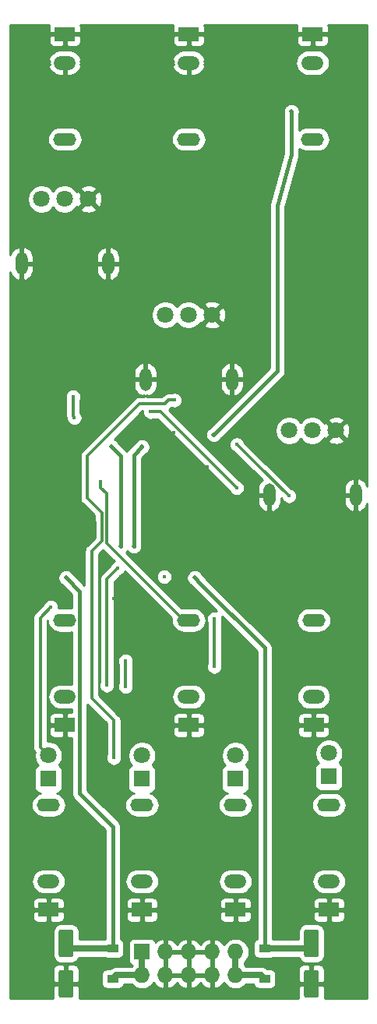
<source format=gbr>
G04 #@! TF.GenerationSoftware,KiCad,Pcbnew,(5.1.0)-1*
G04 #@! TF.CreationDate,2019-10-23T13:14:03-05:00*
G04 #@! TF.ProjectId,logiverter,6c6f6769-7665-4727-9465-722e6b696361,rev?*
G04 #@! TF.SameCoordinates,Original*
G04 #@! TF.FileFunction,Copper,L1,Top*
G04 #@! TF.FilePolarity,Positive*
%FSLAX46Y46*%
G04 Gerber Fmt 4.6, Leading zero omitted, Abs format (unit mm)*
G04 Created by KiCad (PCBNEW (5.1.0)-1) date 2019-10-23 13:14:03*
%MOMM*%
%LPD*%
G04 APERTURE LIST*
%ADD10O,2.400000X1.500000*%
%ADD11R,2.200000X1.500000*%
%ADD12O,2.500000X1.400000*%
%ADD13C,1.800000*%
%ADD14R,1.800000X1.800000*%
%ADD15O,1.300000X2.500000*%
%ADD16O,1.727200X1.727200*%
%ADD17R,1.727200X1.727200*%
%ADD18R,1.200000X0.900000*%
%ADD19C,0.100000*%
%ADD20C,1.600000*%
%ADD21C,0.450000*%
%ADD22C,0.500000*%
%ADD23C,0.300000*%
%ADD24C,0.700000*%
%ADD25C,0.450000*%
%ADD26C,0.254000*%
G04 APERTURE END LIST*
D10*
X109982000Y-100255000D03*
D11*
X109982000Y-97155000D03*
D12*
X109982000Y-108555000D03*
D10*
X110109000Y-169112000D03*
D11*
X110109000Y-172212000D03*
D12*
X110109000Y-160812000D03*
X96520000Y-160812000D03*
D11*
X96520000Y-172212000D03*
D10*
X96520000Y-169112000D03*
X111760000Y-189178000D03*
D11*
X111760000Y-192278000D03*
D12*
X111760000Y-180878000D03*
D13*
X111760000Y-175260000D03*
D14*
X111760000Y-177800000D03*
D15*
X114682000Y-147208000D03*
X105282000Y-147208000D03*
D13*
X107442000Y-140208000D03*
X109942000Y-140208000D03*
X112522000Y-140208000D03*
D15*
X101220000Y-134635000D03*
X91820000Y-134635000D03*
D13*
X93980000Y-127635000D03*
X96480000Y-127635000D03*
X99060000Y-127635000D03*
D15*
X87758000Y-122062000D03*
X78358000Y-122062000D03*
D13*
X80518000Y-115062000D03*
X83018000Y-115062000D03*
X85598000Y-115062000D03*
D16*
X101600000Y-199390000D03*
X101600000Y-196850000D03*
X99060000Y-199390000D03*
X99060000Y-196850000D03*
X96520000Y-199390000D03*
X96520000Y-196850000D03*
X93980000Y-199390000D03*
X93980000Y-196850000D03*
X91440000Y-199390000D03*
D17*
X91440000Y-196850000D03*
D10*
X81280000Y-189178000D03*
D11*
X81280000Y-192278000D03*
D12*
X81280000Y-180878000D03*
X101600000Y-180878000D03*
D11*
X101600000Y-192278000D03*
D10*
X101600000Y-189178000D03*
X91440000Y-189178000D03*
D11*
X91440000Y-192278000D03*
D12*
X91440000Y-180878000D03*
X83058000Y-160812000D03*
D11*
X83058000Y-172212000D03*
D10*
X83058000Y-169112000D03*
X96520000Y-100255000D03*
D11*
X96520000Y-97155000D03*
D12*
X96520000Y-108555000D03*
D10*
X83058000Y-100255000D03*
D11*
X83058000Y-97155000D03*
D12*
X83058000Y-108555000D03*
D18*
X104775000Y-199770000D03*
X104775000Y-196470000D03*
X88265000Y-196470000D03*
X88265000Y-199770000D03*
D13*
X81280000Y-175514000D03*
D14*
X81280000Y-178054000D03*
X101600000Y-178054000D03*
D13*
X101600000Y-175514000D03*
X91440000Y-175514000D03*
D14*
X91440000Y-178054000D03*
D19*
G36*
X110429504Y-198821204D02*
G01*
X110453773Y-198824804D01*
X110477571Y-198830765D01*
X110500671Y-198839030D01*
X110522849Y-198849520D01*
X110543893Y-198862133D01*
X110563598Y-198876747D01*
X110581777Y-198893223D01*
X110598253Y-198911402D01*
X110612867Y-198931107D01*
X110625480Y-198952151D01*
X110635970Y-198974329D01*
X110644235Y-198997429D01*
X110650196Y-199021227D01*
X110653796Y-199045496D01*
X110655000Y-199070000D01*
X110655000Y-201570000D01*
X110653796Y-201594504D01*
X110650196Y-201618773D01*
X110644235Y-201642571D01*
X110635970Y-201665671D01*
X110625480Y-201687849D01*
X110612867Y-201708893D01*
X110598253Y-201728598D01*
X110581777Y-201746777D01*
X110563598Y-201763253D01*
X110543893Y-201777867D01*
X110522849Y-201790480D01*
X110500671Y-201800970D01*
X110477571Y-201809235D01*
X110453773Y-201815196D01*
X110429504Y-201818796D01*
X110405000Y-201820000D01*
X109305000Y-201820000D01*
X109280496Y-201818796D01*
X109256227Y-201815196D01*
X109232429Y-201809235D01*
X109209329Y-201800970D01*
X109187151Y-201790480D01*
X109166107Y-201777867D01*
X109146402Y-201763253D01*
X109128223Y-201746777D01*
X109111747Y-201728598D01*
X109097133Y-201708893D01*
X109084520Y-201687849D01*
X109074030Y-201665671D01*
X109065765Y-201642571D01*
X109059804Y-201618773D01*
X109056204Y-201594504D01*
X109055000Y-201570000D01*
X109055000Y-199070000D01*
X109056204Y-199045496D01*
X109059804Y-199021227D01*
X109065765Y-198997429D01*
X109074030Y-198974329D01*
X109084520Y-198952151D01*
X109097133Y-198931107D01*
X109111747Y-198911402D01*
X109128223Y-198893223D01*
X109146402Y-198876747D01*
X109166107Y-198862133D01*
X109187151Y-198849520D01*
X109209329Y-198839030D01*
X109232429Y-198830765D01*
X109256227Y-198824804D01*
X109280496Y-198821204D01*
X109305000Y-198820000D01*
X110405000Y-198820000D01*
X110429504Y-198821204D01*
X110429504Y-198821204D01*
G37*
D20*
X109855000Y-200320000D03*
D19*
G36*
X110429504Y-194421204D02*
G01*
X110453773Y-194424804D01*
X110477571Y-194430765D01*
X110500671Y-194439030D01*
X110522849Y-194449520D01*
X110543893Y-194462133D01*
X110563598Y-194476747D01*
X110581777Y-194493223D01*
X110598253Y-194511402D01*
X110612867Y-194531107D01*
X110625480Y-194552151D01*
X110635970Y-194574329D01*
X110644235Y-194597429D01*
X110650196Y-194621227D01*
X110653796Y-194645496D01*
X110655000Y-194670000D01*
X110655000Y-197170000D01*
X110653796Y-197194504D01*
X110650196Y-197218773D01*
X110644235Y-197242571D01*
X110635970Y-197265671D01*
X110625480Y-197287849D01*
X110612867Y-197308893D01*
X110598253Y-197328598D01*
X110581777Y-197346777D01*
X110563598Y-197363253D01*
X110543893Y-197377867D01*
X110522849Y-197390480D01*
X110500671Y-197400970D01*
X110477571Y-197409235D01*
X110453773Y-197415196D01*
X110429504Y-197418796D01*
X110405000Y-197420000D01*
X109305000Y-197420000D01*
X109280496Y-197418796D01*
X109256227Y-197415196D01*
X109232429Y-197409235D01*
X109209329Y-197400970D01*
X109187151Y-197390480D01*
X109166107Y-197377867D01*
X109146402Y-197363253D01*
X109128223Y-197346777D01*
X109111747Y-197328598D01*
X109097133Y-197308893D01*
X109084520Y-197287849D01*
X109074030Y-197265671D01*
X109065765Y-197242571D01*
X109059804Y-197218773D01*
X109056204Y-197194504D01*
X109055000Y-197170000D01*
X109055000Y-194670000D01*
X109056204Y-194645496D01*
X109059804Y-194621227D01*
X109065765Y-194597429D01*
X109074030Y-194574329D01*
X109084520Y-194552151D01*
X109097133Y-194531107D01*
X109111747Y-194511402D01*
X109128223Y-194493223D01*
X109146402Y-194476747D01*
X109166107Y-194462133D01*
X109187151Y-194449520D01*
X109209329Y-194439030D01*
X109232429Y-194430765D01*
X109256227Y-194424804D01*
X109280496Y-194421204D01*
X109305000Y-194420000D01*
X110405000Y-194420000D01*
X110429504Y-194421204D01*
X110429504Y-194421204D01*
G37*
D20*
X109855000Y-195920000D03*
D19*
G36*
X83759504Y-194421204D02*
G01*
X83783773Y-194424804D01*
X83807571Y-194430765D01*
X83830671Y-194439030D01*
X83852849Y-194449520D01*
X83873893Y-194462133D01*
X83893598Y-194476747D01*
X83911777Y-194493223D01*
X83928253Y-194511402D01*
X83942867Y-194531107D01*
X83955480Y-194552151D01*
X83965970Y-194574329D01*
X83974235Y-194597429D01*
X83980196Y-194621227D01*
X83983796Y-194645496D01*
X83985000Y-194670000D01*
X83985000Y-197170000D01*
X83983796Y-197194504D01*
X83980196Y-197218773D01*
X83974235Y-197242571D01*
X83965970Y-197265671D01*
X83955480Y-197287849D01*
X83942867Y-197308893D01*
X83928253Y-197328598D01*
X83911777Y-197346777D01*
X83893598Y-197363253D01*
X83873893Y-197377867D01*
X83852849Y-197390480D01*
X83830671Y-197400970D01*
X83807571Y-197409235D01*
X83783773Y-197415196D01*
X83759504Y-197418796D01*
X83735000Y-197420000D01*
X82635000Y-197420000D01*
X82610496Y-197418796D01*
X82586227Y-197415196D01*
X82562429Y-197409235D01*
X82539329Y-197400970D01*
X82517151Y-197390480D01*
X82496107Y-197377867D01*
X82476402Y-197363253D01*
X82458223Y-197346777D01*
X82441747Y-197328598D01*
X82427133Y-197308893D01*
X82414520Y-197287849D01*
X82404030Y-197265671D01*
X82395765Y-197242571D01*
X82389804Y-197218773D01*
X82386204Y-197194504D01*
X82385000Y-197170000D01*
X82385000Y-194670000D01*
X82386204Y-194645496D01*
X82389804Y-194621227D01*
X82395765Y-194597429D01*
X82404030Y-194574329D01*
X82414520Y-194552151D01*
X82427133Y-194531107D01*
X82441747Y-194511402D01*
X82458223Y-194493223D01*
X82476402Y-194476747D01*
X82496107Y-194462133D01*
X82517151Y-194449520D01*
X82539329Y-194439030D01*
X82562429Y-194430765D01*
X82586227Y-194424804D01*
X82610496Y-194421204D01*
X82635000Y-194420000D01*
X83735000Y-194420000D01*
X83759504Y-194421204D01*
X83759504Y-194421204D01*
G37*
D20*
X83185000Y-195920000D03*
D19*
G36*
X83759504Y-198821204D02*
G01*
X83783773Y-198824804D01*
X83807571Y-198830765D01*
X83830671Y-198839030D01*
X83852849Y-198849520D01*
X83873893Y-198862133D01*
X83893598Y-198876747D01*
X83911777Y-198893223D01*
X83928253Y-198911402D01*
X83942867Y-198931107D01*
X83955480Y-198952151D01*
X83965970Y-198974329D01*
X83974235Y-198997429D01*
X83980196Y-199021227D01*
X83983796Y-199045496D01*
X83985000Y-199070000D01*
X83985000Y-201570000D01*
X83983796Y-201594504D01*
X83980196Y-201618773D01*
X83974235Y-201642571D01*
X83965970Y-201665671D01*
X83955480Y-201687849D01*
X83942867Y-201708893D01*
X83928253Y-201728598D01*
X83911777Y-201746777D01*
X83893598Y-201763253D01*
X83873893Y-201777867D01*
X83852849Y-201790480D01*
X83830671Y-201800970D01*
X83807571Y-201809235D01*
X83783773Y-201815196D01*
X83759504Y-201818796D01*
X83735000Y-201820000D01*
X82635000Y-201820000D01*
X82610496Y-201818796D01*
X82586227Y-201815196D01*
X82562429Y-201809235D01*
X82539329Y-201800970D01*
X82517151Y-201790480D01*
X82496107Y-201777867D01*
X82476402Y-201763253D01*
X82458223Y-201746777D01*
X82441747Y-201728598D01*
X82427133Y-201708893D01*
X82414520Y-201687849D01*
X82404030Y-201665671D01*
X82395765Y-201642571D01*
X82389804Y-201618773D01*
X82386204Y-201594504D01*
X82385000Y-201570000D01*
X82385000Y-199070000D01*
X82386204Y-199045496D01*
X82389804Y-199021227D01*
X82395765Y-198997429D01*
X82404030Y-198974329D01*
X82414520Y-198952151D01*
X82427133Y-198931107D01*
X82441747Y-198911402D01*
X82458223Y-198893223D01*
X82476402Y-198876747D01*
X82496107Y-198862133D01*
X82517151Y-198849520D01*
X82539329Y-198839030D01*
X82562429Y-198830765D01*
X82586227Y-198824804D01*
X82610496Y-198821204D01*
X82635000Y-198820000D01*
X83735000Y-198820000D01*
X83759504Y-198821204D01*
X83759504Y-198821204D01*
G37*
D20*
X83185000Y-200320000D03*
D21*
X87630000Y-167894000D03*
X88773000Y-155194000D03*
X83820000Y-167386000D03*
X86868000Y-159766000D03*
X108458000Y-155067000D03*
X83566000Y-159258000D03*
X104521000Y-141351000D03*
X86487000Y-173101000D03*
X85852000Y-152273000D03*
X89789000Y-156210000D03*
X93853000Y-152146000D03*
X115570000Y-96520000D03*
X77470000Y-96520000D03*
X77470000Y-109220000D03*
X115570000Y-109220000D03*
X96393000Y-106045000D03*
X104140000Y-116840000D03*
X90170000Y-116840000D03*
X90170000Y-128651000D03*
X104140000Y-129540000D03*
X83820000Y-147320000D03*
X80010000Y-157480000D03*
X88392000Y-158496000D03*
X82042000Y-164084000D03*
X115570000Y-123444000D03*
X115570000Y-135890000D03*
X115570000Y-144272000D03*
X115570000Y-185420000D03*
X115570000Y-198120000D03*
X77470000Y-198120000D03*
X77470000Y-185420000D03*
X77470000Y-173990000D03*
X77470000Y-161290000D03*
X77470000Y-148590000D03*
X77470000Y-135890000D03*
X91440000Y-158750000D03*
X101854000Y-168402000D03*
X101854000Y-162560000D03*
X94869000Y-167068500D03*
X96012000Y-163068000D03*
X108966000Y-163957000D03*
X101600000Y-183769000D03*
X107950000Y-184404000D03*
X91440000Y-183769000D03*
X85852000Y-190754000D03*
X115062000Y-161290000D03*
X115062000Y-173990000D03*
X94869000Y-140462000D03*
X98298000Y-139827000D03*
X100076000Y-141859000D03*
X98552000Y-144145000D03*
X92456000Y-147193000D03*
X99822000Y-151384000D03*
X103251000Y-140208000D03*
X98806000Y-136906000D03*
X84328000Y-125857000D03*
X108331000Y-150241000D03*
D22*
X88138000Y-141986000D03*
X89154000Y-152781000D03*
X83185000Y-156210000D03*
X107696000Y-105546000D03*
X91440000Y-141986000D03*
X90551000Y-152781000D03*
X99250500Y-140652500D03*
X97164000Y-156210000D03*
D21*
X89662000Y-165227000D03*
X89662000Y-168012000D03*
X99314000Y-165862000D03*
X99314000Y-160655000D03*
X93853000Y-156083000D03*
X81534000Y-159385000D03*
X86962000Y-145796000D03*
X83947000Y-136525000D03*
X84083000Y-138811000D03*
X94987000Y-136906000D03*
X88392000Y-175759000D03*
X87089000Y-149733000D03*
X101728000Y-141731000D03*
X107442000Y-147320000D03*
X92362000Y-138176000D03*
X101727000Y-146431000D03*
D23*
X87630000Y-164084000D02*
X87630000Y-156337000D01*
X87630000Y-156337000D02*
X88773000Y-155194000D01*
X87630000Y-164084000D02*
X87630000Y-167894000D01*
D24*
X83735000Y-196470000D02*
X83185000Y-195920000D01*
X88265000Y-196470000D02*
X83735000Y-196470000D01*
D25*
X88265000Y-196470000D02*
X88415000Y-196470000D01*
X89154000Y-143002000D02*
X88138000Y-141986000D01*
X89154000Y-152781000D02*
X89154000Y-143002000D01*
X84660010Y-157685010D02*
X83185000Y-156210000D01*
X84660010Y-179656010D02*
X84660010Y-157685010D01*
X88265000Y-183261000D02*
X84660010Y-179656010D01*
X88265000Y-196470000D02*
X88265000Y-183261000D01*
D24*
X109305000Y-196470000D02*
X109855000Y-195920000D01*
X104775000Y-196470000D02*
X109305000Y-196470000D01*
D25*
X90551000Y-142875000D02*
X91440000Y-141986000D01*
X90551000Y-152781000D02*
X90551000Y-142875000D01*
X97787372Y-156842372D02*
X104775000Y-163830000D01*
X97787372Y-156833372D02*
X97787372Y-156842372D01*
X97164000Y-156210000D02*
X97787372Y-156833372D01*
X104775000Y-196470000D02*
X104775000Y-163830000D01*
X106172000Y-133731000D02*
X99250500Y-140652500D01*
X106172000Y-115824000D02*
X106172000Y-133731000D01*
X107696000Y-105546000D02*
X107696000Y-110236000D01*
X107696000Y-110236000D02*
X106172000Y-115824000D01*
D23*
X89662000Y-165227000D02*
X89662000Y-168012000D01*
X99314000Y-165862000D02*
X99314000Y-160655000D01*
X80380001Y-174614001D02*
X80380001Y-160538999D01*
X81280000Y-175514000D02*
X80380001Y-174614001D01*
X80380001Y-160538999D02*
X81534000Y-159385000D01*
D24*
X91440000Y-196850000D02*
X91440000Y-199390000D01*
X88645000Y-199390000D02*
X88265000Y-199770000D01*
X91440000Y-199390000D02*
X88645000Y-199390000D01*
X104395000Y-199390000D02*
X104775000Y-199770000D01*
X101600000Y-199390000D02*
X104395000Y-199390000D01*
X101600000Y-196850000D02*
X101600000Y-199390000D01*
D23*
X87591002Y-147025002D02*
X86962000Y-146396000D01*
X86962000Y-146396000D02*
X86962000Y-145796000D01*
X87591002Y-152433002D02*
X87591002Y-147025002D01*
X95970000Y-160812000D02*
X87591002Y-152433002D01*
X96520000Y-160812000D02*
X95970000Y-160812000D01*
X83947000Y-136525000D02*
X83947000Y-138675000D01*
X83947000Y-138675000D02*
X84083000Y-138811000D01*
X94312000Y-136906000D02*
X93931000Y-137287000D01*
X94987000Y-136906000D02*
X94312000Y-136906000D01*
X93931000Y-137287000D02*
X91186000Y-137287000D01*
X91186000Y-137287000D02*
X85496990Y-142976010D01*
X85496990Y-147540990D02*
X85496990Y-142976010D01*
X87089000Y-149133000D02*
X85496990Y-147540990D01*
X87089000Y-149733000D02*
X87089000Y-149133000D01*
X87089000Y-152179000D02*
X87089000Y-149733000D01*
X85979000Y-153289000D02*
X87089000Y-152179000D01*
X85979000Y-169291000D02*
X85979000Y-153289000D01*
X88392000Y-175759000D02*
X88392000Y-171704000D01*
X88392000Y-171704000D02*
X85979000Y-169291000D01*
X104013000Y-144016000D02*
X101728000Y-141731000D01*
X107442000Y-147320000D02*
X104013000Y-144016000D01*
X93472000Y-138176000D02*
X93218000Y-138176000D01*
X101727000Y-146431000D02*
X93472000Y-138176000D01*
X93218000Y-138176000D02*
X92362000Y-138176000D01*
D26*
G36*
X81332188Y-96280518D02*
G01*
X81319928Y-96405000D01*
X81323000Y-96869250D01*
X81481750Y-97028000D01*
X82931000Y-97028000D01*
X82931000Y-97008000D01*
X83185000Y-97008000D01*
X83185000Y-97028000D01*
X84634250Y-97028000D01*
X84793000Y-96869250D01*
X84796072Y-96405000D01*
X84783812Y-96280518D01*
X84748467Y-96164000D01*
X94829533Y-96164000D01*
X94794188Y-96280518D01*
X94781928Y-96405000D01*
X94785000Y-96869250D01*
X94943750Y-97028000D01*
X96393000Y-97028000D01*
X96393000Y-97008000D01*
X96647000Y-97008000D01*
X96647000Y-97028000D01*
X98096250Y-97028000D01*
X98255000Y-96869250D01*
X98258072Y-96405000D01*
X98245812Y-96280518D01*
X98210467Y-96164000D01*
X108291533Y-96164000D01*
X108256188Y-96280518D01*
X108243928Y-96405000D01*
X108247000Y-96869250D01*
X108405750Y-97028000D01*
X109855000Y-97028000D01*
X109855000Y-97008000D01*
X110109000Y-97008000D01*
X110109000Y-97028000D01*
X111558250Y-97028000D01*
X111717000Y-96869250D01*
X111720072Y-96405000D01*
X111707812Y-96280518D01*
X111672467Y-96164000D01*
X115926001Y-96164000D01*
X115926001Y-146275243D01*
X115917533Y-146232749D01*
X115820585Y-145998919D01*
X115679882Y-145788495D01*
X115500830Y-145609564D01*
X115290311Y-145469003D01*
X115056415Y-145372213D01*
X115007471Y-145364901D01*
X114809000Y-145488933D01*
X114809000Y-147081000D01*
X114829000Y-147081000D01*
X114829000Y-147335000D01*
X114809000Y-147335000D01*
X114809000Y-148927067D01*
X115007471Y-149051099D01*
X115056415Y-149043787D01*
X115290311Y-148946997D01*
X115500830Y-148806436D01*
X115679882Y-148627505D01*
X115820585Y-148417081D01*
X115917533Y-148183251D01*
X115926001Y-148140757D01*
X115926000Y-201905000D01*
X111284701Y-201905000D01*
X111293072Y-201820000D01*
X111290000Y-200605750D01*
X111131250Y-200447000D01*
X109982000Y-200447000D01*
X109982000Y-200467000D01*
X109728000Y-200467000D01*
X109728000Y-200447000D01*
X108578750Y-200447000D01*
X108420000Y-200605750D01*
X108416928Y-201820000D01*
X108425299Y-201905000D01*
X84614701Y-201905000D01*
X84623072Y-201820000D01*
X84620000Y-200605750D01*
X84461250Y-200447000D01*
X83312000Y-200447000D01*
X83312000Y-200467000D01*
X83058000Y-200467000D01*
X83058000Y-200447000D01*
X81908750Y-200447000D01*
X81750000Y-200605750D01*
X81746928Y-201820000D01*
X81755299Y-201905000D01*
X77114000Y-201905000D01*
X77114000Y-198820000D01*
X81746928Y-198820000D01*
X81750000Y-200034250D01*
X81908750Y-200193000D01*
X83058000Y-200193000D01*
X83058000Y-198343750D01*
X83312000Y-198343750D01*
X83312000Y-200193000D01*
X84461250Y-200193000D01*
X84620000Y-200034250D01*
X84621807Y-199320000D01*
X87026928Y-199320000D01*
X87026928Y-200220000D01*
X87039188Y-200344482D01*
X87075498Y-200464180D01*
X87134463Y-200574494D01*
X87213815Y-200671185D01*
X87310506Y-200750537D01*
X87420820Y-200809502D01*
X87540518Y-200845812D01*
X87665000Y-200858072D01*
X88865000Y-200858072D01*
X88989482Y-200845812D01*
X89109180Y-200809502D01*
X89219494Y-200750537D01*
X89316185Y-200671185D01*
X89395537Y-200574494D01*
X89454502Y-200464180D01*
X89481554Y-200375000D01*
X90309715Y-200375000D01*
X90375203Y-200454797D01*
X90603394Y-200642069D01*
X90863736Y-200781225D01*
X91146223Y-200866916D01*
X91366381Y-200888600D01*
X91513619Y-200888600D01*
X91733777Y-200866916D01*
X92016264Y-200781225D01*
X92276606Y-200642069D01*
X92504797Y-200454797D01*
X92692069Y-200226606D01*
X92715863Y-200182090D01*
X92773183Y-200278488D01*
X92969707Y-200496854D01*
X93205056Y-200672684D01*
X93470186Y-200799222D01*
X93620974Y-200844958D01*
X93853000Y-200723817D01*
X93853000Y-199517000D01*
X94107000Y-199517000D01*
X94107000Y-200723817D01*
X94339026Y-200844958D01*
X94489814Y-200799222D01*
X94754944Y-200672684D01*
X94990293Y-200496854D01*
X95186817Y-200278488D01*
X95250000Y-200172230D01*
X95313183Y-200278488D01*
X95509707Y-200496854D01*
X95745056Y-200672684D01*
X96010186Y-200799222D01*
X96160974Y-200844958D01*
X96393000Y-200723817D01*
X96393000Y-199517000D01*
X96647000Y-199517000D01*
X96647000Y-200723817D01*
X96879026Y-200844958D01*
X97029814Y-200799222D01*
X97294944Y-200672684D01*
X97530293Y-200496854D01*
X97726817Y-200278488D01*
X97790000Y-200172230D01*
X97853183Y-200278488D01*
X98049707Y-200496854D01*
X98285056Y-200672684D01*
X98550186Y-200799222D01*
X98700974Y-200844958D01*
X98933000Y-200723817D01*
X98933000Y-199517000D01*
X96647000Y-199517000D01*
X96393000Y-199517000D01*
X94107000Y-199517000D01*
X93853000Y-199517000D01*
X93833000Y-199517000D01*
X93833000Y-199263000D01*
X93853000Y-199263000D01*
X93853000Y-196977000D01*
X94107000Y-196977000D01*
X94107000Y-199263000D01*
X96393000Y-199263000D01*
X96393000Y-196977000D01*
X96647000Y-196977000D01*
X96647000Y-199263000D01*
X98933000Y-199263000D01*
X98933000Y-196977000D01*
X96647000Y-196977000D01*
X96393000Y-196977000D01*
X94107000Y-196977000D01*
X93853000Y-196977000D01*
X93833000Y-196977000D01*
X93833000Y-196723000D01*
X93853000Y-196723000D01*
X93853000Y-195516183D01*
X94107000Y-195516183D01*
X94107000Y-196723000D01*
X96393000Y-196723000D01*
X96393000Y-195516183D01*
X96647000Y-195516183D01*
X96647000Y-196723000D01*
X98933000Y-196723000D01*
X98933000Y-195516183D01*
X99187000Y-195516183D01*
X99187000Y-196723000D01*
X99207000Y-196723000D01*
X99207000Y-196977000D01*
X99187000Y-196977000D01*
X99187000Y-199263000D01*
X99207000Y-199263000D01*
X99207000Y-199517000D01*
X99187000Y-199517000D01*
X99187000Y-200723817D01*
X99419026Y-200844958D01*
X99569814Y-200799222D01*
X99834944Y-200672684D01*
X100070293Y-200496854D01*
X100266817Y-200278488D01*
X100324137Y-200182090D01*
X100347931Y-200226606D01*
X100535203Y-200454797D01*
X100763394Y-200642069D01*
X101023736Y-200781225D01*
X101306223Y-200866916D01*
X101526381Y-200888600D01*
X101673619Y-200888600D01*
X101893777Y-200866916D01*
X102176264Y-200781225D01*
X102436606Y-200642069D01*
X102664797Y-200454797D01*
X102730285Y-200375000D01*
X103558446Y-200375000D01*
X103585498Y-200464180D01*
X103644463Y-200574494D01*
X103723815Y-200671185D01*
X103820506Y-200750537D01*
X103930820Y-200809502D01*
X104050518Y-200845812D01*
X104175000Y-200858072D01*
X105375000Y-200858072D01*
X105499482Y-200845812D01*
X105619180Y-200809502D01*
X105729494Y-200750537D01*
X105826185Y-200671185D01*
X105905537Y-200574494D01*
X105964502Y-200464180D01*
X106000812Y-200344482D01*
X106013072Y-200220000D01*
X106013072Y-199320000D01*
X106000812Y-199195518D01*
X105964502Y-199075820D01*
X105905537Y-198965506D01*
X105826185Y-198868815D01*
X105766704Y-198820000D01*
X108416928Y-198820000D01*
X108420000Y-200034250D01*
X108578750Y-200193000D01*
X109728000Y-200193000D01*
X109728000Y-198343750D01*
X109982000Y-198343750D01*
X109982000Y-200193000D01*
X111131250Y-200193000D01*
X111290000Y-200034250D01*
X111293072Y-198820000D01*
X111280812Y-198695518D01*
X111244502Y-198575820D01*
X111185537Y-198465506D01*
X111106185Y-198368815D01*
X111009494Y-198289463D01*
X110899180Y-198230498D01*
X110779482Y-198194188D01*
X110655000Y-198181928D01*
X110140750Y-198185000D01*
X109982000Y-198343750D01*
X109728000Y-198343750D01*
X109569250Y-198185000D01*
X109055000Y-198181928D01*
X108930518Y-198194188D01*
X108810820Y-198230498D01*
X108700506Y-198289463D01*
X108603815Y-198368815D01*
X108524463Y-198465506D01*
X108465498Y-198575820D01*
X108429188Y-198695518D01*
X108416928Y-198820000D01*
X105766704Y-198820000D01*
X105729494Y-198789463D01*
X105619180Y-198730498D01*
X105499482Y-198694188D01*
X105375000Y-198681928D01*
X105084876Y-198681928D01*
X104944884Y-198567040D01*
X104773767Y-198475576D01*
X104588094Y-198419253D01*
X104443380Y-198405000D01*
X104395000Y-198400235D01*
X104346620Y-198405000D01*
X102730285Y-198405000D01*
X102664797Y-198325203D01*
X102585000Y-198259715D01*
X102585000Y-197980285D01*
X102664797Y-197914797D01*
X102852069Y-197686606D01*
X102991225Y-197426264D01*
X103076916Y-197143777D01*
X103105851Y-196850000D01*
X103076916Y-196556223D01*
X102991225Y-196273736D01*
X102852069Y-196013394D01*
X102664797Y-195785203D01*
X102436606Y-195597931D01*
X102176264Y-195458775D01*
X101893777Y-195373084D01*
X101673619Y-195351400D01*
X101526381Y-195351400D01*
X101306223Y-195373084D01*
X101023736Y-195458775D01*
X100763394Y-195597931D01*
X100535203Y-195785203D01*
X100347931Y-196013394D01*
X100324137Y-196057910D01*
X100266817Y-195961512D01*
X100070293Y-195743146D01*
X99834944Y-195567316D01*
X99569814Y-195440778D01*
X99419026Y-195395042D01*
X99187000Y-195516183D01*
X98933000Y-195516183D01*
X98700974Y-195395042D01*
X98550186Y-195440778D01*
X98285056Y-195567316D01*
X98049707Y-195743146D01*
X97853183Y-195961512D01*
X97790000Y-196067770D01*
X97726817Y-195961512D01*
X97530293Y-195743146D01*
X97294944Y-195567316D01*
X97029814Y-195440778D01*
X96879026Y-195395042D01*
X96647000Y-195516183D01*
X96393000Y-195516183D01*
X96160974Y-195395042D01*
X96010186Y-195440778D01*
X95745056Y-195567316D01*
X95509707Y-195743146D01*
X95313183Y-195961512D01*
X95250000Y-196067770D01*
X95186817Y-195961512D01*
X94990293Y-195743146D01*
X94754944Y-195567316D01*
X94489814Y-195440778D01*
X94339026Y-195395042D01*
X94107000Y-195516183D01*
X93853000Y-195516183D01*
X93620974Y-195395042D01*
X93470186Y-195440778D01*
X93205056Y-195567316D01*
X92969707Y-195743146D01*
X92912624Y-195806574D01*
X92893102Y-195742220D01*
X92834137Y-195631906D01*
X92754785Y-195535215D01*
X92658094Y-195455863D01*
X92547780Y-195396898D01*
X92428082Y-195360588D01*
X92303600Y-195348328D01*
X90576400Y-195348328D01*
X90451918Y-195360588D01*
X90332220Y-195396898D01*
X90221906Y-195455863D01*
X90125215Y-195535215D01*
X90045863Y-195631906D01*
X89986898Y-195742220D01*
X89950588Y-195861918D01*
X89938328Y-195986400D01*
X89938328Y-197713600D01*
X89950588Y-197838082D01*
X89986898Y-197957780D01*
X90045863Y-198068094D01*
X90125215Y-198164785D01*
X90221906Y-198244137D01*
X90332220Y-198303102D01*
X90383265Y-198318586D01*
X90375203Y-198325203D01*
X90309715Y-198405000D01*
X88693379Y-198405000D01*
X88644999Y-198400235D01*
X88451905Y-198419253D01*
X88266233Y-198475576D01*
X88095116Y-198567040D01*
X87955124Y-198681928D01*
X87665000Y-198681928D01*
X87540518Y-198694188D01*
X87420820Y-198730498D01*
X87310506Y-198789463D01*
X87213815Y-198868815D01*
X87134463Y-198965506D01*
X87075498Y-199075820D01*
X87039188Y-199195518D01*
X87026928Y-199320000D01*
X84621807Y-199320000D01*
X84623072Y-198820000D01*
X84610812Y-198695518D01*
X84574502Y-198575820D01*
X84515537Y-198465506D01*
X84436185Y-198368815D01*
X84339494Y-198289463D01*
X84229180Y-198230498D01*
X84109482Y-198194188D01*
X83985000Y-198181928D01*
X83470750Y-198185000D01*
X83312000Y-198343750D01*
X83058000Y-198343750D01*
X82899250Y-198185000D01*
X82385000Y-198181928D01*
X82260518Y-198194188D01*
X82140820Y-198230498D01*
X82030506Y-198289463D01*
X81933815Y-198368815D01*
X81854463Y-198465506D01*
X81795498Y-198575820D01*
X81759188Y-198695518D01*
X81746928Y-198820000D01*
X77114000Y-198820000D01*
X77114000Y-193028000D01*
X79541928Y-193028000D01*
X79554188Y-193152482D01*
X79590498Y-193272180D01*
X79649463Y-193382494D01*
X79728815Y-193479185D01*
X79825506Y-193558537D01*
X79935820Y-193617502D01*
X80055518Y-193653812D01*
X80180000Y-193666072D01*
X80994250Y-193663000D01*
X81153000Y-193504250D01*
X81153000Y-192405000D01*
X81407000Y-192405000D01*
X81407000Y-193504250D01*
X81565750Y-193663000D01*
X82380000Y-193666072D01*
X82504482Y-193653812D01*
X82624180Y-193617502D01*
X82734494Y-193558537D01*
X82831185Y-193479185D01*
X82910537Y-193382494D01*
X82969502Y-193272180D01*
X83005812Y-193152482D01*
X83018072Y-193028000D01*
X83015000Y-192563750D01*
X82856250Y-192405000D01*
X81407000Y-192405000D01*
X81153000Y-192405000D01*
X79703750Y-192405000D01*
X79545000Y-192563750D01*
X79541928Y-193028000D01*
X77114000Y-193028000D01*
X77114000Y-191528000D01*
X79541928Y-191528000D01*
X79545000Y-191992250D01*
X79703750Y-192151000D01*
X81153000Y-192151000D01*
X81153000Y-191051750D01*
X81407000Y-191051750D01*
X81407000Y-192151000D01*
X82856250Y-192151000D01*
X83015000Y-191992250D01*
X83018072Y-191528000D01*
X83005812Y-191403518D01*
X82969502Y-191283820D01*
X82910537Y-191173506D01*
X82831185Y-191076815D01*
X82734494Y-190997463D01*
X82624180Y-190938498D01*
X82504482Y-190902188D01*
X82380000Y-190889928D01*
X81565750Y-190893000D01*
X81407000Y-191051750D01*
X81153000Y-191051750D01*
X80994250Y-190893000D01*
X80180000Y-190889928D01*
X80055518Y-190902188D01*
X79935820Y-190938498D01*
X79825506Y-190997463D01*
X79728815Y-191076815D01*
X79649463Y-191173506D01*
X79590498Y-191283820D01*
X79554188Y-191403518D01*
X79541928Y-191528000D01*
X77114000Y-191528000D01*
X77114000Y-189178000D01*
X79438299Y-189178000D01*
X79465040Y-189449507D01*
X79544236Y-189710581D01*
X79672843Y-189951188D01*
X79845919Y-190162081D01*
X80056812Y-190335157D01*
X80297419Y-190463764D01*
X80558493Y-190542960D01*
X80761963Y-190563000D01*
X81798037Y-190563000D01*
X82001507Y-190542960D01*
X82262581Y-190463764D01*
X82503188Y-190335157D01*
X82714081Y-190162081D01*
X82887157Y-189951188D01*
X83015764Y-189710581D01*
X83094960Y-189449507D01*
X83121701Y-189178000D01*
X83094960Y-188906493D01*
X83015764Y-188645419D01*
X82887157Y-188404812D01*
X82714081Y-188193919D01*
X82503188Y-188020843D01*
X82262581Y-187892236D01*
X82001507Y-187813040D01*
X81798037Y-187793000D01*
X80761963Y-187793000D01*
X80558493Y-187813040D01*
X80297419Y-187892236D01*
X80056812Y-188020843D01*
X79845919Y-188193919D01*
X79672843Y-188404812D01*
X79544236Y-188645419D01*
X79465040Y-188906493D01*
X79438299Y-189178000D01*
X77114000Y-189178000D01*
X77114000Y-180878000D01*
X79388541Y-180878000D01*
X79414317Y-181139706D01*
X79490653Y-181391354D01*
X79614618Y-181623275D01*
X79781445Y-181826555D01*
X79984725Y-181993382D01*
X80216646Y-182117347D01*
X80468294Y-182193683D01*
X80664421Y-182213000D01*
X81895579Y-182213000D01*
X82091706Y-182193683D01*
X82343354Y-182117347D01*
X82575275Y-181993382D01*
X82778555Y-181826555D01*
X82945382Y-181623275D01*
X83069347Y-181391354D01*
X83145683Y-181139706D01*
X83171459Y-180878000D01*
X83145683Y-180616294D01*
X83069347Y-180364646D01*
X82945382Y-180132725D01*
X82778555Y-179929445D01*
X82575275Y-179762618D01*
X82343354Y-179638653D01*
X82187395Y-179591344D01*
X82304482Y-179579812D01*
X82424180Y-179543502D01*
X82534494Y-179484537D01*
X82631185Y-179405185D01*
X82710537Y-179308494D01*
X82769502Y-179198180D01*
X82805812Y-179078482D01*
X82818072Y-178954000D01*
X82818072Y-177154000D01*
X82805812Y-177029518D01*
X82769502Y-176909820D01*
X82710537Y-176799506D01*
X82631185Y-176702815D01*
X82534494Y-176623463D01*
X82424180Y-176564498D01*
X82405873Y-176558944D01*
X82472312Y-176492505D01*
X82640299Y-176241095D01*
X82756011Y-175961743D01*
X82815000Y-175665184D01*
X82815000Y-175362816D01*
X82756011Y-175066257D01*
X82640299Y-174786905D01*
X82472312Y-174535495D01*
X82258505Y-174321688D01*
X82007095Y-174153701D01*
X81727743Y-174037989D01*
X81431184Y-173979000D01*
X81165001Y-173979000D01*
X81165001Y-172962000D01*
X81319928Y-172962000D01*
X81332188Y-173086482D01*
X81368498Y-173206180D01*
X81427463Y-173316494D01*
X81506815Y-173413185D01*
X81603506Y-173492537D01*
X81713820Y-173551502D01*
X81833518Y-173587812D01*
X81958000Y-173600072D01*
X82772250Y-173597000D01*
X82931000Y-173438250D01*
X82931000Y-172339000D01*
X81481750Y-172339000D01*
X81323000Y-172497750D01*
X81319928Y-172962000D01*
X81165001Y-172962000D01*
X81165001Y-171462000D01*
X81319928Y-171462000D01*
X81323000Y-171926250D01*
X81481750Y-172085000D01*
X82931000Y-172085000D01*
X82931000Y-170985750D01*
X82772250Y-170827000D01*
X81958000Y-170823928D01*
X81833518Y-170836188D01*
X81713820Y-170872498D01*
X81603506Y-170931463D01*
X81506815Y-171010815D01*
X81427463Y-171107506D01*
X81368498Y-171217820D01*
X81332188Y-171337518D01*
X81319928Y-171462000D01*
X81165001Y-171462000D01*
X81165001Y-160864156D01*
X81171079Y-160858078D01*
X81192317Y-161073706D01*
X81268653Y-161325354D01*
X81392618Y-161557275D01*
X81559445Y-161760555D01*
X81762725Y-161927382D01*
X81994646Y-162051347D01*
X82246294Y-162127683D01*
X82442421Y-162147000D01*
X83673579Y-162147000D01*
X83800011Y-162134547D01*
X83800011Y-167753260D01*
X83779507Y-167747040D01*
X83576037Y-167727000D01*
X82539963Y-167727000D01*
X82336493Y-167747040D01*
X82075419Y-167826236D01*
X81834812Y-167954843D01*
X81623919Y-168127919D01*
X81450843Y-168338812D01*
X81322236Y-168579419D01*
X81243040Y-168840493D01*
X81216299Y-169112000D01*
X81243040Y-169383507D01*
X81322236Y-169644581D01*
X81450843Y-169885188D01*
X81623919Y-170096081D01*
X81834812Y-170269157D01*
X82075419Y-170397764D01*
X82336493Y-170476960D01*
X82539963Y-170497000D01*
X83576037Y-170497000D01*
X83779507Y-170476960D01*
X83800010Y-170470740D01*
X83800010Y-170825279D01*
X83343750Y-170827000D01*
X83185000Y-170985750D01*
X83185000Y-172085000D01*
X83205000Y-172085000D01*
X83205000Y-172339000D01*
X83185000Y-172339000D01*
X83185000Y-173438250D01*
X83343750Y-173597000D01*
X83800010Y-173598721D01*
X83800010Y-179613771D01*
X83795850Y-179656010D01*
X83800010Y-179698249D01*
X83800010Y-179698255D01*
X83812454Y-179824598D01*
X83861629Y-179986709D01*
X83941486Y-180136111D01*
X84048956Y-180267064D01*
X84081775Y-180293998D01*
X87405001Y-183617225D01*
X87405000Y-195438954D01*
X87318856Y-195485000D01*
X84623072Y-195485000D01*
X84623072Y-194670000D01*
X84606008Y-194496746D01*
X84555472Y-194330150D01*
X84473405Y-194176614D01*
X84362962Y-194042038D01*
X84228386Y-193931595D01*
X84074850Y-193849528D01*
X83908254Y-193798992D01*
X83735000Y-193781928D01*
X82635000Y-193781928D01*
X82461746Y-193798992D01*
X82295150Y-193849528D01*
X82141614Y-193931595D01*
X82007038Y-194042038D01*
X81896595Y-194176614D01*
X81814528Y-194330150D01*
X81763992Y-194496746D01*
X81746928Y-194670000D01*
X81746928Y-197170000D01*
X81763992Y-197343254D01*
X81814528Y-197509850D01*
X81896595Y-197663386D01*
X82007038Y-197797962D01*
X82141614Y-197908405D01*
X82295150Y-197990472D01*
X82461746Y-198041008D01*
X82635000Y-198058072D01*
X83735000Y-198058072D01*
X83908254Y-198041008D01*
X84074850Y-197990472D01*
X84228386Y-197908405D01*
X84362962Y-197797962D01*
X84473405Y-197663386D01*
X84555472Y-197509850D01*
X84572110Y-197455000D01*
X87318856Y-197455000D01*
X87420820Y-197509502D01*
X87540518Y-197545812D01*
X87665000Y-197558072D01*
X88865000Y-197558072D01*
X88989482Y-197545812D01*
X89109180Y-197509502D01*
X89219494Y-197450537D01*
X89316185Y-197371185D01*
X89395537Y-197274494D01*
X89454502Y-197164180D01*
X89490812Y-197044482D01*
X89503072Y-196920000D01*
X89503072Y-196020000D01*
X89490812Y-195895518D01*
X89454502Y-195775820D01*
X89395537Y-195665506D01*
X89316185Y-195568815D01*
X89219494Y-195489463D01*
X89125000Y-195438954D01*
X89125000Y-193028000D01*
X89701928Y-193028000D01*
X89714188Y-193152482D01*
X89750498Y-193272180D01*
X89809463Y-193382494D01*
X89888815Y-193479185D01*
X89985506Y-193558537D01*
X90095820Y-193617502D01*
X90215518Y-193653812D01*
X90340000Y-193666072D01*
X91154250Y-193663000D01*
X91313000Y-193504250D01*
X91313000Y-192405000D01*
X91567000Y-192405000D01*
X91567000Y-193504250D01*
X91725750Y-193663000D01*
X92540000Y-193666072D01*
X92664482Y-193653812D01*
X92784180Y-193617502D01*
X92894494Y-193558537D01*
X92991185Y-193479185D01*
X93070537Y-193382494D01*
X93129502Y-193272180D01*
X93165812Y-193152482D01*
X93178072Y-193028000D01*
X99861928Y-193028000D01*
X99874188Y-193152482D01*
X99910498Y-193272180D01*
X99969463Y-193382494D01*
X100048815Y-193479185D01*
X100145506Y-193558537D01*
X100255820Y-193617502D01*
X100375518Y-193653812D01*
X100500000Y-193666072D01*
X101314250Y-193663000D01*
X101473000Y-193504250D01*
X101473000Y-192405000D01*
X101727000Y-192405000D01*
X101727000Y-193504250D01*
X101885750Y-193663000D01*
X102700000Y-193666072D01*
X102824482Y-193653812D01*
X102944180Y-193617502D01*
X103054494Y-193558537D01*
X103151185Y-193479185D01*
X103230537Y-193382494D01*
X103289502Y-193272180D01*
X103325812Y-193152482D01*
X103338072Y-193028000D01*
X103335000Y-192563750D01*
X103176250Y-192405000D01*
X101727000Y-192405000D01*
X101473000Y-192405000D01*
X100023750Y-192405000D01*
X99865000Y-192563750D01*
X99861928Y-193028000D01*
X93178072Y-193028000D01*
X93175000Y-192563750D01*
X93016250Y-192405000D01*
X91567000Y-192405000D01*
X91313000Y-192405000D01*
X89863750Y-192405000D01*
X89705000Y-192563750D01*
X89701928Y-193028000D01*
X89125000Y-193028000D01*
X89125000Y-191528000D01*
X89701928Y-191528000D01*
X89705000Y-191992250D01*
X89863750Y-192151000D01*
X91313000Y-192151000D01*
X91313000Y-191051750D01*
X91567000Y-191051750D01*
X91567000Y-192151000D01*
X93016250Y-192151000D01*
X93175000Y-191992250D01*
X93178072Y-191528000D01*
X99861928Y-191528000D01*
X99865000Y-191992250D01*
X100023750Y-192151000D01*
X101473000Y-192151000D01*
X101473000Y-191051750D01*
X101727000Y-191051750D01*
X101727000Y-192151000D01*
X103176250Y-192151000D01*
X103335000Y-191992250D01*
X103338072Y-191528000D01*
X103325812Y-191403518D01*
X103289502Y-191283820D01*
X103230537Y-191173506D01*
X103151185Y-191076815D01*
X103054494Y-190997463D01*
X102944180Y-190938498D01*
X102824482Y-190902188D01*
X102700000Y-190889928D01*
X101885750Y-190893000D01*
X101727000Y-191051750D01*
X101473000Y-191051750D01*
X101314250Y-190893000D01*
X100500000Y-190889928D01*
X100375518Y-190902188D01*
X100255820Y-190938498D01*
X100145506Y-190997463D01*
X100048815Y-191076815D01*
X99969463Y-191173506D01*
X99910498Y-191283820D01*
X99874188Y-191403518D01*
X99861928Y-191528000D01*
X93178072Y-191528000D01*
X93165812Y-191403518D01*
X93129502Y-191283820D01*
X93070537Y-191173506D01*
X92991185Y-191076815D01*
X92894494Y-190997463D01*
X92784180Y-190938498D01*
X92664482Y-190902188D01*
X92540000Y-190889928D01*
X91725750Y-190893000D01*
X91567000Y-191051750D01*
X91313000Y-191051750D01*
X91154250Y-190893000D01*
X90340000Y-190889928D01*
X90215518Y-190902188D01*
X90095820Y-190938498D01*
X89985506Y-190997463D01*
X89888815Y-191076815D01*
X89809463Y-191173506D01*
X89750498Y-191283820D01*
X89714188Y-191403518D01*
X89701928Y-191528000D01*
X89125000Y-191528000D01*
X89125000Y-189178000D01*
X89598299Y-189178000D01*
X89625040Y-189449507D01*
X89704236Y-189710581D01*
X89832843Y-189951188D01*
X90005919Y-190162081D01*
X90216812Y-190335157D01*
X90457419Y-190463764D01*
X90718493Y-190542960D01*
X90921963Y-190563000D01*
X91958037Y-190563000D01*
X92161507Y-190542960D01*
X92422581Y-190463764D01*
X92663188Y-190335157D01*
X92874081Y-190162081D01*
X93047157Y-189951188D01*
X93175764Y-189710581D01*
X93254960Y-189449507D01*
X93281701Y-189178000D01*
X99758299Y-189178000D01*
X99785040Y-189449507D01*
X99864236Y-189710581D01*
X99992843Y-189951188D01*
X100165919Y-190162081D01*
X100376812Y-190335157D01*
X100617419Y-190463764D01*
X100878493Y-190542960D01*
X101081963Y-190563000D01*
X102118037Y-190563000D01*
X102321507Y-190542960D01*
X102582581Y-190463764D01*
X102823188Y-190335157D01*
X103034081Y-190162081D01*
X103207157Y-189951188D01*
X103335764Y-189710581D01*
X103414960Y-189449507D01*
X103441701Y-189178000D01*
X103414960Y-188906493D01*
X103335764Y-188645419D01*
X103207157Y-188404812D01*
X103034081Y-188193919D01*
X102823188Y-188020843D01*
X102582581Y-187892236D01*
X102321507Y-187813040D01*
X102118037Y-187793000D01*
X101081963Y-187793000D01*
X100878493Y-187813040D01*
X100617419Y-187892236D01*
X100376812Y-188020843D01*
X100165919Y-188193919D01*
X99992843Y-188404812D01*
X99864236Y-188645419D01*
X99785040Y-188906493D01*
X99758299Y-189178000D01*
X93281701Y-189178000D01*
X93254960Y-188906493D01*
X93175764Y-188645419D01*
X93047157Y-188404812D01*
X92874081Y-188193919D01*
X92663188Y-188020843D01*
X92422581Y-187892236D01*
X92161507Y-187813040D01*
X91958037Y-187793000D01*
X90921963Y-187793000D01*
X90718493Y-187813040D01*
X90457419Y-187892236D01*
X90216812Y-188020843D01*
X90005919Y-188193919D01*
X89832843Y-188404812D01*
X89704236Y-188645419D01*
X89625040Y-188906493D01*
X89598299Y-189178000D01*
X89125000Y-189178000D01*
X89125000Y-183303246D01*
X89129161Y-183261000D01*
X89112556Y-183092410D01*
X89063381Y-182930299D01*
X89035564Y-182878259D01*
X88983524Y-182780898D01*
X88876054Y-182649946D01*
X88843241Y-182623017D01*
X87098224Y-180878000D01*
X89548541Y-180878000D01*
X89574317Y-181139706D01*
X89650653Y-181391354D01*
X89774618Y-181623275D01*
X89941445Y-181826555D01*
X90144725Y-181993382D01*
X90376646Y-182117347D01*
X90628294Y-182193683D01*
X90824421Y-182213000D01*
X92055579Y-182213000D01*
X92251706Y-182193683D01*
X92503354Y-182117347D01*
X92735275Y-181993382D01*
X92938555Y-181826555D01*
X93105382Y-181623275D01*
X93229347Y-181391354D01*
X93305683Y-181139706D01*
X93331459Y-180878000D01*
X99708541Y-180878000D01*
X99734317Y-181139706D01*
X99810653Y-181391354D01*
X99934618Y-181623275D01*
X100101445Y-181826555D01*
X100304725Y-181993382D01*
X100536646Y-182117347D01*
X100788294Y-182193683D01*
X100984421Y-182213000D01*
X102215579Y-182213000D01*
X102411706Y-182193683D01*
X102663354Y-182117347D01*
X102895275Y-181993382D01*
X103098555Y-181826555D01*
X103265382Y-181623275D01*
X103389347Y-181391354D01*
X103465683Y-181139706D01*
X103491459Y-180878000D01*
X103465683Y-180616294D01*
X103389347Y-180364646D01*
X103265382Y-180132725D01*
X103098555Y-179929445D01*
X102895275Y-179762618D01*
X102663354Y-179638653D01*
X102507395Y-179591344D01*
X102624482Y-179579812D01*
X102744180Y-179543502D01*
X102854494Y-179484537D01*
X102951185Y-179405185D01*
X103030537Y-179308494D01*
X103089502Y-179198180D01*
X103125812Y-179078482D01*
X103138072Y-178954000D01*
X103138072Y-177154000D01*
X103125812Y-177029518D01*
X103089502Y-176909820D01*
X103030537Y-176799506D01*
X102951185Y-176702815D01*
X102854494Y-176623463D01*
X102744180Y-176564498D01*
X102725873Y-176558944D01*
X102792312Y-176492505D01*
X102960299Y-176241095D01*
X103076011Y-175961743D01*
X103135000Y-175665184D01*
X103135000Y-175362816D01*
X103076011Y-175066257D01*
X102960299Y-174786905D01*
X102792312Y-174535495D01*
X102578505Y-174321688D01*
X102327095Y-174153701D01*
X102047743Y-174037989D01*
X101751184Y-173979000D01*
X101448816Y-173979000D01*
X101152257Y-174037989D01*
X100872905Y-174153701D01*
X100621495Y-174321688D01*
X100407688Y-174535495D01*
X100239701Y-174786905D01*
X100123989Y-175066257D01*
X100065000Y-175362816D01*
X100065000Y-175665184D01*
X100123989Y-175961743D01*
X100239701Y-176241095D01*
X100407688Y-176492505D01*
X100474127Y-176558944D01*
X100455820Y-176564498D01*
X100345506Y-176623463D01*
X100248815Y-176702815D01*
X100169463Y-176799506D01*
X100110498Y-176909820D01*
X100074188Y-177029518D01*
X100061928Y-177154000D01*
X100061928Y-178954000D01*
X100074188Y-179078482D01*
X100110498Y-179198180D01*
X100169463Y-179308494D01*
X100248815Y-179405185D01*
X100345506Y-179484537D01*
X100455820Y-179543502D01*
X100575518Y-179579812D01*
X100692605Y-179591344D01*
X100536646Y-179638653D01*
X100304725Y-179762618D01*
X100101445Y-179929445D01*
X99934618Y-180132725D01*
X99810653Y-180364646D01*
X99734317Y-180616294D01*
X99708541Y-180878000D01*
X93331459Y-180878000D01*
X93305683Y-180616294D01*
X93229347Y-180364646D01*
X93105382Y-180132725D01*
X92938555Y-179929445D01*
X92735275Y-179762618D01*
X92503354Y-179638653D01*
X92347395Y-179591344D01*
X92464482Y-179579812D01*
X92584180Y-179543502D01*
X92694494Y-179484537D01*
X92791185Y-179405185D01*
X92870537Y-179308494D01*
X92929502Y-179198180D01*
X92965812Y-179078482D01*
X92978072Y-178954000D01*
X92978072Y-177154000D01*
X92965812Y-177029518D01*
X92929502Y-176909820D01*
X92870537Y-176799506D01*
X92791185Y-176702815D01*
X92694494Y-176623463D01*
X92584180Y-176564498D01*
X92565873Y-176558944D01*
X92632312Y-176492505D01*
X92800299Y-176241095D01*
X92916011Y-175961743D01*
X92975000Y-175665184D01*
X92975000Y-175362816D01*
X92916011Y-175066257D01*
X92800299Y-174786905D01*
X92632312Y-174535495D01*
X92418505Y-174321688D01*
X92167095Y-174153701D01*
X91887743Y-174037989D01*
X91591184Y-173979000D01*
X91288816Y-173979000D01*
X90992257Y-174037989D01*
X90712905Y-174153701D01*
X90461495Y-174321688D01*
X90247688Y-174535495D01*
X90079701Y-174786905D01*
X89963989Y-175066257D01*
X89905000Y-175362816D01*
X89905000Y-175665184D01*
X89963989Y-175961743D01*
X90079701Y-176241095D01*
X90247688Y-176492505D01*
X90314127Y-176558944D01*
X90295820Y-176564498D01*
X90185506Y-176623463D01*
X90088815Y-176702815D01*
X90009463Y-176799506D01*
X89950498Y-176909820D01*
X89914188Y-177029518D01*
X89901928Y-177154000D01*
X89901928Y-178954000D01*
X89914188Y-179078482D01*
X89950498Y-179198180D01*
X90009463Y-179308494D01*
X90088815Y-179405185D01*
X90185506Y-179484537D01*
X90295820Y-179543502D01*
X90415518Y-179579812D01*
X90532605Y-179591344D01*
X90376646Y-179638653D01*
X90144725Y-179762618D01*
X89941445Y-179929445D01*
X89774618Y-180132725D01*
X89650653Y-180364646D01*
X89574317Y-180616294D01*
X89548541Y-180878000D01*
X87098224Y-180878000D01*
X85520010Y-179299787D01*
X85520010Y-169942167D01*
X87607001Y-172029159D01*
X87607000Y-175406869D01*
X87565049Y-175508147D01*
X87532000Y-175674297D01*
X87532000Y-175843703D01*
X87565049Y-176009853D01*
X87629878Y-176166363D01*
X87723995Y-176307218D01*
X87843782Y-176427005D01*
X87984637Y-176521122D01*
X88141147Y-176585951D01*
X88307297Y-176619000D01*
X88476703Y-176619000D01*
X88642853Y-176585951D01*
X88799363Y-176521122D01*
X88940218Y-176427005D01*
X89060005Y-176307218D01*
X89154122Y-176166363D01*
X89218951Y-176009853D01*
X89252000Y-175843703D01*
X89252000Y-175674297D01*
X89218951Y-175508147D01*
X89177000Y-175406869D01*
X89177000Y-172962000D01*
X94781928Y-172962000D01*
X94794188Y-173086482D01*
X94830498Y-173206180D01*
X94889463Y-173316494D01*
X94968815Y-173413185D01*
X95065506Y-173492537D01*
X95175820Y-173551502D01*
X95295518Y-173587812D01*
X95420000Y-173600072D01*
X96234250Y-173597000D01*
X96393000Y-173438250D01*
X96393000Y-172339000D01*
X96647000Y-172339000D01*
X96647000Y-173438250D01*
X96805750Y-173597000D01*
X97620000Y-173600072D01*
X97744482Y-173587812D01*
X97864180Y-173551502D01*
X97974494Y-173492537D01*
X98071185Y-173413185D01*
X98150537Y-173316494D01*
X98209502Y-173206180D01*
X98245812Y-173086482D01*
X98258072Y-172962000D01*
X98255000Y-172497750D01*
X98096250Y-172339000D01*
X96647000Y-172339000D01*
X96393000Y-172339000D01*
X94943750Y-172339000D01*
X94785000Y-172497750D01*
X94781928Y-172962000D01*
X89177000Y-172962000D01*
X89177000Y-171742552D01*
X89180797Y-171703999D01*
X89177000Y-171665446D01*
X89177000Y-171665439D01*
X89165641Y-171550113D01*
X89138913Y-171462000D01*
X94781928Y-171462000D01*
X94785000Y-171926250D01*
X94943750Y-172085000D01*
X96393000Y-172085000D01*
X96393000Y-170985750D01*
X96647000Y-170985750D01*
X96647000Y-172085000D01*
X98096250Y-172085000D01*
X98255000Y-171926250D01*
X98258072Y-171462000D01*
X98245812Y-171337518D01*
X98209502Y-171217820D01*
X98150537Y-171107506D01*
X98071185Y-171010815D01*
X97974494Y-170931463D01*
X97864180Y-170872498D01*
X97744482Y-170836188D01*
X97620000Y-170823928D01*
X96805750Y-170827000D01*
X96647000Y-170985750D01*
X96393000Y-170985750D01*
X96234250Y-170827000D01*
X95420000Y-170823928D01*
X95295518Y-170836188D01*
X95175820Y-170872498D01*
X95065506Y-170931463D01*
X94968815Y-171010815D01*
X94889463Y-171107506D01*
X94830498Y-171217820D01*
X94794188Y-171337518D01*
X94781928Y-171462000D01*
X89138913Y-171462000D01*
X89120754Y-171402140D01*
X89047862Y-171265767D01*
X88949764Y-171146236D01*
X88919816Y-171121658D01*
X86910158Y-169112000D01*
X94678299Y-169112000D01*
X94705040Y-169383507D01*
X94784236Y-169644581D01*
X94912843Y-169885188D01*
X95085919Y-170096081D01*
X95296812Y-170269157D01*
X95537419Y-170397764D01*
X95798493Y-170476960D01*
X96001963Y-170497000D01*
X97038037Y-170497000D01*
X97241507Y-170476960D01*
X97502581Y-170397764D01*
X97743188Y-170269157D01*
X97954081Y-170096081D01*
X98127157Y-169885188D01*
X98255764Y-169644581D01*
X98334960Y-169383507D01*
X98361701Y-169112000D01*
X98334960Y-168840493D01*
X98255764Y-168579419D01*
X98127157Y-168338812D01*
X97954081Y-168127919D01*
X97743188Y-167954843D01*
X97502581Y-167826236D01*
X97241507Y-167747040D01*
X97038037Y-167727000D01*
X96001963Y-167727000D01*
X95798493Y-167747040D01*
X95537419Y-167826236D01*
X95296812Y-167954843D01*
X95085919Y-168127919D01*
X94912843Y-168338812D01*
X94784236Y-168579419D01*
X94705040Y-168840493D01*
X94678299Y-169112000D01*
X86910158Y-169112000D01*
X86764000Y-168965843D01*
X86764000Y-153614157D01*
X87213000Y-153165157D01*
X88446306Y-154398463D01*
X88365637Y-154431878D01*
X88224782Y-154525995D01*
X88104995Y-154645782D01*
X88010878Y-154786637D01*
X87968927Y-154887915D01*
X87102185Y-155754658D01*
X87072237Y-155779236D01*
X87047659Y-155809184D01*
X87047655Y-155809188D01*
X87028813Y-155832147D01*
X86974139Y-155898767D01*
X86936486Y-155969211D01*
X86901246Y-156035141D01*
X86856359Y-156183114D01*
X86841203Y-156337000D01*
X86845001Y-156375563D01*
X86845000Y-164045439D01*
X86845000Y-164045440D01*
X86845001Y-167541867D01*
X86803049Y-167643147D01*
X86770000Y-167809297D01*
X86770000Y-167978703D01*
X86803049Y-168144853D01*
X86867878Y-168301363D01*
X86961995Y-168442218D01*
X87081782Y-168562005D01*
X87222637Y-168656122D01*
X87379147Y-168720951D01*
X87545297Y-168754000D01*
X87714703Y-168754000D01*
X87880853Y-168720951D01*
X88037363Y-168656122D01*
X88178218Y-168562005D01*
X88298005Y-168442218D01*
X88392122Y-168301363D01*
X88456951Y-168144853D01*
X88490000Y-167978703D01*
X88490000Y-167809297D01*
X88456951Y-167643147D01*
X88415000Y-167541869D01*
X88415000Y-165142297D01*
X88802000Y-165142297D01*
X88802000Y-165311703D01*
X88835049Y-165477853D01*
X88877000Y-165579131D01*
X88877001Y-167659867D01*
X88835049Y-167761147D01*
X88802000Y-167927297D01*
X88802000Y-168096703D01*
X88835049Y-168262853D01*
X88899878Y-168419363D01*
X88993995Y-168560218D01*
X89113782Y-168680005D01*
X89254637Y-168774122D01*
X89411147Y-168838951D01*
X89577297Y-168872000D01*
X89746703Y-168872000D01*
X89912853Y-168838951D01*
X90069363Y-168774122D01*
X90210218Y-168680005D01*
X90330005Y-168560218D01*
X90424122Y-168419363D01*
X90488951Y-168262853D01*
X90522000Y-168096703D01*
X90522000Y-167927297D01*
X90488951Y-167761147D01*
X90447000Y-167659869D01*
X90447000Y-165579131D01*
X90488951Y-165477853D01*
X90522000Y-165311703D01*
X90522000Y-165142297D01*
X90488951Y-164976147D01*
X90424122Y-164819637D01*
X90330005Y-164678782D01*
X90210218Y-164558995D01*
X90069363Y-164464878D01*
X89912853Y-164400049D01*
X89746703Y-164367000D01*
X89577297Y-164367000D01*
X89411147Y-164400049D01*
X89254637Y-164464878D01*
X89113782Y-164558995D01*
X88993995Y-164678782D01*
X88899878Y-164819637D01*
X88835049Y-164976147D01*
X88802000Y-165142297D01*
X88415000Y-165142297D01*
X88415000Y-156662157D01*
X89079085Y-155998073D01*
X89180363Y-155956122D01*
X89321218Y-155862005D01*
X89441005Y-155742218D01*
X89535122Y-155601363D01*
X89568537Y-155520694D01*
X94649280Y-160601437D01*
X94628541Y-160812000D01*
X94654317Y-161073706D01*
X94730653Y-161325354D01*
X94854618Y-161557275D01*
X95021445Y-161760555D01*
X95224725Y-161927382D01*
X95456646Y-162051347D01*
X95708294Y-162127683D01*
X95904421Y-162147000D01*
X97135579Y-162147000D01*
X97331706Y-162127683D01*
X97583354Y-162051347D01*
X97815275Y-161927382D01*
X98018555Y-161760555D01*
X98185382Y-161557275D01*
X98309347Y-161325354D01*
X98385683Y-161073706D01*
X98411459Y-160812000D01*
X98385683Y-160550294D01*
X98309347Y-160298646D01*
X98185382Y-160066725D01*
X98018555Y-159863445D01*
X97815275Y-159696618D01*
X97583354Y-159572653D01*
X97331706Y-159496317D01*
X97135579Y-159477000D01*
X95904421Y-159477000D01*
X95759437Y-159491280D01*
X92266454Y-155998297D01*
X92993000Y-155998297D01*
X92993000Y-156167703D01*
X93026049Y-156333853D01*
X93090878Y-156490363D01*
X93184995Y-156631218D01*
X93304782Y-156751005D01*
X93445637Y-156845122D01*
X93602147Y-156909951D01*
X93768297Y-156943000D01*
X93937703Y-156943000D01*
X94103853Y-156909951D01*
X94260363Y-156845122D01*
X94401218Y-156751005D01*
X94521005Y-156631218D01*
X94615122Y-156490363D01*
X94679951Y-156333853D01*
X94713000Y-156167703D01*
X94713000Y-156122835D01*
X96279000Y-156122835D01*
X96279000Y-156297165D01*
X96313010Y-156468145D01*
X96379723Y-156629205D01*
X96476576Y-156774155D01*
X96599845Y-156897424D01*
X96706397Y-156968620D01*
X97108198Y-157370422D01*
X97176318Y-157453426D01*
X97209136Y-157480359D01*
X99554832Y-159826056D01*
X99398703Y-159795000D01*
X99229297Y-159795000D01*
X99063147Y-159828049D01*
X98906637Y-159892878D01*
X98765782Y-159986995D01*
X98645995Y-160106782D01*
X98551878Y-160247637D01*
X98487049Y-160404147D01*
X98454000Y-160570297D01*
X98454000Y-160739703D01*
X98487049Y-160905853D01*
X98529001Y-161007133D01*
X98529000Y-165509869D01*
X98487049Y-165611147D01*
X98454000Y-165777297D01*
X98454000Y-165946703D01*
X98487049Y-166112853D01*
X98551878Y-166269363D01*
X98645995Y-166410218D01*
X98765782Y-166530005D01*
X98906637Y-166624122D01*
X99063147Y-166688951D01*
X99229297Y-166722000D01*
X99398703Y-166722000D01*
X99564853Y-166688951D01*
X99721363Y-166624122D01*
X99862218Y-166530005D01*
X99982005Y-166410218D01*
X100076122Y-166269363D01*
X100140951Y-166112853D01*
X100174000Y-165946703D01*
X100174000Y-165777297D01*
X100140951Y-165611147D01*
X100099000Y-165509869D01*
X100099000Y-161007131D01*
X100140951Y-160905853D01*
X100174000Y-160739703D01*
X100174000Y-160570297D01*
X100142944Y-160414168D01*
X103915001Y-164186225D01*
X103915000Y-195438954D01*
X103820506Y-195489463D01*
X103723815Y-195568815D01*
X103644463Y-195665506D01*
X103585498Y-195775820D01*
X103549188Y-195895518D01*
X103536928Y-196020000D01*
X103536928Y-196920000D01*
X103549188Y-197044482D01*
X103585498Y-197164180D01*
X103644463Y-197274494D01*
X103723815Y-197371185D01*
X103820506Y-197450537D01*
X103930820Y-197509502D01*
X104050518Y-197545812D01*
X104175000Y-197558072D01*
X105375000Y-197558072D01*
X105499482Y-197545812D01*
X105619180Y-197509502D01*
X105721144Y-197455000D01*
X108467890Y-197455000D01*
X108484528Y-197509850D01*
X108566595Y-197663386D01*
X108677038Y-197797962D01*
X108811614Y-197908405D01*
X108965150Y-197990472D01*
X109131746Y-198041008D01*
X109305000Y-198058072D01*
X110405000Y-198058072D01*
X110578254Y-198041008D01*
X110744850Y-197990472D01*
X110898386Y-197908405D01*
X111032962Y-197797962D01*
X111143405Y-197663386D01*
X111225472Y-197509850D01*
X111276008Y-197343254D01*
X111293072Y-197170000D01*
X111293072Y-194670000D01*
X111276008Y-194496746D01*
X111225472Y-194330150D01*
X111143405Y-194176614D01*
X111032962Y-194042038D01*
X110898386Y-193931595D01*
X110744850Y-193849528D01*
X110578254Y-193798992D01*
X110405000Y-193781928D01*
X109305000Y-193781928D01*
X109131746Y-193798992D01*
X108965150Y-193849528D01*
X108811614Y-193931595D01*
X108677038Y-194042038D01*
X108566595Y-194176614D01*
X108484528Y-194330150D01*
X108433992Y-194496746D01*
X108416928Y-194670000D01*
X108416928Y-195485000D01*
X105721144Y-195485000D01*
X105635000Y-195438954D01*
X105635000Y-193028000D01*
X110021928Y-193028000D01*
X110034188Y-193152482D01*
X110070498Y-193272180D01*
X110129463Y-193382494D01*
X110208815Y-193479185D01*
X110305506Y-193558537D01*
X110415820Y-193617502D01*
X110535518Y-193653812D01*
X110660000Y-193666072D01*
X111474250Y-193663000D01*
X111633000Y-193504250D01*
X111633000Y-192405000D01*
X111887000Y-192405000D01*
X111887000Y-193504250D01*
X112045750Y-193663000D01*
X112860000Y-193666072D01*
X112984482Y-193653812D01*
X113104180Y-193617502D01*
X113214494Y-193558537D01*
X113311185Y-193479185D01*
X113390537Y-193382494D01*
X113449502Y-193272180D01*
X113485812Y-193152482D01*
X113498072Y-193028000D01*
X113495000Y-192563750D01*
X113336250Y-192405000D01*
X111887000Y-192405000D01*
X111633000Y-192405000D01*
X110183750Y-192405000D01*
X110025000Y-192563750D01*
X110021928Y-193028000D01*
X105635000Y-193028000D01*
X105635000Y-191528000D01*
X110021928Y-191528000D01*
X110025000Y-191992250D01*
X110183750Y-192151000D01*
X111633000Y-192151000D01*
X111633000Y-191051750D01*
X111887000Y-191051750D01*
X111887000Y-192151000D01*
X113336250Y-192151000D01*
X113495000Y-191992250D01*
X113498072Y-191528000D01*
X113485812Y-191403518D01*
X113449502Y-191283820D01*
X113390537Y-191173506D01*
X113311185Y-191076815D01*
X113214494Y-190997463D01*
X113104180Y-190938498D01*
X112984482Y-190902188D01*
X112860000Y-190889928D01*
X112045750Y-190893000D01*
X111887000Y-191051750D01*
X111633000Y-191051750D01*
X111474250Y-190893000D01*
X110660000Y-190889928D01*
X110535518Y-190902188D01*
X110415820Y-190938498D01*
X110305506Y-190997463D01*
X110208815Y-191076815D01*
X110129463Y-191173506D01*
X110070498Y-191283820D01*
X110034188Y-191403518D01*
X110021928Y-191528000D01*
X105635000Y-191528000D01*
X105635000Y-189178000D01*
X109918299Y-189178000D01*
X109945040Y-189449507D01*
X110024236Y-189710581D01*
X110152843Y-189951188D01*
X110325919Y-190162081D01*
X110536812Y-190335157D01*
X110777419Y-190463764D01*
X111038493Y-190542960D01*
X111241963Y-190563000D01*
X112278037Y-190563000D01*
X112481507Y-190542960D01*
X112742581Y-190463764D01*
X112983188Y-190335157D01*
X113194081Y-190162081D01*
X113367157Y-189951188D01*
X113495764Y-189710581D01*
X113574960Y-189449507D01*
X113601701Y-189178000D01*
X113574960Y-188906493D01*
X113495764Y-188645419D01*
X113367157Y-188404812D01*
X113194081Y-188193919D01*
X112983188Y-188020843D01*
X112742581Y-187892236D01*
X112481507Y-187813040D01*
X112278037Y-187793000D01*
X111241963Y-187793000D01*
X111038493Y-187813040D01*
X110777419Y-187892236D01*
X110536812Y-188020843D01*
X110325919Y-188193919D01*
X110152843Y-188404812D01*
X110024236Y-188645419D01*
X109945040Y-188906493D01*
X109918299Y-189178000D01*
X105635000Y-189178000D01*
X105635000Y-180878000D01*
X109868541Y-180878000D01*
X109894317Y-181139706D01*
X109970653Y-181391354D01*
X110094618Y-181623275D01*
X110261445Y-181826555D01*
X110464725Y-181993382D01*
X110696646Y-182117347D01*
X110948294Y-182193683D01*
X111144421Y-182213000D01*
X112375579Y-182213000D01*
X112571706Y-182193683D01*
X112823354Y-182117347D01*
X113055275Y-181993382D01*
X113258555Y-181826555D01*
X113425382Y-181623275D01*
X113549347Y-181391354D01*
X113625683Y-181139706D01*
X113651459Y-180878000D01*
X113625683Y-180616294D01*
X113549347Y-180364646D01*
X113425382Y-180132725D01*
X113258555Y-179929445D01*
X113055275Y-179762618D01*
X112823354Y-179638653D01*
X112571706Y-179562317D01*
X112375579Y-179543000D01*
X111144421Y-179543000D01*
X110948294Y-179562317D01*
X110696646Y-179638653D01*
X110464725Y-179762618D01*
X110261445Y-179929445D01*
X110094618Y-180132725D01*
X109970653Y-180364646D01*
X109894317Y-180616294D01*
X109868541Y-180878000D01*
X105635000Y-180878000D01*
X105635000Y-176900000D01*
X110221928Y-176900000D01*
X110221928Y-178700000D01*
X110234188Y-178824482D01*
X110270498Y-178944180D01*
X110329463Y-179054494D01*
X110408815Y-179151185D01*
X110505506Y-179230537D01*
X110615820Y-179289502D01*
X110735518Y-179325812D01*
X110860000Y-179338072D01*
X112660000Y-179338072D01*
X112784482Y-179325812D01*
X112904180Y-179289502D01*
X113014494Y-179230537D01*
X113111185Y-179151185D01*
X113190537Y-179054494D01*
X113249502Y-178944180D01*
X113285812Y-178824482D01*
X113298072Y-178700000D01*
X113298072Y-176900000D01*
X113285812Y-176775518D01*
X113249502Y-176655820D01*
X113190537Y-176545506D01*
X113111185Y-176448815D01*
X113014494Y-176369463D01*
X112904180Y-176310498D01*
X112885873Y-176304944D01*
X112952312Y-176238505D01*
X113120299Y-175987095D01*
X113236011Y-175707743D01*
X113295000Y-175411184D01*
X113295000Y-175108816D01*
X113236011Y-174812257D01*
X113120299Y-174532905D01*
X112952312Y-174281495D01*
X112738505Y-174067688D01*
X112487095Y-173899701D01*
X112207743Y-173783989D01*
X111911184Y-173725000D01*
X111608816Y-173725000D01*
X111312257Y-173783989D01*
X111032905Y-173899701D01*
X110781495Y-174067688D01*
X110567688Y-174281495D01*
X110399701Y-174532905D01*
X110283989Y-174812257D01*
X110225000Y-175108816D01*
X110225000Y-175411184D01*
X110283989Y-175707743D01*
X110399701Y-175987095D01*
X110567688Y-176238505D01*
X110634127Y-176304944D01*
X110615820Y-176310498D01*
X110505506Y-176369463D01*
X110408815Y-176448815D01*
X110329463Y-176545506D01*
X110270498Y-176655820D01*
X110234188Y-176775518D01*
X110221928Y-176900000D01*
X105635000Y-176900000D01*
X105635000Y-172962000D01*
X108370928Y-172962000D01*
X108383188Y-173086482D01*
X108419498Y-173206180D01*
X108478463Y-173316494D01*
X108557815Y-173413185D01*
X108654506Y-173492537D01*
X108764820Y-173551502D01*
X108884518Y-173587812D01*
X109009000Y-173600072D01*
X109823250Y-173597000D01*
X109982000Y-173438250D01*
X109982000Y-172339000D01*
X110236000Y-172339000D01*
X110236000Y-173438250D01*
X110394750Y-173597000D01*
X111209000Y-173600072D01*
X111333482Y-173587812D01*
X111453180Y-173551502D01*
X111563494Y-173492537D01*
X111660185Y-173413185D01*
X111739537Y-173316494D01*
X111798502Y-173206180D01*
X111834812Y-173086482D01*
X111847072Y-172962000D01*
X111844000Y-172497750D01*
X111685250Y-172339000D01*
X110236000Y-172339000D01*
X109982000Y-172339000D01*
X108532750Y-172339000D01*
X108374000Y-172497750D01*
X108370928Y-172962000D01*
X105635000Y-172962000D01*
X105635000Y-171462000D01*
X108370928Y-171462000D01*
X108374000Y-171926250D01*
X108532750Y-172085000D01*
X109982000Y-172085000D01*
X109982000Y-170985750D01*
X110236000Y-170985750D01*
X110236000Y-172085000D01*
X111685250Y-172085000D01*
X111844000Y-171926250D01*
X111847072Y-171462000D01*
X111834812Y-171337518D01*
X111798502Y-171217820D01*
X111739537Y-171107506D01*
X111660185Y-171010815D01*
X111563494Y-170931463D01*
X111453180Y-170872498D01*
X111333482Y-170836188D01*
X111209000Y-170823928D01*
X110394750Y-170827000D01*
X110236000Y-170985750D01*
X109982000Y-170985750D01*
X109823250Y-170827000D01*
X109009000Y-170823928D01*
X108884518Y-170836188D01*
X108764820Y-170872498D01*
X108654506Y-170931463D01*
X108557815Y-171010815D01*
X108478463Y-171107506D01*
X108419498Y-171217820D01*
X108383188Y-171337518D01*
X108370928Y-171462000D01*
X105635000Y-171462000D01*
X105635000Y-169112000D01*
X108267299Y-169112000D01*
X108294040Y-169383507D01*
X108373236Y-169644581D01*
X108501843Y-169885188D01*
X108674919Y-170096081D01*
X108885812Y-170269157D01*
X109126419Y-170397764D01*
X109387493Y-170476960D01*
X109590963Y-170497000D01*
X110627037Y-170497000D01*
X110830507Y-170476960D01*
X111091581Y-170397764D01*
X111332188Y-170269157D01*
X111543081Y-170096081D01*
X111716157Y-169885188D01*
X111844764Y-169644581D01*
X111923960Y-169383507D01*
X111950701Y-169112000D01*
X111923960Y-168840493D01*
X111844764Y-168579419D01*
X111716157Y-168338812D01*
X111543081Y-168127919D01*
X111332188Y-167954843D01*
X111091581Y-167826236D01*
X110830507Y-167747040D01*
X110627037Y-167727000D01*
X109590963Y-167727000D01*
X109387493Y-167747040D01*
X109126419Y-167826236D01*
X108885812Y-167954843D01*
X108674919Y-168127919D01*
X108501843Y-168338812D01*
X108373236Y-168579419D01*
X108294040Y-168840493D01*
X108267299Y-169112000D01*
X105635000Y-169112000D01*
X105635000Y-163872238D01*
X105639160Y-163829999D01*
X105635000Y-163787760D01*
X105635000Y-163787754D01*
X105622556Y-163661411D01*
X105622556Y-163661409D01*
X105599665Y-163585950D01*
X105573381Y-163499300D01*
X105493524Y-163349898D01*
X105386054Y-163218946D01*
X105353241Y-163192017D01*
X102973224Y-160812000D01*
X108217541Y-160812000D01*
X108243317Y-161073706D01*
X108319653Y-161325354D01*
X108443618Y-161557275D01*
X108610445Y-161760555D01*
X108813725Y-161927382D01*
X109045646Y-162051347D01*
X109297294Y-162127683D01*
X109493421Y-162147000D01*
X110724579Y-162147000D01*
X110920706Y-162127683D01*
X111172354Y-162051347D01*
X111404275Y-161927382D01*
X111607555Y-161760555D01*
X111774382Y-161557275D01*
X111898347Y-161325354D01*
X111974683Y-161073706D01*
X112000459Y-160812000D01*
X111974683Y-160550294D01*
X111898347Y-160298646D01*
X111774382Y-160066725D01*
X111607555Y-159863445D01*
X111404275Y-159696618D01*
X111172354Y-159572653D01*
X110920706Y-159496317D01*
X110724579Y-159477000D01*
X109493421Y-159477000D01*
X109297294Y-159496317D01*
X109045646Y-159572653D01*
X108813725Y-159696618D01*
X108610445Y-159863445D01*
X108443618Y-160066725D01*
X108319653Y-160298646D01*
X108243317Y-160550294D01*
X108217541Y-160812000D01*
X102973224Y-160812000D01*
X98466550Y-156305327D01*
X98398426Y-156222318D01*
X98365613Y-156195389D01*
X97922620Y-155752397D01*
X97851424Y-155645845D01*
X97728155Y-155522576D01*
X97583205Y-155425723D01*
X97422145Y-155359010D01*
X97251165Y-155325000D01*
X97076835Y-155325000D01*
X96905855Y-155359010D01*
X96744795Y-155425723D01*
X96599845Y-155522576D01*
X96476576Y-155645845D01*
X96379723Y-155790795D01*
X96313010Y-155951855D01*
X96279000Y-156122835D01*
X94713000Y-156122835D01*
X94713000Y-155998297D01*
X94679951Y-155832147D01*
X94615122Y-155675637D01*
X94521005Y-155534782D01*
X94401218Y-155414995D01*
X94260363Y-155320878D01*
X94103853Y-155256049D01*
X93937703Y-155223000D01*
X93768297Y-155223000D01*
X93602147Y-155256049D01*
X93445637Y-155320878D01*
X93304782Y-155414995D01*
X93184995Y-155534782D01*
X93090878Y-155675637D01*
X93026049Y-155832147D01*
X92993000Y-155998297D01*
X92266454Y-155998297D01*
X89727368Y-153459211D01*
X89841424Y-153345155D01*
X89852500Y-153328579D01*
X89863576Y-153345155D01*
X89986845Y-153468424D01*
X90131795Y-153565277D01*
X90292855Y-153631990D01*
X90463835Y-153666000D01*
X90638165Y-153666000D01*
X90809145Y-153631990D01*
X90970205Y-153565277D01*
X91115155Y-153468424D01*
X91238424Y-153345155D01*
X91335277Y-153200205D01*
X91401990Y-153039145D01*
X91436000Y-152868165D01*
X91436000Y-152693835D01*
X91411000Y-152568151D01*
X91411000Y-147335000D01*
X103997000Y-147335000D01*
X103997000Y-147935000D01*
X104046467Y-148183251D01*
X104143415Y-148417081D01*
X104284118Y-148627505D01*
X104463170Y-148806436D01*
X104673689Y-148946997D01*
X104907585Y-149043787D01*
X104956529Y-149051099D01*
X105155000Y-148927067D01*
X105155000Y-147335000D01*
X103997000Y-147335000D01*
X91411000Y-147335000D01*
X91411000Y-143231223D01*
X91897605Y-142744619D01*
X92004155Y-142673424D01*
X92127424Y-142550155D01*
X92224277Y-142405205D01*
X92290990Y-142244145D01*
X92325000Y-142073165D01*
X92325000Y-141898835D01*
X92290990Y-141727855D01*
X92224277Y-141566795D01*
X92127424Y-141421845D01*
X92004155Y-141298576D01*
X91859205Y-141201723D01*
X91698145Y-141135010D01*
X91527165Y-141101000D01*
X91352835Y-141101000D01*
X91181855Y-141135010D01*
X91020795Y-141201723D01*
X90875845Y-141298576D01*
X90752576Y-141421845D01*
X90681381Y-141528395D01*
X89972760Y-142237017D01*
X89939947Y-142263946D01*
X89913018Y-142296759D01*
X89913016Y-142296761D01*
X89832477Y-142394898D01*
X89807163Y-142442256D01*
X89765054Y-142390946D01*
X89732240Y-142364016D01*
X88896620Y-141528397D01*
X88825424Y-141421845D01*
X88702155Y-141298576D01*
X88557205Y-141201723D01*
X88432916Y-141150241D01*
X91504518Y-138078640D01*
X91502000Y-138091297D01*
X91502000Y-138260703D01*
X91535049Y-138426853D01*
X91599878Y-138583363D01*
X91693995Y-138724218D01*
X91813782Y-138844005D01*
X91954637Y-138938122D01*
X92111147Y-139002951D01*
X92277297Y-139036000D01*
X92446703Y-139036000D01*
X92612853Y-139002951D01*
X92714131Y-138961000D01*
X93146843Y-138961000D01*
X100922927Y-146737085D01*
X100964878Y-146838363D01*
X101058995Y-146979218D01*
X101178782Y-147099005D01*
X101319637Y-147193122D01*
X101476147Y-147257951D01*
X101642297Y-147291000D01*
X101811703Y-147291000D01*
X101977853Y-147257951D01*
X102134363Y-147193122D01*
X102275218Y-147099005D01*
X102395005Y-146979218D01*
X102489122Y-146838363D01*
X102553951Y-146681853D01*
X102587000Y-146515703D01*
X102587000Y-146346297D01*
X102553951Y-146180147D01*
X102489122Y-146023637D01*
X102395005Y-145882782D01*
X102275218Y-145762995D01*
X102134363Y-145668878D01*
X102033085Y-145626927D01*
X98052455Y-141646297D01*
X100868000Y-141646297D01*
X100868000Y-141815703D01*
X100901049Y-141981853D01*
X100965878Y-142138363D01*
X101059995Y-142279218D01*
X101179782Y-142399005D01*
X101320637Y-142493122D01*
X101421917Y-142535074D01*
X103435830Y-144548988D01*
X103440553Y-144554530D01*
X103463020Y-144576178D01*
X103485187Y-144598345D01*
X103490843Y-144602987D01*
X104505895Y-145581037D01*
X104463170Y-145609564D01*
X104284118Y-145788495D01*
X104143415Y-145998919D01*
X104046467Y-146232749D01*
X103997000Y-146481000D01*
X103997000Y-147081000D01*
X105155000Y-147081000D01*
X105155000Y-147061000D01*
X105409000Y-147061000D01*
X105409000Y-147081000D01*
X105429000Y-147081000D01*
X105429000Y-147335000D01*
X105409000Y-147335000D01*
X105409000Y-148927067D01*
X105607471Y-149051099D01*
X105656415Y-149043787D01*
X105890311Y-148946997D01*
X106100830Y-148806436D01*
X106279882Y-148627505D01*
X106420585Y-148417081D01*
X106517533Y-148183251D01*
X106567000Y-147935000D01*
X106567000Y-147567008D01*
X106644313Y-147641502D01*
X106679878Y-147727363D01*
X106773995Y-147868218D01*
X106893782Y-147988005D01*
X107034637Y-148082122D01*
X107191147Y-148146951D01*
X107357297Y-148180000D01*
X107526703Y-148180000D01*
X107692853Y-148146951D01*
X107849363Y-148082122D01*
X107990218Y-147988005D01*
X108110005Y-147868218D01*
X108204122Y-147727363D01*
X108268951Y-147570853D01*
X108302000Y-147404703D01*
X108302000Y-147335000D01*
X113397000Y-147335000D01*
X113397000Y-147935000D01*
X113446467Y-148183251D01*
X113543415Y-148417081D01*
X113684118Y-148627505D01*
X113863170Y-148806436D01*
X114073689Y-148946997D01*
X114307585Y-149043787D01*
X114356529Y-149051099D01*
X114555000Y-148927067D01*
X114555000Y-147335000D01*
X113397000Y-147335000D01*
X108302000Y-147335000D01*
X108302000Y-147235297D01*
X108268951Y-147069147D01*
X108204122Y-146912637D01*
X108110005Y-146771782D01*
X107990218Y-146651995D01*
X107849363Y-146557878D01*
X107731902Y-146509224D01*
X107702611Y-146481000D01*
X113397000Y-146481000D01*
X113397000Y-147081000D01*
X114555000Y-147081000D01*
X114555000Y-145488933D01*
X114356529Y-145364901D01*
X114307585Y-145372213D01*
X114073689Y-145469003D01*
X113863170Y-145609564D01*
X113684118Y-145788495D01*
X113543415Y-145998919D01*
X113446467Y-146232749D01*
X113397000Y-146481000D01*
X107702611Y-146481000D01*
X104562966Y-143455808D01*
X102532074Y-141424917D01*
X102490122Y-141323637D01*
X102396005Y-141182782D01*
X102276218Y-141062995D01*
X102135363Y-140968878D01*
X101978853Y-140904049D01*
X101812703Y-140871000D01*
X101643297Y-140871000D01*
X101477147Y-140904049D01*
X101320637Y-140968878D01*
X101179782Y-141062995D01*
X101059995Y-141182782D01*
X100965878Y-141323637D01*
X100901049Y-141480147D01*
X100868000Y-141646297D01*
X98052455Y-141646297D01*
X96971493Y-140565335D01*
X98365500Y-140565335D01*
X98365500Y-140739665D01*
X98399510Y-140910645D01*
X98466223Y-141071705D01*
X98563076Y-141216655D01*
X98686345Y-141339924D01*
X98831295Y-141436777D01*
X98992355Y-141503490D01*
X99163335Y-141537500D01*
X99337665Y-141537500D01*
X99508645Y-141503490D01*
X99669705Y-141436777D01*
X99814655Y-141339924D01*
X99937924Y-141216655D01*
X100009120Y-141110103D01*
X101062407Y-140056816D01*
X105907000Y-140056816D01*
X105907000Y-140359184D01*
X105965989Y-140655743D01*
X106081701Y-140935095D01*
X106249688Y-141186505D01*
X106463495Y-141400312D01*
X106714905Y-141568299D01*
X106994257Y-141684011D01*
X107290816Y-141743000D01*
X107593184Y-141743000D01*
X107889743Y-141684011D01*
X108169095Y-141568299D01*
X108420505Y-141400312D01*
X108634312Y-141186505D01*
X108692000Y-141100169D01*
X108749688Y-141186505D01*
X108963495Y-141400312D01*
X109214905Y-141568299D01*
X109494257Y-141684011D01*
X109790816Y-141743000D01*
X110093184Y-141743000D01*
X110389743Y-141684011D01*
X110669095Y-141568299D01*
X110920505Y-141400312D01*
X111048737Y-141272080D01*
X111637525Y-141272080D01*
X111721208Y-141526261D01*
X111993775Y-141657158D01*
X112286642Y-141732365D01*
X112588553Y-141748991D01*
X112887907Y-141706397D01*
X113173199Y-141606222D01*
X113322792Y-141526261D01*
X113406475Y-141272080D01*
X112522000Y-140387605D01*
X111637525Y-141272080D01*
X111048737Y-141272080D01*
X111134312Y-141186505D01*
X111244164Y-141022101D01*
X111457920Y-141092475D01*
X112342395Y-140208000D01*
X112701605Y-140208000D01*
X113586080Y-141092475D01*
X113840261Y-141008792D01*
X113971158Y-140736225D01*
X114046365Y-140443358D01*
X114062991Y-140141447D01*
X114020397Y-139842093D01*
X113920222Y-139556801D01*
X113840261Y-139407208D01*
X113586080Y-139323525D01*
X112701605Y-140208000D01*
X112342395Y-140208000D01*
X111457920Y-139323525D01*
X111244164Y-139393899D01*
X111134312Y-139229495D01*
X111048737Y-139143920D01*
X111637525Y-139143920D01*
X112522000Y-140028395D01*
X113406475Y-139143920D01*
X113322792Y-138889739D01*
X113050225Y-138758842D01*
X112757358Y-138683635D01*
X112455447Y-138667009D01*
X112156093Y-138709603D01*
X111870801Y-138809778D01*
X111721208Y-138889739D01*
X111637525Y-139143920D01*
X111048737Y-139143920D01*
X110920505Y-139015688D01*
X110669095Y-138847701D01*
X110389743Y-138731989D01*
X110093184Y-138673000D01*
X109790816Y-138673000D01*
X109494257Y-138731989D01*
X109214905Y-138847701D01*
X108963495Y-139015688D01*
X108749688Y-139229495D01*
X108692000Y-139315831D01*
X108634312Y-139229495D01*
X108420505Y-139015688D01*
X108169095Y-138847701D01*
X107889743Y-138731989D01*
X107593184Y-138673000D01*
X107290816Y-138673000D01*
X106994257Y-138731989D01*
X106714905Y-138847701D01*
X106463495Y-139015688D01*
X106249688Y-139229495D01*
X106081701Y-139480905D01*
X105965989Y-139760257D01*
X105907000Y-140056816D01*
X101062407Y-140056816D01*
X106750241Y-134368983D01*
X106783054Y-134342054D01*
X106890524Y-134211102D01*
X106970381Y-134061700D01*
X107019556Y-133899589D01*
X107032000Y-133773246D01*
X107032000Y-133773240D01*
X107036160Y-133731001D01*
X107032000Y-133688762D01*
X107032000Y-115939168D01*
X108522497Y-110474013D01*
X108543556Y-110404589D01*
X108548911Y-110350218D01*
X108558050Y-110296359D01*
X108556000Y-110223871D01*
X108556000Y-109563099D01*
X108686725Y-109670382D01*
X108918646Y-109794347D01*
X109170294Y-109870683D01*
X109366421Y-109890000D01*
X110597579Y-109890000D01*
X110793706Y-109870683D01*
X111045354Y-109794347D01*
X111277275Y-109670382D01*
X111480555Y-109503555D01*
X111647382Y-109300275D01*
X111771347Y-109068354D01*
X111847683Y-108816706D01*
X111873459Y-108555000D01*
X111847683Y-108293294D01*
X111771347Y-108041646D01*
X111647382Y-107809725D01*
X111480555Y-107606445D01*
X111277275Y-107439618D01*
X111045354Y-107315653D01*
X110793706Y-107239317D01*
X110597579Y-107220000D01*
X109366421Y-107220000D01*
X109170294Y-107239317D01*
X108918646Y-107315653D01*
X108686725Y-107439618D01*
X108556000Y-107546901D01*
X108556000Y-105758849D01*
X108581000Y-105633165D01*
X108581000Y-105458835D01*
X108546990Y-105287855D01*
X108480277Y-105126795D01*
X108383424Y-104981845D01*
X108260155Y-104858576D01*
X108115205Y-104761723D01*
X107954145Y-104695010D01*
X107783165Y-104661000D01*
X107608835Y-104661000D01*
X107437855Y-104695010D01*
X107276795Y-104761723D01*
X107131845Y-104858576D01*
X107008576Y-104981845D01*
X106911723Y-105126795D01*
X106845010Y-105287855D01*
X106811000Y-105458835D01*
X106811000Y-105633165D01*
X106836000Y-105758849D01*
X106836001Y-110120825D01*
X105345503Y-115585988D01*
X105324444Y-115655412D01*
X105319089Y-115709783D01*
X105309950Y-115763642D01*
X105312000Y-115836144D01*
X105312001Y-133374775D01*
X98792897Y-139893880D01*
X98686345Y-139965076D01*
X98563076Y-140088345D01*
X98466223Y-140233295D01*
X98399510Y-140394355D01*
X98365500Y-140565335D01*
X96971493Y-140565335D01*
X94356060Y-137949903D01*
X94369233Y-137942862D01*
X94488764Y-137844764D01*
X94513347Y-137814810D01*
X94636487Y-137691670D01*
X94736147Y-137732951D01*
X94902297Y-137766000D01*
X95071703Y-137766000D01*
X95237853Y-137732951D01*
X95394363Y-137668122D01*
X95535218Y-137574005D01*
X95655005Y-137454218D01*
X95749122Y-137313363D01*
X95813951Y-137156853D01*
X95847000Y-136990703D01*
X95847000Y-136821297D01*
X95813951Y-136655147D01*
X95749122Y-136498637D01*
X95655005Y-136357782D01*
X95535218Y-136237995D01*
X95394363Y-136143878D01*
X95237853Y-136079049D01*
X95071703Y-136046000D01*
X94902297Y-136046000D01*
X94736147Y-136079049D01*
X94634869Y-136121000D01*
X94350552Y-136121000D01*
X94311999Y-136117203D01*
X94273446Y-136121000D01*
X94273439Y-136121000D01*
X94172490Y-136130943D01*
X94158112Y-136132359D01*
X94123672Y-136142806D01*
X94010140Y-136177246D01*
X93873767Y-136250138D01*
X93754236Y-136348236D01*
X93729653Y-136378190D01*
X93605843Y-136502000D01*
X91947002Y-136502000D01*
X91947002Y-136354068D01*
X92145471Y-136478099D01*
X92194415Y-136470787D01*
X92428311Y-136373997D01*
X92638830Y-136233436D01*
X92817882Y-136054505D01*
X92958585Y-135844081D01*
X93055533Y-135610251D01*
X93105000Y-135362000D01*
X93105000Y-134762000D01*
X99935000Y-134762000D01*
X99935000Y-135362000D01*
X99984467Y-135610251D01*
X100081415Y-135844081D01*
X100222118Y-136054505D01*
X100401170Y-136233436D01*
X100611689Y-136373997D01*
X100845585Y-136470787D01*
X100894529Y-136478099D01*
X101093000Y-136354067D01*
X101093000Y-134762000D01*
X101347000Y-134762000D01*
X101347000Y-136354067D01*
X101545471Y-136478099D01*
X101594415Y-136470787D01*
X101828311Y-136373997D01*
X102038830Y-136233436D01*
X102217882Y-136054505D01*
X102358585Y-135844081D01*
X102455533Y-135610251D01*
X102505000Y-135362000D01*
X102505000Y-134762000D01*
X101347000Y-134762000D01*
X101093000Y-134762000D01*
X99935000Y-134762000D01*
X93105000Y-134762000D01*
X91947000Y-134762000D01*
X91947000Y-134782000D01*
X91693000Y-134782000D01*
X91693000Y-134762000D01*
X90535000Y-134762000D01*
X90535000Y-135362000D01*
X90584467Y-135610251D01*
X90681415Y-135844081D01*
X90822118Y-136054505D01*
X91001170Y-136233436D01*
X91211689Y-136373997D01*
X91445585Y-136470787D01*
X91494529Y-136478099D01*
X91692998Y-136354068D01*
X91692998Y-136502000D01*
X91224552Y-136502000D01*
X91185999Y-136498203D01*
X91147446Y-136502000D01*
X91147439Y-136502000D01*
X91046490Y-136511943D01*
X91032112Y-136513359D01*
X90884140Y-136558246D01*
X90747767Y-136631138D01*
X90687559Y-136680550D01*
X90658187Y-136704655D01*
X90658184Y-136704658D01*
X90628236Y-136729236D01*
X90603658Y-136759184D01*
X84969175Y-142393668D01*
X84939227Y-142418246D01*
X84914649Y-142448194D01*
X84914645Y-142448198D01*
X84899952Y-142466102D01*
X84841129Y-142537777D01*
X84812681Y-142591000D01*
X84768236Y-142674151D01*
X84723349Y-142822124D01*
X84708193Y-142976010D01*
X84711991Y-143014573D01*
X84711990Y-147502437D01*
X84708193Y-147540990D01*
X84711990Y-147579543D01*
X84711990Y-147579550D01*
X84723349Y-147694876D01*
X84768236Y-147842849D01*
X84841128Y-147979222D01*
X84939226Y-148098754D01*
X84969180Y-148123337D01*
X86281363Y-149435520D01*
X86262049Y-149482147D01*
X86229000Y-149648297D01*
X86229000Y-149817703D01*
X86262049Y-149983853D01*
X86304001Y-150085133D01*
X86304000Y-151853842D01*
X85451185Y-152706658D01*
X85421237Y-152731236D01*
X85396659Y-152761184D01*
X85396655Y-152761188D01*
X85363690Y-152801356D01*
X85323139Y-152850767D01*
X85312199Y-152871235D01*
X85250246Y-152987141D01*
X85205359Y-153135114D01*
X85190203Y-153289000D01*
X85194001Y-153327563D01*
X85194001Y-157002777D01*
X83943620Y-155752397D01*
X83872424Y-155645845D01*
X83749155Y-155522576D01*
X83604205Y-155425723D01*
X83443145Y-155359010D01*
X83272165Y-155325000D01*
X83097835Y-155325000D01*
X82926855Y-155359010D01*
X82765795Y-155425723D01*
X82620845Y-155522576D01*
X82497576Y-155645845D01*
X82400723Y-155790795D01*
X82334010Y-155951855D01*
X82300000Y-156122835D01*
X82300000Y-156297165D01*
X82334010Y-156468145D01*
X82400723Y-156629205D01*
X82497576Y-156774155D01*
X82620845Y-156897424D01*
X82727397Y-156968620D01*
X83800011Y-158041235D01*
X83800011Y-159489453D01*
X83673579Y-159477000D01*
X82442421Y-159477000D01*
X82391552Y-159482010D01*
X82394000Y-159469703D01*
X82394000Y-159300297D01*
X82360951Y-159134147D01*
X82296122Y-158977637D01*
X82202005Y-158836782D01*
X82082218Y-158716995D01*
X81941363Y-158622878D01*
X81784853Y-158558049D01*
X81618703Y-158525000D01*
X81449297Y-158525000D01*
X81283147Y-158558049D01*
X81126637Y-158622878D01*
X80985782Y-158716995D01*
X80865995Y-158836782D01*
X80771878Y-158977637D01*
X80729927Y-159078915D01*
X79852186Y-159956657D01*
X79822238Y-159981235D01*
X79797660Y-160011183D01*
X79797656Y-160011187D01*
X79784679Y-160027000D01*
X79724140Y-160100766D01*
X79685178Y-160173659D01*
X79651247Y-160237140D01*
X79606360Y-160385113D01*
X79591204Y-160538999D01*
X79595002Y-160577562D01*
X79595001Y-174575448D01*
X79591204Y-174614001D01*
X79595001Y-174652554D01*
X79595001Y-174652561D01*
X79606360Y-174767887D01*
X79651247Y-174915860D01*
X79724139Y-175052233D01*
X79790656Y-175133284D01*
X79745000Y-175362816D01*
X79745000Y-175665184D01*
X79803989Y-175961743D01*
X79919701Y-176241095D01*
X80087688Y-176492505D01*
X80154127Y-176558944D01*
X80135820Y-176564498D01*
X80025506Y-176623463D01*
X79928815Y-176702815D01*
X79849463Y-176799506D01*
X79790498Y-176909820D01*
X79754188Y-177029518D01*
X79741928Y-177154000D01*
X79741928Y-178954000D01*
X79754188Y-179078482D01*
X79790498Y-179198180D01*
X79849463Y-179308494D01*
X79928815Y-179405185D01*
X80025506Y-179484537D01*
X80135820Y-179543502D01*
X80255518Y-179579812D01*
X80372605Y-179591344D01*
X80216646Y-179638653D01*
X79984725Y-179762618D01*
X79781445Y-179929445D01*
X79614618Y-180132725D01*
X79490653Y-180364646D01*
X79414317Y-180616294D01*
X79388541Y-180878000D01*
X77114000Y-180878000D01*
X77114000Y-136440297D01*
X83087000Y-136440297D01*
X83087000Y-136609703D01*
X83120049Y-136775853D01*
X83162000Y-136877131D01*
X83162001Y-138636437D01*
X83158203Y-138675000D01*
X83173359Y-138828886D01*
X83218246Y-138976859D01*
X83239001Y-139015688D01*
X83251528Y-139039126D01*
X83256049Y-139061853D01*
X83320878Y-139218363D01*
X83414995Y-139359218D01*
X83534782Y-139479005D01*
X83675637Y-139573122D01*
X83832147Y-139637951D01*
X83998297Y-139671000D01*
X84167703Y-139671000D01*
X84333853Y-139637951D01*
X84490363Y-139573122D01*
X84631218Y-139479005D01*
X84751005Y-139359218D01*
X84845122Y-139218363D01*
X84909951Y-139061853D01*
X84943000Y-138895703D01*
X84943000Y-138726297D01*
X84909951Y-138560147D01*
X84845122Y-138403637D01*
X84751005Y-138262782D01*
X84732000Y-138243777D01*
X84732000Y-136877131D01*
X84773951Y-136775853D01*
X84807000Y-136609703D01*
X84807000Y-136440297D01*
X84773951Y-136274147D01*
X84709122Y-136117637D01*
X84615005Y-135976782D01*
X84495218Y-135856995D01*
X84354363Y-135762878D01*
X84197853Y-135698049D01*
X84031703Y-135665000D01*
X83862297Y-135665000D01*
X83696147Y-135698049D01*
X83539637Y-135762878D01*
X83398782Y-135856995D01*
X83278995Y-135976782D01*
X83184878Y-136117637D01*
X83120049Y-136274147D01*
X83087000Y-136440297D01*
X77114000Y-136440297D01*
X77114000Y-133908000D01*
X90535000Y-133908000D01*
X90535000Y-134508000D01*
X91693000Y-134508000D01*
X91693000Y-132915933D01*
X91947000Y-132915933D01*
X91947000Y-134508000D01*
X93105000Y-134508000D01*
X93105000Y-133908000D01*
X99935000Y-133908000D01*
X99935000Y-134508000D01*
X101093000Y-134508000D01*
X101093000Y-132915933D01*
X101347000Y-132915933D01*
X101347000Y-134508000D01*
X102505000Y-134508000D01*
X102505000Y-133908000D01*
X102455533Y-133659749D01*
X102358585Y-133425919D01*
X102217882Y-133215495D01*
X102038830Y-133036564D01*
X101828311Y-132896003D01*
X101594415Y-132799213D01*
X101545471Y-132791901D01*
X101347000Y-132915933D01*
X101093000Y-132915933D01*
X100894529Y-132791901D01*
X100845585Y-132799213D01*
X100611689Y-132896003D01*
X100401170Y-133036564D01*
X100222118Y-133215495D01*
X100081415Y-133425919D01*
X99984467Y-133659749D01*
X99935000Y-133908000D01*
X93105000Y-133908000D01*
X93055533Y-133659749D01*
X92958585Y-133425919D01*
X92817882Y-133215495D01*
X92638830Y-133036564D01*
X92428311Y-132896003D01*
X92194415Y-132799213D01*
X92145471Y-132791901D01*
X91947000Y-132915933D01*
X91693000Y-132915933D01*
X91494529Y-132791901D01*
X91445585Y-132799213D01*
X91211689Y-132896003D01*
X91001170Y-133036564D01*
X90822118Y-133215495D01*
X90681415Y-133425919D01*
X90584467Y-133659749D01*
X90535000Y-133908000D01*
X77114000Y-133908000D01*
X77114000Y-127483816D01*
X92445000Y-127483816D01*
X92445000Y-127786184D01*
X92503989Y-128082743D01*
X92619701Y-128362095D01*
X92787688Y-128613505D01*
X93001495Y-128827312D01*
X93252905Y-128995299D01*
X93532257Y-129111011D01*
X93828816Y-129170000D01*
X94131184Y-129170000D01*
X94427743Y-129111011D01*
X94707095Y-128995299D01*
X94958505Y-128827312D01*
X95172312Y-128613505D01*
X95230000Y-128527169D01*
X95287688Y-128613505D01*
X95501495Y-128827312D01*
X95752905Y-128995299D01*
X96032257Y-129111011D01*
X96328816Y-129170000D01*
X96631184Y-129170000D01*
X96927743Y-129111011D01*
X97207095Y-128995299D01*
X97458505Y-128827312D01*
X97586737Y-128699080D01*
X98175525Y-128699080D01*
X98259208Y-128953261D01*
X98531775Y-129084158D01*
X98824642Y-129159365D01*
X99126553Y-129175991D01*
X99425907Y-129133397D01*
X99711199Y-129033222D01*
X99860792Y-128953261D01*
X99944475Y-128699080D01*
X99060000Y-127814605D01*
X98175525Y-128699080D01*
X97586737Y-128699080D01*
X97672312Y-128613505D01*
X97782164Y-128449101D01*
X97995920Y-128519475D01*
X98880395Y-127635000D01*
X99239605Y-127635000D01*
X100124080Y-128519475D01*
X100378261Y-128435792D01*
X100509158Y-128163225D01*
X100584365Y-127870358D01*
X100600991Y-127568447D01*
X100558397Y-127269093D01*
X100458222Y-126983801D01*
X100378261Y-126834208D01*
X100124080Y-126750525D01*
X99239605Y-127635000D01*
X98880395Y-127635000D01*
X97995920Y-126750525D01*
X97782164Y-126820899D01*
X97672312Y-126656495D01*
X97586737Y-126570920D01*
X98175525Y-126570920D01*
X99060000Y-127455395D01*
X99944475Y-126570920D01*
X99860792Y-126316739D01*
X99588225Y-126185842D01*
X99295358Y-126110635D01*
X98993447Y-126094009D01*
X98694093Y-126136603D01*
X98408801Y-126236778D01*
X98259208Y-126316739D01*
X98175525Y-126570920D01*
X97586737Y-126570920D01*
X97458505Y-126442688D01*
X97207095Y-126274701D01*
X96927743Y-126158989D01*
X96631184Y-126100000D01*
X96328816Y-126100000D01*
X96032257Y-126158989D01*
X95752905Y-126274701D01*
X95501495Y-126442688D01*
X95287688Y-126656495D01*
X95230000Y-126742831D01*
X95172312Y-126656495D01*
X94958505Y-126442688D01*
X94707095Y-126274701D01*
X94427743Y-126158989D01*
X94131184Y-126100000D01*
X93828816Y-126100000D01*
X93532257Y-126158989D01*
X93252905Y-126274701D01*
X93001495Y-126442688D01*
X92787688Y-126656495D01*
X92619701Y-126907905D01*
X92503989Y-127187257D01*
X92445000Y-127483816D01*
X77114000Y-127483816D01*
X77114000Y-122994759D01*
X77122467Y-123037251D01*
X77219415Y-123271081D01*
X77360118Y-123481505D01*
X77539170Y-123660436D01*
X77749689Y-123800997D01*
X77983585Y-123897787D01*
X78032529Y-123905099D01*
X78231000Y-123781067D01*
X78231000Y-122189000D01*
X78485000Y-122189000D01*
X78485000Y-123781067D01*
X78683471Y-123905099D01*
X78732415Y-123897787D01*
X78966311Y-123800997D01*
X79176830Y-123660436D01*
X79355882Y-123481505D01*
X79496585Y-123271081D01*
X79593533Y-123037251D01*
X79643000Y-122789000D01*
X79643000Y-122189000D01*
X86473000Y-122189000D01*
X86473000Y-122789000D01*
X86522467Y-123037251D01*
X86619415Y-123271081D01*
X86760118Y-123481505D01*
X86939170Y-123660436D01*
X87149689Y-123800997D01*
X87383585Y-123897787D01*
X87432529Y-123905099D01*
X87631000Y-123781067D01*
X87631000Y-122189000D01*
X87885000Y-122189000D01*
X87885000Y-123781067D01*
X88083471Y-123905099D01*
X88132415Y-123897787D01*
X88366311Y-123800997D01*
X88576830Y-123660436D01*
X88755882Y-123481505D01*
X88896585Y-123271081D01*
X88993533Y-123037251D01*
X89043000Y-122789000D01*
X89043000Y-122189000D01*
X87885000Y-122189000D01*
X87631000Y-122189000D01*
X86473000Y-122189000D01*
X79643000Y-122189000D01*
X78485000Y-122189000D01*
X78231000Y-122189000D01*
X78211000Y-122189000D01*
X78211000Y-121935000D01*
X78231000Y-121935000D01*
X78231000Y-120342933D01*
X78485000Y-120342933D01*
X78485000Y-121935000D01*
X79643000Y-121935000D01*
X79643000Y-121335000D01*
X86473000Y-121335000D01*
X86473000Y-121935000D01*
X87631000Y-121935000D01*
X87631000Y-120342933D01*
X87885000Y-120342933D01*
X87885000Y-121935000D01*
X89043000Y-121935000D01*
X89043000Y-121335000D01*
X88993533Y-121086749D01*
X88896585Y-120852919D01*
X88755882Y-120642495D01*
X88576830Y-120463564D01*
X88366311Y-120323003D01*
X88132415Y-120226213D01*
X88083471Y-120218901D01*
X87885000Y-120342933D01*
X87631000Y-120342933D01*
X87432529Y-120218901D01*
X87383585Y-120226213D01*
X87149689Y-120323003D01*
X86939170Y-120463564D01*
X86760118Y-120642495D01*
X86619415Y-120852919D01*
X86522467Y-121086749D01*
X86473000Y-121335000D01*
X79643000Y-121335000D01*
X79593533Y-121086749D01*
X79496585Y-120852919D01*
X79355882Y-120642495D01*
X79176830Y-120463564D01*
X78966311Y-120323003D01*
X78732415Y-120226213D01*
X78683471Y-120218901D01*
X78485000Y-120342933D01*
X78231000Y-120342933D01*
X78032529Y-120218901D01*
X77983585Y-120226213D01*
X77749689Y-120323003D01*
X77539170Y-120463564D01*
X77360118Y-120642495D01*
X77219415Y-120852919D01*
X77122467Y-121086749D01*
X77114000Y-121129241D01*
X77114000Y-114910816D01*
X78983000Y-114910816D01*
X78983000Y-115213184D01*
X79041989Y-115509743D01*
X79157701Y-115789095D01*
X79325688Y-116040505D01*
X79539495Y-116254312D01*
X79790905Y-116422299D01*
X80070257Y-116538011D01*
X80366816Y-116597000D01*
X80669184Y-116597000D01*
X80965743Y-116538011D01*
X81245095Y-116422299D01*
X81496505Y-116254312D01*
X81710312Y-116040505D01*
X81768000Y-115954169D01*
X81825688Y-116040505D01*
X82039495Y-116254312D01*
X82290905Y-116422299D01*
X82570257Y-116538011D01*
X82866816Y-116597000D01*
X83169184Y-116597000D01*
X83465743Y-116538011D01*
X83745095Y-116422299D01*
X83996505Y-116254312D01*
X84124737Y-116126080D01*
X84713525Y-116126080D01*
X84797208Y-116380261D01*
X85069775Y-116511158D01*
X85362642Y-116586365D01*
X85664553Y-116602991D01*
X85963907Y-116560397D01*
X86249199Y-116460222D01*
X86398792Y-116380261D01*
X86482475Y-116126080D01*
X85598000Y-115241605D01*
X84713525Y-116126080D01*
X84124737Y-116126080D01*
X84210312Y-116040505D01*
X84320164Y-115876101D01*
X84533920Y-115946475D01*
X85418395Y-115062000D01*
X85777605Y-115062000D01*
X86662080Y-115946475D01*
X86916261Y-115862792D01*
X87047158Y-115590225D01*
X87122365Y-115297358D01*
X87138991Y-114995447D01*
X87096397Y-114696093D01*
X86996222Y-114410801D01*
X86916261Y-114261208D01*
X86662080Y-114177525D01*
X85777605Y-115062000D01*
X85418395Y-115062000D01*
X84533920Y-114177525D01*
X84320164Y-114247899D01*
X84210312Y-114083495D01*
X84124737Y-113997920D01*
X84713525Y-113997920D01*
X85598000Y-114882395D01*
X86482475Y-113997920D01*
X86398792Y-113743739D01*
X86126225Y-113612842D01*
X85833358Y-113537635D01*
X85531447Y-113521009D01*
X85232093Y-113563603D01*
X84946801Y-113663778D01*
X84797208Y-113743739D01*
X84713525Y-113997920D01*
X84124737Y-113997920D01*
X83996505Y-113869688D01*
X83745095Y-113701701D01*
X83465743Y-113585989D01*
X83169184Y-113527000D01*
X82866816Y-113527000D01*
X82570257Y-113585989D01*
X82290905Y-113701701D01*
X82039495Y-113869688D01*
X81825688Y-114083495D01*
X81768000Y-114169831D01*
X81710312Y-114083495D01*
X81496505Y-113869688D01*
X81245095Y-113701701D01*
X80965743Y-113585989D01*
X80669184Y-113527000D01*
X80366816Y-113527000D01*
X80070257Y-113585989D01*
X79790905Y-113701701D01*
X79539495Y-113869688D01*
X79325688Y-114083495D01*
X79157701Y-114334905D01*
X79041989Y-114614257D01*
X78983000Y-114910816D01*
X77114000Y-114910816D01*
X77114000Y-108555000D01*
X81166541Y-108555000D01*
X81192317Y-108816706D01*
X81268653Y-109068354D01*
X81392618Y-109300275D01*
X81559445Y-109503555D01*
X81762725Y-109670382D01*
X81994646Y-109794347D01*
X82246294Y-109870683D01*
X82442421Y-109890000D01*
X83673579Y-109890000D01*
X83869706Y-109870683D01*
X84121354Y-109794347D01*
X84353275Y-109670382D01*
X84556555Y-109503555D01*
X84723382Y-109300275D01*
X84847347Y-109068354D01*
X84923683Y-108816706D01*
X84949459Y-108555000D01*
X94628541Y-108555000D01*
X94654317Y-108816706D01*
X94730653Y-109068354D01*
X94854618Y-109300275D01*
X95021445Y-109503555D01*
X95224725Y-109670382D01*
X95456646Y-109794347D01*
X95708294Y-109870683D01*
X95904421Y-109890000D01*
X97135579Y-109890000D01*
X97331706Y-109870683D01*
X97583354Y-109794347D01*
X97815275Y-109670382D01*
X98018555Y-109503555D01*
X98185382Y-109300275D01*
X98309347Y-109068354D01*
X98385683Y-108816706D01*
X98411459Y-108555000D01*
X98385683Y-108293294D01*
X98309347Y-108041646D01*
X98185382Y-107809725D01*
X98018555Y-107606445D01*
X97815275Y-107439618D01*
X97583354Y-107315653D01*
X97331706Y-107239317D01*
X97135579Y-107220000D01*
X95904421Y-107220000D01*
X95708294Y-107239317D01*
X95456646Y-107315653D01*
X95224725Y-107439618D01*
X95021445Y-107606445D01*
X94854618Y-107809725D01*
X94730653Y-108041646D01*
X94654317Y-108293294D01*
X94628541Y-108555000D01*
X84949459Y-108555000D01*
X84923683Y-108293294D01*
X84847347Y-108041646D01*
X84723382Y-107809725D01*
X84556555Y-107606445D01*
X84353275Y-107439618D01*
X84121354Y-107315653D01*
X83869706Y-107239317D01*
X83673579Y-107220000D01*
X82442421Y-107220000D01*
X82246294Y-107239317D01*
X81994646Y-107315653D01*
X81762725Y-107439618D01*
X81559445Y-107606445D01*
X81392618Y-107809725D01*
X81268653Y-108041646D01*
X81192317Y-108293294D01*
X81166541Y-108555000D01*
X77114000Y-108555000D01*
X77114000Y-100127998D01*
X81223000Y-100127998D01*
X81223000Y-100382002D01*
X81388343Y-100382002D01*
X81265682Y-100596185D01*
X81279827Y-100667684D01*
X81385858Y-100918868D01*
X81538855Y-101144540D01*
X81732939Y-101336028D01*
X81960651Y-101485972D01*
X82213240Y-101588611D01*
X82481000Y-101640000D01*
X82931000Y-101640000D01*
X82931000Y-100382000D01*
X82911000Y-100382000D01*
X82911000Y-100128000D01*
X82931000Y-100128000D01*
X82931000Y-100108000D01*
X83185000Y-100108000D01*
X83185000Y-100128000D01*
X83205000Y-100128000D01*
X83205000Y-100382000D01*
X83185000Y-100382000D01*
X83185000Y-101640000D01*
X83635000Y-101640000D01*
X83902760Y-101588611D01*
X84155349Y-101485972D01*
X84383061Y-101336028D01*
X84577145Y-101144540D01*
X84730142Y-100918868D01*
X84836173Y-100667684D01*
X84850318Y-100596185D01*
X84727657Y-100382002D01*
X84893000Y-100382002D01*
X84893000Y-100127998D01*
X94685000Y-100127998D01*
X94685000Y-100382002D01*
X94850343Y-100382002D01*
X94727682Y-100596185D01*
X94741827Y-100667684D01*
X94847858Y-100918868D01*
X95000855Y-101144540D01*
X95194939Y-101336028D01*
X95422651Y-101485972D01*
X95675240Y-101588611D01*
X95943000Y-101640000D01*
X96393000Y-101640000D01*
X96393000Y-100382000D01*
X96373000Y-100382000D01*
X96373000Y-100128000D01*
X96393000Y-100128000D01*
X96393000Y-100108000D01*
X96647000Y-100108000D01*
X96647000Y-100128000D01*
X96667000Y-100128000D01*
X96667000Y-100382000D01*
X96647000Y-100382000D01*
X96647000Y-101640000D01*
X97097000Y-101640000D01*
X97364760Y-101588611D01*
X97617349Y-101485972D01*
X97845061Y-101336028D01*
X98039145Y-101144540D01*
X98192142Y-100918868D01*
X98298173Y-100667684D01*
X98312318Y-100596185D01*
X98189657Y-100382002D01*
X98355000Y-100382002D01*
X98355000Y-100255000D01*
X108140299Y-100255000D01*
X108167040Y-100526507D01*
X108246236Y-100787581D01*
X108374843Y-101028188D01*
X108547919Y-101239081D01*
X108758812Y-101412157D01*
X108999419Y-101540764D01*
X109260493Y-101619960D01*
X109463963Y-101640000D01*
X110500037Y-101640000D01*
X110703507Y-101619960D01*
X110964581Y-101540764D01*
X111205188Y-101412157D01*
X111416081Y-101239081D01*
X111589157Y-101028188D01*
X111717764Y-100787581D01*
X111796960Y-100526507D01*
X111823701Y-100255000D01*
X111796960Y-99983493D01*
X111717764Y-99722419D01*
X111589157Y-99481812D01*
X111416081Y-99270919D01*
X111205188Y-99097843D01*
X110964581Y-98969236D01*
X110703507Y-98890040D01*
X110500037Y-98870000D01*
X109463963Y-98870000D01*
X109260493Y-98890040D01*
X108999419Y-98969236D01*
X108758812Y-99097843D01*
X108547919Y-99270919D01*
X108374843Y-99481812D01*
X108246236Y-99722419D01*
X108167040Y-99983493D01*
X108140299Y-100255000D01*
X98355000Y-100255000D01*
X98355000Y-100127998D01*
X98189657Y-100127998D01*
X98312318Y-99913815D01*
X98298173Y-99842316D01*
X98192142Y-99591132D01*
X98039145Y-99365460D01*
X97845061Y-99173972D01*
X97617349Y-99024028D01*
X97364760Y-98921389D01*
X97097000Y-98870000D01*
X95943000Y-98870000D01*
X95675240Y-98921389D01*
X95422651Y-99024028D01*
X95194939Y-99173972D01*
X95000855Y-99365460D01*
X94847858Y-99591132D01*
X94741827Y-99842316D01*
X94727682Y-99913815D01*
X94850343Y-100127998D01*
X94685000Y-100127998D01*
X84893000Y-100127998D01*
X84727657Y-100127998D01*
X84850318Y-99913815D01*
X84836173Y-99842316D01*
X84730142Y-99591132D01*
X84577145Y-99365460D01*
X84383061Y-99173972D01*
X84155349Y-99024028D01*
X83902760Y-98921389D01*
X83635000Y-98870000D01*
X82481000Y-98870000D01*
X82213240Y-98921389D01*
X81960651Y-99024028D01*
X81732939Y-99173972D01*
X81538855Y-99365460D01*
X81385858Y-99591132D01*
X81279827Y-99842316D01*
X81265682Y-99913815D01*
X81388343Y-100127998D01*
X81223000Y-100127998D01*
X77114000Y-100127998D01*
X77114000Y-97905000D01*
X81319928Y-97905000D01*
X81332188Y-98029482D01*
X81368498Y-98149180D01*
X81427463Y-98259494D01*
X81506815Y-98356185D01*
X81603506Y-98435537D01*
X81713820Y-98494502D01*
X81833518Y-98530812D01*
X81958000Y-98543072D01*
X82772250Y-98540000D01*
X82931000Y-98381250D01*
X82931000Y-97282000D01*
X83185000Y-97282000D01*
X83185000Y-98381250D01*
X83343750Y-98540000D01*
X84158000Y-98543072D01*
X84282482Y-98530812D01*
X84402180Y-98494502D01*
X84512494Y-98435537D01*
X84609185Y-98356185D01*
X84688537Y-98259494D01*
X84747502Y-98149180D01*
X84783812Y-98029482D01*
X84796072Y-97905000D01*
X94781928Y-97905000D01*
X94794188Y-98029482D01*
X94830498Y-98149180D01*
X94889463Y-98259494D01*
X94968815Y-98356185D01*
X95065506Y-98435537D01*
X95175820Y-98494502D01*
X95295518Y-98530812D01*
X95420000Y-98543072D01*
X96234250Y-98540000D01*
X96393000Y-98381250D01*
X96393000Y-97282000D01*
X96647000Y-97282000D01*
X96647000Y-98381250D01*
X96805750Y-98540000D01*
X97620000Y-98543072D01*
X97744482Y-98530812D01*
X97864180Y-98494502D01*
X97974494Y-98435537D01*
X98071185Y-98356185D01*
X98150537Y-98259494D01*
X98209502Y-98149180D01*
X98245812Y-98029482D01*
X98258072Y-97905000D01*
X108243928Y-97905000D01*
X108256188Y-98029482D01*
X108292498Y-98149180D01*
X108351463Y-98259494D01*
X108430815Y-98356185D01*
X108527506Y-98435537D01*
X108637820Y-98494502D01*
X108757518Y-98530812D01*
X108882000Y-98543072D01*
X109696250Y-98540000D01*
X109855000Y-98381250D01*
X109855000Y-97282000D01*
X110109000Y-97282000D01*
X110109000Y-98381250D01*
X110267750Y-98540000D01*
X111082000Y-98543072D01*
X111206482Y-98530812D01*
X111326180Y-98494502D01*
X111436494Y-98435537D01*
X111533185Y-98356185D01*
X111612537Y-98259494D01*
X111671502Y-98149180D01*
X111707812Y-98029482D01*
X111720072Y-97905000D01*
X111717000Y-97440750D01*
X111558250Y-97282000D01*
X110109000Y-97282000D01*
X109855000Y-97282000D01*
X108405750Y-97282000D01*
X108247000Y-97440750D01*
X108243928Y-97905000D01*
X98258072Y-97905000D01*
X98255000Y-97440750D01*
X98096250Y-97282000D01*
X96647000Y-97282000D01*
X96393000Y-97282000D01*
X94943750Y-97282000D01*
X94785000Y-97440750D01*
X94781928Y-97905000D01*
X84796072Y-97905000D01*
X84793000Y-97440750D01*
X84634250Y-97282000D01*
X83185000Y-97282000D01*
X82931000Y-97282000D01*
X81481750Y-97282000D01*
X81323000Y-97440750D01*
X81319928Y-97905000D01*
X77114000Y-97905000D01*
X77114000Y-96164000D01*
X81367533Y-96164000D01*
X81332188Y-96280518D01*
X81332188Y-96280518D01*
G37*
X81332188Y-96280518D02*
X81319928Y-96405000D01*
X81323000Y-96869250D01*
X81481750Y-97028000D01*
X82931000Y-97028000D01*
X82931000Y-97008000D01*
X83185000Y-97008000D01*
X83185000Y-97028000D01*
X84634250Y-97028000D01*
X84793000Y-96869250D01*
X84796072Y-96405000D01*
X84783812Y-96280518D01*
X84748467Y-96164000D01*
X94829533Y-96164000D01*
X94794188Y-96280518D01*
X94781928Y-96405000D01*
X94785000Y-96869250D01*
X94943750Y-97028000D01*
X96393000Y-97028000D01*
X96393000Y-97008000D01*
X96647000Y-97008000D01*
X96647000Y-97028000D01*
X98096250Y-97028000D01*
X98255000Y-96869250D01*
X98258072Y-96405000D01*
X98245812Y-96280518D01*
X98210467Y-96164000D01*
X108291533Y-96164000D01*
X108256188Y-96280518D01*
X108243928Y-96405000D01*
X108247000Y-96869250D01*
X108405750Y-97028000D01*
X109855000Y-97028000D01*
X109855000Y-97008000D01*
X110109000Y-97008000D01*
X110109000Y-97028000D01*
X111558250Y-97028000D01*
X111717000Y-96869250D01*
X111720072Y-96405000D01*
X111707812Y-96280518D01*
X111672467Y-96164000D01*
X115926001Y-96164000D01*
X115926001Y-146275243D01*
X115917533Y-146232749D01*
X115820585Y-145998919D01*
X115679882Y-145788495D01*
X115500830Y-145609564D01*
X115290311Y-145469003D01*
X115056415Y-145372213D01*
X115007471Y-145364901D01*
X114809000Y-145488933D01*
X114809000Y-147081000D01*
X114829000Y-147081000D01*
X114829000Y-147335000D01*
X114809000Y-147335000D01*
X114809000Y-148927067D01*
X115007471Y-149051099D01*
X115056415Y-149043787D01*
X115290311Y-148946997D01*
X115500830Y-148806436D01*
X115679882Y-148627505D01*
X115820585Y-148417081D01*
X115917533Y-148183251D01*
X115926001Y-148140757D01*
X115926000Y-201905000D01*
X111284701Y-201905000D01*
X111293072Y-201820000D01*
X111290000Y-200605750D01*
X111131250Y-200447000D01*
X109982000Y-200447000D01*
X109982000Y-200467000D01*
X109728000Y-200467000D01*
X109728000Y-200447000D01*
X108578750Y-200447000D01*
X108420000Y-200605750D01*
X108416928Y-201820000D01*
X108425299Y-201905000D01*
X84614701Y-201905000D01*
X84623072Y-201820000D01*
X84620000Y-200605750D01*
X84461250Y-200447000D01*
X83312000Y-200447000D01*
X83312000Y-200467000D01*
X83058000Y-200467000D01*
X83058000Y-200447000D01*
X81908750Y-200447000D01*
X81750000Y-200605750D01*
X81746928Y-201820000D01*
X81755299Y-201905000D01*
X77114000Y-201905000D01*
X77114000Y-198820000D01*
X81746928Y-198820000D01*
X81750000Y-200034250D01*
X81908750Y-200193000D01*
X83058000Y-200193000D01*
X83058000Y-198343750D01*
X83312000Y-198343750D01*
X83312000Y-200193000D01*
X84461250Y-200193000D01*
X84620000Y-200034250D01*
X84621807Y-199320000D01*
X87026928Y-199320000D01*
X87026928Y-200220000D01*
X87039188Y-200344482D01*
X87075498Y-200464180D01*
X87134463Y-200574494D01*
X87213815Y-200671185D01*
X87310506Y-200750537D01*
X87420820Y-200809502D01*
X87540518Y-200845812D01*
X87665000Y-200858072D01*
X88865000Y-200858072D01*
X88989482Y-200845812D01*
X89109180Y-200809502D01*
X89219494Y-200750537D01*
X89316185Y-200671185D01*
X89395537Y-200574494D01*
X89454502Y-200464180D01*
X89481554Y-200375000D01*
X90309715Y-200375000D01*
X90375203Y-200454797D01*
X90603394Y-200642069D01*
X90863736Y-200781225D01*
X91146223Y-200866916D01*
X91366381Y-200888600D01*
X91513619Y-200888600D01*
X91733777Y-200866916D01*
X92016264Y-200781225D01*
X92276606Y-200642069D01*
X92504797Y-200454797D01*
X92692069Y-200226606D01*
X92715863Y-200182090D01*
X92773183Y-200278488D01*
X92969707Y-200496854D01*
X93205056Y-200672684D01*
X93470186Y-200799222D01*
X93620974Y-200844958D01*
X93853000Y-200723817D01*
X93853000Y-199517000D01*
X94107000Y-199517000D01*
X94107000Y-200723817D01*
X94339026Y-200844958D01*
X94489814Y-200799222D01*
X94754944Y-200672684D01*
X94990293Y-200496854D01*
X95186817Y-200278488D01*
X95250000Y-200172230D01*
X95313183Y-200278488D01*
X95509707Y-200496854D01*
X95745056Y-200672684D01*
X96010186Y-200799222D01*
X96160974Y-200844958D01*
X96393000Y-200723817D01*
X96393000Y-199517000D01*
X96647000Y-199517000D01*
X96647000Y-200723817D01*
X96879026Y-200844958D01*
X97029814Y-200799222D01*
X97294944Y-200672684D01*
X97530293Y-200496854D01*
X97726817Y-200278488D01*
X97790000Y-200172230D01*
X97853183Y-200278488D01*
X98049707Y-200496854D01*
X98285056Y-200672684D01*
X98550186Y-200799222D01*
X98700974Y-200844958D01*
X98933000Y-200723817D01*
X98933000Y-199517000D01*
X96647000Y-199517000D01*
X96393000Y-199517000D01*
X94107000Y-199517000D01*
X93853000Y-199517000D01*
X93833000Y-199517000D01*
X93833000Y-199263000D01*
X93853000Y-199263000D01*
X93853000Y-196977000D01*
X94107000Y-196977000D01*
X94107000Y-199263000D01*
X96393000Y-199263000D01*
X96393000Y-196977000D01*
X96647000Y-196977000D01*
X96647000Y-199263000D01*
X98933000Y-199263000D01*
X98933000Y-196977000D01*
X96647000Y-196977000D01*
X96393000Y-196977000D01*
X94107000Y-196977000D01*
X93853000Y-196977000D01*
X93833000Y-196977000D01*
X93833000Y-196723000D01*
X93853000Y-196723000D01*
X93853000Y-195516183D01*
X94107000Y-195516183D01*
X94107000Y-196723000D01*
X96393000Y-196723000D01*
X96393000Y-195516183D01*
X96647000Y-195516183D01*
X96647000Y-196723000D01*
X98933000Y-196723000D01*
X98933000Y-195516183D01*
X99187000Y-195516183D01*
X99187000Y-196723000D01*
X99207000Y-196723000D01*
X99207000Y-196977000D01*
X99187000Y-196977000D01*
X99187000Y-199263000D01*
X99207000Y-199263000D01*
X99207000Y-199517000D01*
X99187000Y-199517000D01*
X99187000Y-200723817D01*
X99419026Y-200844958D01*
X99569814Y-200799222D01*
X99834944Y-200672684D01*
X100070293Y-200496854D01*
X100266817Y-200278488D01*
X100324137Y-200182090D01*
X100347931Y-200226606D01*
X100535203Y-200454797D01*
X100763394Y-200642069D01*
X101023736Y-200781225D01*
X101306223Y-200866916D01*
X101526381Y-200888600D01*
X101673619Y-200888600D01*
X101893777Y-200866916D01*
X102176264Y-200781225D01*
X102436606Y-200642069D01*
X102664797Y-200454797D01*
X102730285Y-200375000D01*
X103558446Y-200375000D01*
X103585498Y-200464180D01*
X103644463Y-200574494D01*
X103723815Y-200671185D01*
X103820506Y-200750537D01*
X103930820Y-200809502D01*
X104050518Y-200845812D01*
X104175000Y-200858072D01*
X105375000Y-200858072D01*
X105499482Y-200845812D01*
X105619180Y-200809502D01*
X105729494Y-200750537D01*
X105826185Y-200671185D01*
X105905537Y-200574494D01*
X105964502Y-200464180D01*
X106000812Y-200344482D01*
X106013072Y-200220000D01*
X106013072Y-199320000D01*
X106000812Y-199195518D01*
X105964502Y-199075820D01*
X105905537Y-198965506D01*
X105826185Y-198868815D01*
X105766704Y-198820000D01*
X108416928Y-198820000D01*
X108420000Y-200034250D01*
X108578750Y-200193000D01*
X109728000Y-200193000D01*
X109728000Y-198343750D01*
X109982000Y-198343750D01*
X109982000Y-200193000D01*
X111131250Y-200193000D01*
X111290000Y-200034250D01*
X111293072Y-198820000D01*
X111280812Y-198695518D01*
X111244502Y-198575820D01*
X111185537Y-198465506D01*
X111106185Y-198368815D01*
X111009494Y-198289463D01*
X110899180Y-198230498D01*
X110779482Y-198194188D01*
X110655000Y-198181928D01*
X110140750Y-198185000D01*
X109982000Y-198343750D01*
X109728000Y-198343750D01*
X109569250Y-198185000D01*
X109055000Y-198181928D01*
X108930518Y-198194188D01*
X108810820Y-198230498D01*
X108700506Y-198289463D01*
X108603815Y-198368815D01*
X108524463Y-198465506D01*
X108465498Y-198575820D01*
X108429188Y-198695518D01*
X108416928Y-198820000D01*
X105766704Y-198820000D01*
X105729494Y-198789463D01*
X105619180Y-198730498D01*
X105499482Y-198694188D01*
X105375000Y-198681928D01*
X105084876Y-198681928D01*
X104944884Y-198567040D01*
X104773767Y-198475576D01*
X104588094Y-198419253D01*
X104443380Y-198405000D01*
X104395000Y-198400235D01*
X104346620Y-198405000D01*
X102730285Y-198405000D01*
X102664797Y-198325203D01*
X102585000Y-198259715D01*
X102585000Y-197980285D01*
X102664797Y-197914797D01*
X102852069Y-197686606D01*
X102991225Y-197426264D01*
X103076916Y-197143777D01*
X103105851Y-196850000D01*
X103076916Y-196556223D01*
X102991225Y-196273736D01*
X102852069Y-196013394D01*
X102664797Y-195785203D01*
X102436606Y-195597931D01*
X102176264Y-195458775D01*
X101893777Y-195373084D01*
X101673619Y-195351400D01*
X101526381Y-195351400D01*
X101306223Y-195373084D01*
X101023736Y-195458775D01*
X100763394Y-195597931D01*
X100535203Y-195785203D01*
X100347931Y-196013394D01*
X100324137Y-196057910D01*
X100266817Y-195961512D01*
X100070293Y-195743146D01*
X99834944Y-195567316D01*
X99569814Y-195440778D01*
X99419026Y-195395042D01*
X99187000Y-195516183D01*
X98933000Y-195516183D01*
X98700974Y-195395042D01*
X98550186Y-195440778D01*
X98285056Y-195567316D01*
X98049707Y-195743146D01*
X97853183Y-195961512D01*
X97790000Y-196067770D01*
X97726817Y-195961512D01*
X97530293Y-195743146D01*
X97294944Y-195567316D01*
X97029814Y-195440778D01*
X96879026Y-195395042D01*
X96647000Y-195516183D01*
X96393000Y-195516183D01*
X96160974Y-195395042D01*
X96010186Y-195440778D01*
X95745056Y-195567316D01*
X95509707Y-195743146D01*
X95313183Y-195961512D01*
X95250000Y-196067770D01*
X95186817Y-195961512D01*
X94990293Y-195743146D01*
X94754944Y-195567316D01*
X94489814Y-195440778D01*
X94339026Y-195395042D01*
X94107000Y-195516183D01*
X93853000Y-195516183D01*
X93620974Y-195395042D01*
X93470186Y-195440778D01*
X93205056Y-195567316D01*
X92969707Y-195743146D01*
X92912624Y-195806574D01*
X92893102Y-195742220D01*
X92834137Y-195631906D01*
X92754785Y-195535215D01*
X92658094Y-195455863D01*
X92547780Y-195396898D01*
X92428082Y-195360588D01*
X92303600Y-195348328D01*
X90576400Y-195348328D01*
X90451918Y-195360588D01*
X90332220Y-195396898D01*
X90221906Y-195455863D01*
X90125215Y-195535215D01*
X90045863Y-195631906D01*
X89986898Y-195742220D01*
X89950588Y-195861918D01*
X89938328Y-195986400D01*
X89938328Y-197713600D01*
X89950588Y-197838082D01*
X89986898Y-197957780D01*
X90045863Y-198068094D01*
X90125215Y-198164785D01*
X90221906Y-198244137D01*
X90332220Y-198303102D01*
X90383265Y-198318586D01*
X90375203Y-198325203D01*
X90309715Y-198405000D01*
X88693379Y-198405000D01*
X88644999Y-198400235D01*
X88451905Y-198419253D01*
X88266233Y-198475576D01*
X88095116Y-198567040D01*
X87955124Y-198681928D01*
X87665000Y-198681928D01*
X87540518Y-198694188D01*
X87420820Y-198730498D01*
X87310506Y-198789463D01*
X87213815Y-198868815D01*
X87134463Y-198965506D01*
X87075498Y-199075820D01*
X87039188Y-199195518D01*
X87026928Y-199320000D01*
X84621807Y-199320000D01*
X84623072Y-198820000D01*
X84610812Y-198695518D01*
X84574502Y-198575820D01*
X84515537Y-198465506D01*
X84436185Y-198368815D01*
X84339494Y-198289463D01*
X84229180Y-198230498D01*
X84109482Y-198194188D01*
X83985000Y-198181928D01*
X83470750Y-198185000D01*
X83312000Y-198343750D01*
X83058000Y-198343750D01*
X82899250Y-198185000D01*
X82385000Y-198181928D01*
X82260518Y-198194188D01*
X82140820Y-198230498D01*
X82030506Y-198289463D01*
X81933815Y-198368815D01*
X81854463Y-198465506D01*
X81795498Y-198575820D01*
X81759188Y-198695518D01*
X81746928Y-198820000D01*
X77114000Y-198820000D01*
X77114000Y-193028000D01*
X79541928Y-193028000D01*
X79554188Y-193152482D01*
X79590498Y-193272180D01*
X79649463Y-193382494D01*
X79728815Y-193479185D01*
X79825506Y-193558537D01*
X79935820Y-193617502D01*
X80055518Y-193653812D01*
X80180000Y-193666072D01*
X80994250Y-193663000D01*
X81153000Y-193504250D01*
X81153000Y-192405000D01*
X81407000Y-192405000D01*
X81407000Y-193504250D01*
X81565750Y-193663000D01*
X82380000Y-193666072D01*
X82504482Y-193653812D01*
X82624180Y-193617502D01*
X82734494Y-193558537D01*
X82831185Y-193479185D01*
X82910537Y-193382494D01*
X82969502Y-193272180D01*
X83005812Y-193152482D01*
X83018072Y-193028000D01*
X83015000Y-192563750D01*
X82856250Y-192405000D01*
X81407000Y-192405000D01*
X81153000Y-192405000D01*
X79703750Y-192405000D01*
X79545000Y-192563750D01*
X79541928Y-193028000D01*
X77114000Y-193028000D01*
X77114000Y-191528000D01*
X79541928Y-191528000D01*
X79545000Y-191992250D01*
X79703750Y-192151000D01*
X81153000Y-192151000D01*
X81153000Y-191051750D01*
X81407000Y-191051750D01*
X81407000Y-192151000D01*
X82856250Y-192151000D01*
X83015000Y-191992250D01*
X83018072Y-191528000D01*
X83005812Y-191403518D01*
X82969502Y-191283820D01*
X82910537Y-191173506D01*
X82831185Y-191076815D01*
X82734494Y-190997463D01*
X82624180Y-190938498D01*
X82504482Y-190902188D01*
X82380000Y-190889928D01*
X81565750Y-190893000D01*
X81407000Y-191051750D01*
X81153000Y-191051750D01*
X80994250Y-190893000D01*
X80180000Y-190889928D01*
X80055518Y-190902188D01*
X79935820Y-190938498D01*
X79825506Y-190997463D01*
X79728815Y-191076815D01*
X79649463Y-191173506D01*
X79590498Y-191283820D01*
X79554188Y-191403518D01*
X79541928Y-191528000D01*
X77114000Y-191528000D01*
X77114000Y-189178000D01*
X79438299Y-189178000D01*
X79465040Y-189449507D01*
X79544236Y-189710581D01*
X79672843Y-189951188D01*
X79845919Y-190162081D01*
X80056812Y-190335157D01*
X80297419Y-190463764D01*
X80558493Y-190542960D01*
X80761963Y-190563000D01*
X81798037Y-190563000D01*
X82001507Y-190542960D01*
X82262581Y-190463764D01*
X82503188Y-190335157D01*
X82714081Y-190162081D01*
X82887157Y-189951188D01*
X83015764Y-189710581D01*
X83094960Y-189449507D01*
X83121701Y-189178000D01*
X83094960Y-188906493D01*
X83015764Y-188645419D01*
X82887157Y-188404812D01*
X82714081Y-188193919D01*
X82503188Y-188020843D01*
X82262581Y-187892236D01*
X82001507Y-187813040D01*
X81798037Y-187793000D01*
X80761963Y-187793000D01*
X80558493Y-187813040D01*
X80297419Y-187892236D01*
X80056812Y-188020843D01*
X79845919Y-188193919D01*
X79672843Y-188404812D01*
X79544236Y-188645419D01*
X79465040Y-188906493D01*
X79438299Y-189178000D01*
X77114000Y-189178000D01*
X77114000Y-180878000D01*
X79388541Y-180878000D01*
X79414317Y-181139706D01*
X79490653Y-181391354D01*
X79614618Y-181623275D01*
X79781445Y-181826555D01*
X79984725Y-181993382D01*
X80216646Y-182117347D01*
X80468294Y-182193683D01*
X80664421Y-182213000D01*
X81895579Y-182213000D01*
X82091706Y-182193683D01*
X82343354Y-182117347D01*
X82575275Y-181993382D01*
X82778555Y-181826555D01*
X82945382Y-181623275D01*
X83069347Y-181391354D01*
X83145683Y-181139706D01*
X83171459Y-180878000D01*
X83145683Y-180616294D01*
X83069347Y-180364646D01*
X82945382Y-180132725D01*
X82778555Y-179929445D01*
X82575275Y-179762618D01*
X82343354Y-179638653D01*
X82187395Y-179591344D01*
X82304482Y-179579812D01*
X82424180Y-179543502D01*
X82534494Y-179484537D01*
X82631185Y-179405185D01*
X82710537Y-179308494D01*
X82769502Y-179198180D01*
X82805812Y-179078482D01*
X82818072Y-178954000D01*
X82818072Y-177154000D01*
X82805812Y-177029518D01*
X82769502Y-176909820D01*
X82710537Y-176799506D01*
X82631185Y-176702815D01*
X82534494Y-176623463D01*
X82424180Y-176564498D01*
X82405873Y-176558944D01*
X82472312Y-176492505D01*
X82640299Y-176241095D01*
X82756011Y-175961743D01*
X82815000Y-175665184D01*
X82815000Y-175362816D01*
X82756011Y-175066257D01*
X82640299Y-174786905D01*
X82472312Y-174535495D01*
X82258505Y-174321688D01*
X82007095Y-174153701D01*
X81727743Y-174037989D01*
X81431184Y-173979000D01*
X81165001Y-173979000D01*
X81165001Y-172962000D01*
X81319928Y-172962000D01*
X81332188Y-173086482D01*
X81368498Y-173206180D01*
X81427463Y-173316494D01*
X81506815Y-173413185D01*
X81603506Y-173492537D01*
X81713820Y-173551502D01*
X81833518Y-173587812D01*
X81958000Y-173600072D01*
X82772250Y-173597000D01*
X82931000Y-173438250D01*
X82931000Y-172339000D01*
X81481750Y-172339000D01*
X81323000Y-172497750D01*
X81319928Y-172962000D01*
X81165001Y-172962000D01*
X81165001Y-171462000D01*
X81319928Y-171462000D01*
X81323000Y-171926250D01*
X81481750Y-172085000D01*
X82931000Y-172085000D01*
X82931000Y-170985750D01*
X82772250Y-170827000D01*
X81958000Y-170823928D01*
X81833518Y-170836188D01*
X81713820Y-170872498D01*
X81603506Y-170931463D01*
X81506815Y-171010815D01*
X81427463Y-171107506D01*
X81368498Y-171217820D01*
X81332188Y-171337518D01*
X81319928Y-171462000D01*
X81165001Y-171462000D01*
X81165001Y-160864156D01*
X81171079Y-160858078D01*
X81192317Y-161073706D01*
X81268653Y-161325354D01*
X81392618Y-161557275D01*
X81559445Y-161760555D01*
X81762725Y-161927382D01*
X81994646Y-162051347D01*
X82246294Y-162127683D01*
X82442421Y-162147000D01*
X83673579Y-162147000D01*
X83800011Y-162134547D01*
X83800011Y-167753260D01*
X83779507Y-167747040D01*
X83576037Y-167727000D01*
X82539963Y-167727000D01*
X82336493Y-167747040D01*
X82075419Y-167826236D01*
X81834812Y-167954843D01*
X81623919Y-168127919D01*
X81450843Y-168338812D01*
X81322236Y-168579419D01*
X81243040Y-168840493D01*
X81216299Y-169112000D01*
X81243040Y-169383507D01*
X81322236Y-169644581D01*
X81450843Y-169885188D01*
X81623919Y-170096081D01*
X81834812Y-170269157D01*
X82075419Y-170397764D01*
X82336493Y-170476960D01*
X82539963Y-170497000D01*
X83576037Y-170497000D01*
X83779507Y-170476960D01*
X83800010Y-170470740D01*
X83800010Y-170825279D01*
X83343750Y-170827000D01*
X83185000Y-170985750D01*
X83185000Y-172085000D01*
X83205000Y-172085000D01*
X83205000Y-172339000D01*
X83185000Y-172339000D01*
X83185000Y-173438250D01*
X83343750Y-173597000D01*
X83800010Y-173598721D01*
X83800010Y-179613771D01*
X83795850Y-179656010D01*
X83800010Y-179698249D01*
X83800010Y-179698255D01*
X83812454Y-179824598D01*
X83861629Y-179986709D01*
X83941486Y-180136111D01*
X84048956Y-180267064D01*
X84081775Y-180293998D01*
X87405001Y-183617225D01*
X87405000Y-195438954D01*
X87318856Y-195485000D01*
X84623072Y-195485000D01*
X84623072Y-194670000D01*
X84606008Y-194496746D01*
X84555472Y-194330150D01*
X84473405Y-194176614D01*
X84362962Y-194042038D01*
X84228386Y-193931595D01*
X84074850Y-193849528D01*
X83908254Y-193798992D01*
X83735000Y-193781928D01*
X82635000Y-193781928D01*
X82461746Y-193798992D01*
X82295150Y-193849528D01*
X82141614Y-193931595D01*
X82007038Y-194042038D01*
X81896595Y-194176614D01*
X81814528Y-194330150D01*
X81763992Y-194496746D01*
X81746928Y-194670000D01*
X81746928Y-197170000D01*
X81763992Y-197343254D01*
X81814528Y-197509850D01*
X81896595Y-197663386D01*
X82007038Y-197797962D01*
X82141614Y-197908405D01*
X82295150Y-197990472D01*
X82461746Y-198041008D01*
X82635000Y-198058072D01*
X83735000Y-198058072D01*
X83908254Y-198041008D01*
X84074850Y-197990472D01*
X84228386Y-197908405D01*
X84362962Y-197797962D01*
X84473405Y-197663386D01*
X84555472Y-197509850D01*
X84572110Y-197455000D01*
X87318856Y-197455000D01*
X87420820Y-197509502D01*
X87540518Y-197545812D01*
X87665000Y-197558072D01*
X88865000Y-197558072D01*
X88989482Y-197545812D01*
X89109180Y-197509502D01*
X89219494Y-197450537D01*
X89316185Y-197371185D01*
X89395537Y-197274494D01*
X89454502Y-197164180D01*
X89490812Y-197044482D01*
X89503072Y-196920000D01*
X89503072Y-196020000D01*
X89490812Y-195895518D01*
X89454502Y-195775820D01*
X89395537Y-195665506D01*
X89316185Y-195568815D01*
X89219494Y-195489463D01*
X89125000Y-195438954D01*
X89125000Y-193028000D01*
X89701928Y-193028000D01*
X89714188Y-193152482D01*
X89750498Y-193272180D01*
X89809463Y-193382494D01*
X89888815Y-193479185D01*
X89985506Y-193558537D01*
X90095820Y-193617502D01*
X90215518Y-193653812D01*
X90340000Y-193666072D01*
X91154250Y-193663000D01*
X91313000Y-193504250D01*
X91313000Y-192405000D01*
X91567000Y-192405000D01*
X91567000Y-193504250D01*
X91725750Y-193663000D01*
X92540000Y-193666072D01*
X92664482Y-193653812D01*
X92784180Y-193617502D01*
X92894494Y-193558537D01*
X92991185Y-193479185D01*
X93070537Y-193382494D01*
X93129502Y-193272180D01*
X93165812Y-193152482D01*
X93178072Y-193028000D01*
X99861928Y-193028000D01*
X99874188Y-193152482D01*
X99910498Y-193272180D01*
X99969463Y-193382494D01*
X100048815Y-193479185D01*
X100145506Y-193558537D01*
X100255820Y-193617502D01*
X100375518Y-193653812D01*
X100500000Y-193666072D01*
X101314250Y-193663000D01*
X101473000Y-193504250D01*
X101473000Y-192405000D01*
X101727000Y-192405000D01*
X101727000Y-193504250D01*
X101885750Y-193663000D01*
X102700000Y-193666072D01*
X102824482Y-193653812D01*
X102944180Y-193617502D01*
X103054494Y-193558537D01*
X103151185Y-193479185D01*
X103230537Y-193382494D01*
X103289502Y-193272180D01*
X103325812Y-193152482D01*
X103338072Y-193028000D01*
X103335000Y-192563750D01*
X103176250Y-192405000D01*
X101727000Y-192405000D01*
X101473000Y-192405000D01*
X100023750Y-192405000D01*
X99865000Y-192563750D01*
X99861928Y-193028000D01*
X93178072Y-193028000D01*
X93175000Y-192563750D01*
X93016250Y-192405000D01*
X91567000Y-192405000D01*
X91313000Y-192405000D01*
X89863750Y-192405000D01*
X89705000Y-192563750D01*
X89701928Y-193028000D01*
X89125000Y-193028000D01*
X89125000Y-191528000D01*
X89701928Y-191528000D01*
X89705000Y-191992250D01*
X89863750Y-192151000D01*
X91313000Y-192151000D01*
X91313000Y-191051750D01*
X91567000Y-191051750D01*
X91567000Y-192151000D01*
X93016250Y-192151000D01*
X93175000Y-191992250D01*
X93178072Y-191528000D01*
X99861928Y-191528000D01*
X99865000Y-191992250D01*
X100023750Y-192151000D01*
X101473000Y-192151000D01*
X101473000Y-191051750D01*
X101727000Y-191051750D01*
X101727000Y-192151000D01*
X103176250Y-192151000D01*
X103335000Y-191992250D01*
X103338072Y-191528000D01*
X103325812Y-191403518D01*
X103289502Y-191283820D01*
X103230537Y-191173506D01*
X103151185Y-191076815D01*
X103054494Y-190997463D01*
X102944180Y-190938498D01*
X102824482Y-190902188D01*
X102700000Y-190889928D01*
X101885750Y-190893000D01*
X101727000Y-191051750D01*
X101473000Y-191051750D01*
X101314250Y-190893000D01*
X100500000Y-190889928D01*
X100375518Y-190902188D01*
X100255820Y-190938498D01*
X100145506Y-190997463D01*
X100048815Y-191076815D01*
X99969463Y-191173506D01*
X99910498Y-191283820D01*
X99874188Y-191403518D01*
X99861928Y-191528000D01*
X93178072Y-191528000D01*
X93165812Y-191403518D01*
X93129502Y-191283820D01*
X93070537Y-191173506D01*
X92991185Y-191076815D01*
X92894494Y-190997463D01*
X92784180Y-190938498D01*
X92664482Y-190902188D01*
X92540000Y-190889928D01*
X91725750Y-190893000D01*
X91567000Y-191051750D01*
X91313000Y-191051750D01*
X91154250Y-190893000D01*
X90340000Y-190889928D01*
X90215518Y-190902188D01*
X90095820Y-190938498D01*
X89985506Y-190997463D01*
X89888815Y-191076815D01*
X89809463Y-191173506D01*
X89750498Y-191283820D01*
X89714188Y-191403518D01*
X89701928Y-191528000D01*
X89125000Y-191528000D01*
X89125000Y-189178000D01*
X89598299Y-189178000D01*
X89625040Y-189449507D01*
X89704236Y-189710581D01*
X89832843Y-189951188D01*
X90005919Y-190162081D01*
X90216812Y-190335157D01*
X90457419Y-190463764D01*
X90718493Y-190542960D01*
X90921963Y-190563000D01*
X91958037Y-190563000D01*
X92161507Y-190542960D01*
X92422581Y-190463764D01*
X92663188Y-190335157D01*
X92874081Y-190162081D01*
X93047157Y-189951188D01*
X93175764Y-189710581D01*
X93254960Y-189449507D01*
X93281701Y-189178000D01*
X99758299Y-189178000D01*
X99785040Y-189449507D01*
X99864236Y-189710581D01*
X99992843Y-189951188D01*
X100165919Y-190162081D01*
X100376812Y-190335157D01*
X100617419Y-190463764D01*
X100878493Y-190542960D01*
X101081963Y-190563000D01*
X102118037Y-190563000D01*
X102321507Y-190542960D01*
X102582581Y-190463764D01*
X102823188Y-190335157D01*
X103034081Y-190162081D01*
X103207157Y-189951188D01*
X103335764Y-189710581D01*
X103414960Y-189449507D01*
X103441701Y-189178000D01*
X103414960Y-188906493D01*
X103335764Y-188645419D01*
X103207157Y-188404812D01*
X103034081Y-188193919D01*
X102823188Y-188020843D01*
X102582581Y-187892236D01*
X102321507Y-187813040D01*
X102118037Y-187793000D01*
X101081963Y-187793000D01*
X100878493Y-187813040D01*
X100617419Y-187892236D01*
X100376812Y-188020843D01*
X100165919Y-188193919D01*
X99992843Y-188404812D01*
X99864236Y-188645419D01*
X99785040Y-188906493D01*
X99758299Y-189178000D01*
X93281701Y-189178000D01*
X93254960Y-188906493D01*
X93175764Y-188645419D01*
X93047157Y-188404812D01*
X92874081Y-188193919D01*
X92663188Y-188020843D01*
X92422581Y-187892236D01*
X92161507Y-187813040D01*
X91958037Y-187793000D01*
X90921963Y-187793000D01*
X90718493Y-187813040D01*
X90457419Y-187892236D01*
X90216812Y-188020843D01*
X90005919Y-188193919D01*
X89832843Y-188404812D01*
X89704236Y-188645419D01*
X89625040Y-188906493D01*
X89598299Y-189178000D01*
X89125000Y-189178000D01*
X89125000Y-183303246D01*
X89129161Y-183261000D01*
X89112556Y-183092410D01*
X89063381Y-182930299D01*
X89035564Y-182878259D01*
X88983524Y-182780898D01*
X88876054Y-182649946D01*
X88843241Y-182623017D01*
X87098224Y-180878000D01*
X89548541Y-180878000D01*
X89574317Y-181139706D01*
X89650653Y-181391354D01*
X89774618Y-181623275D01*
X89941445Y-181826555D01*
X90144725Y-181993382D01*
X90376646Y-182117347D01*
X90628294Y-182193683D01*
X90824421Y-182213000D01*
X92055579Y-182213000D01*
X92251706Y-182193683D01*
X92503354Y-182117347D01*
X92735275Y-181993382D01*
X92938555Y-181826555D01*
X93105382Y-181623275D01*
X93229347Y-181391354D01*
X93305683Y-181139706D01*
X93331459Y-180878000D01*
X99708541Y-180878000D01*
X99734317Y-181139706D01*
X99810653Y-181391354D01*
X99934618Y-181623275D01*
X100101445Y-181826555D01*
X100304725Y-181993382D01*
X100536646Y-182117347D01*
X100788294Y-182193683D01*
X100984421Y-182213000D01*
X102215579Y-182213000D01*
X102411706Y-182193683D01*
X102663354Y-182117347D01*
X102895275Y-181993382D01*
X103098555Y-181826555D01*
X103265382Y-181623275D01*
X103389347Y-181391354D01*
X103465683Y-181139706D01*
X103491459Y-180878000D01*
X103465683Y-180616294D01*
X103389347Y-180364646D01*
X103265382Y-180132725D01*
X103098555Y-179929445D01*
X102895275Y-179762618D01*
X102663354Y-179638653D01*
X102507395Y-179591344D01*
X102624482Y-179579812D01*
X102744180Y-179543502D01*
X102854494Y-179484537D01*
X102951185Y-179405185D01*
X103030537Y-179308494D01*
X103089502Y-179198180D01*
X103125812Y-179078482D01*
X103138072Y-178954000D01*
X103138072Y-177154000D01*
X103125812Y-177029518D01*
X103089502Y-176909820D01*
X103030537Y-176799506D01*
X102951185Y-176702815D01*
X102854494Y-176623463D01*
X102744180Y-176564498D01*
X102725873Y-176558944D01*
X102792312Y-176492505D01*
X102960299Y-176241095D01*
X103076011Y-175961743D01*
X103135000Y-175665184D01*
X103135000Y-175362816D01*
X103076011Y-175066257D01*
X102960299Y-174786905D01*
X102792312Y-174535495D01*
X102578505Y-174321688D01*
X102327095Y-174153701D01*
X102047743Y-174037989D01*
X101751184Y-173979000D01*
X101448816Y-173979000D01*
X101152257Y-174037989D01*
X100872905Y-174153701D01*
X100621495Y-174321688D01*
X100407688Y-174535495D01*
X100239701Y-174786905D01*
X100123989Y-175066257D01*
X100065000Y-175362816D01*
X100065000Y-175665184D01*
X100123989Y-175961743D01*
X100239701Y-176241095D01*
X100407688Y-176492505D01*
X100474127Y-176558944D01*
X100455820Y-176564498D01*
X100345506Y-176623463D01*
X100248815Y-176702815D01*
X100169463Y-176799506D01*
X100110498Y-176909820D01*
X100074188Y-177029518D01*
X100061928Y-177154000D01*
X100061928Y-178954000D01*
X100074188Y-179078482D01*
X100110498Y-179198180D01*
X100169463Y-179308494D01*
X100248815Y-179405185D01*
X100345506Y-179484537D01*
X100455820Y-179543502D01*
X100575518Y-179579812D01*
X100692605Y-179591344D01*
X100536646Y-179638653D01*
X100304725Y-179762618D01*
X100101445Y-179929445D01*
X99934618Y-180132725D01*
X99810653Y-180364646D01*
X99734317Y-180616294D01*
X99708541Y-180878000D01*
X93331459Y-180878000D01*
X93305683Y-180616294D01*
X93229347Y-180364646D01*
X93105382Y-180132725D01*
X92938555Y-179929445D01*
X92735275Y-179762618D01*
X92503354Y-179638653D01*
X92347395Y-179591344D01*
X92464482Y-179579812D01*
X92584180Y-179543502D01*
X92694494Y-179484537D01*
X92791185Y-179405185D01*
X92870537Y-179308494D01*
X92929502Y-179198180D01*
X92965812Y-179078482D01*
X92978072Y-178954000D01*
X92978072Y-177154000D01*
X92965812Y-177029518D01*
X92929502Y-176909820D01*
X92870537Y-176799506D01*
X92791185Y-176702815D01*
X92694494Y-176623463D01*
X92584180Y-176564498D01*
X92565873Y-176558944D01*
X92632312Y-176492505D01*
X92800299Y-176241095D01*
X92916011Y-175961743D01*
X92975000Y-175665184D01*
X92975000Y-175362816D01*
X92916011Y-175066257D01*
X92800299Y-174786905D01*
X92632312Y-174535495D01*
X92418505Y-174321688D01*
X92167095Y-174153701D01*
X91887743Y-174037989D01*
X91591184Y-173979000D01*
X91288816Y-173979000D01*
X90992257Y-174037989D01*
X90712905Y-174153701D01*
X90461495Y-174321688D01*
X90247688Y-174535495D01*
X90079701Y-174786905D01*
X89963989Y-175066257D01*
X89905000Y-175362816D01*
X89905000Y-175665184D01*
X89963989Y-175961743D01*
X90079701Y-176241095D01*
X90247688Y-176492505D01*
X90314127Y-176558944D01*
X90295820Y-176564498D01*
X90185506Y-176623463D01*
X90088815Y-176702815D01*
X90009463Y-176799506D01*
X89950498Y-176909820D01*
X89914188Y-177029518D01*
X89901928Y-177154000D01*
X89901928Y-178954000D01*
X89914188Y-179078482D01*
X89950498Y-179198180D01*
X90009463Y-179308494D01*
X90088815Y-179405185D01*
X90185506Y-179484537D01*
X90295820Y-179543502D01*
X90415518Y-179579812D01*
X90532605Y-179591344D01*
X90376646Y-179638653D01*
X90144725Y-179762618D01*
X89941445Y-179929445D01*
X89774618Y-180132725D01*
X89650653Y-180364646D01*
X89574317Y-180616294D01*
X89548541Y-180878000D01*
X87098224Y-180878000D01*
X85520010Y-179299787D01*
X85520010Y-169942167D01*
X87607001Y-172029159D01*
X87607000Y-175406869D01*
X87565049Y-175508147D01*
X87532000Y-175674297D01*
X87532000Y-175843703D01*
X87565049Y-176009853D01*
X87629878Y-176166363D01*
X87723995Y-176307218D01*
X87843782Y-176427005D01*
X87984637Y-176521122D01*
X88141147Y-176585951D01*
X88307297Y-176619000D01*
X88476703Y-176619000D01*
X88642853Y-176585951D01*
X88799363Y-176521122D01*
X88940218Y-176427005D01*
X89060005Y-176307218D01*
X89154122Y-176166363D01*
X89218951Y-176009853D01*
X89252000Y-175843703D01*
X89252000Y-175674297D01*
X89218951Y-175508147D01*
X89177000Y-175406869D01*
X89177000Y-172962000D01*
X94781928Y-172962000D01*
X94794188Y-173086482D01*
X94830498Y-173206180D01*
X94889463Y-173316494D01*
X94968815Y-173413185D01*
X95065506Y-173492537D01*
X95175820Y-173551502D01*
X95295518Y-173587812D01*
X95420000Y-173600072D01*
X96234250Y-173597000D01*
X96393000Y-173438250D01*
X96393000Y-172339000D01*
X96647000Y-172339000D01*
X96647000Y-173438250D01*
X96805750Y-173597000D01*
X97620000Y-173600072D01*
X97744482Y-173587812D01*
X97864180Y-173551502D01*
X97974494Y-173492537D01*
X98071185Y-173413185D01*
X98150537Y-173316494D01*
X98209502Y-173206180D01*
X98245812Y-173086482D01*
X98258072Y-172962000D01*
X98255000Y-172497750D01*
X98096250Y-172339000D01*
X96647000Y-172339000D01*
X96393000Y-172339000D01*
X94943750Y-172339000D01*
X94785000Y-172497750D01*
X94781928Y-172962000D01*
X89177000Y-172962000D01*
X89177000Y-171742552D01*
X89180797Y-171703999D01*
X89177000Y-171665446D01*
X89177000Y-171665439D01*
X89165641Y-171550113D01*
X89138913Y-171462000D01*
X94781928Y-171462000D01*
X94785000Y-171926250D01*
X94943750Y-172085000D01*
X96393000Y-172085000D01*
X96393000Y-170985750D01*
X96647000Y-170985750D01*
X96647000Y-172085000D01*
X98096250Y-172085000D01*
X98255000Y-171926250D01*
X98258072Y-171462000D01*
X98245812Y-171337518D01*
X98209502Y-171217820D01*
X98150537Y-171107506D01*
X98071185Y-171010815D01*
X97974494Y-170931463D01*
X97864180Y-170872498D01*
X97744482Y-170836188D01*
X97620000Y-170823928D01*
X96805750Y-170827000D01*
X96647000Y-170985750D01*
X96393000Y-170985750D01*
X96234250Y-170827000D01*
X95420000Y-170823928D01*
X95295518Y-170836188D01*
X95175820Y-170872498D01*
X95065506Y-170931463D01*
X94968815Y-171010815D01*
X94889463Y-171107506D01*
X94830498Y-171217820D01*
X94794188Y-171337518D01*
X94781928Y-171462000D01*
X89138913Y-171462000D01*
X89120754Y-171402140D01*
X89047862Y-171265767D01*
X88949764Y-171146236D01*
X88919816Y-171121658D01*
X86910158Y-169112000D01*
X94678299Y-169112000D01*
X94705040Y-169383507D01*
X94784236Y-169644581D01*
X94912843Y-169885188D01*
X95085919Y-170096081D01*
X95296812Y-170269157D01*
X95537419Y-170397764D01*
X95798493Y-170476960D01*
X96001963Y-170497000D01*
X97038037Y-170497000D01*
X97241507Y-170476960D01*
X97502581Y-170397764D01*
X97743188Y-170269157D01*
X97954081Y-170096081D01*
X98127157Y-169885188D01*
X98255764Y-169644581D01*
X98334960Y-169383507D01*
X98361701Y-169112000D01*
X98334960Y-168840493D01*
X98255764Y-168579419D01*
X98127157Y-168338812D01*
X97954081Y-168127919D01*
X97743188Y-167954843D01*
X97502581Y-167826236D01*
X97241507Y-167747040D01*
X97038037Y-167727000D01*
X96001963Y-167727000D01*
X95798493Y-167747040D01*
X95537419Y-167826236D01*
X95296812Y-167954843D01*
X95085919Y-168127919D01*
X94912843Y-168338812D01*
X94784236Y-168579419D01*
X94705040Y-168840493D01*
X94678299Y-169112000D01*
X86910158Y-169112000D01*
X86764000Y-168965843D01*
X86764000Y-153614157D01*
X87213000Y-153165157D01*
X88446306Y-154398463D01*
X88365637Y-154431878D01*
X88224782Y-154525995D01*
X88104995Y-154645782D01*
X88010878Y-154786637D01*
X87968927Y-154887915D01*
X87102185Y-155754658D01*
X87072237Y-155779236D01*
X87047659Y-155809184D01*
X87047655Y-155809188D01*
X87028813Y-155832147D01*
X86974139Y-155898767D01*
X86936486Y-155969211D01*
X86901246Y-156035141D01*
X86856359Y-156183114D01*
X86841203Y-156337000D01*
X86845001Y-156375563D01*
X86845000Y-164045439D01*
X86845000Y-164045440D01*
X86845001Y-167541867D01*
X86803049Y-167643147D01*
X86770000Y-167809297D01*
X86770000Y-167978703D01*
X86803049Y-168144853D01*
X86867878Y-168301363D01*
X86961995Y-168442218D01*
X87081782Y-168562005D01*
X87222637Y-168656122D01*
X87379147Y-168720951D01*
X87545297Y-168754000D01*
X87714703Y-168754000D01*
X87880853Y-168720951D01*
X88037363Y-168656122D01*
X88178218Y-168562005D01*
X88298005Y-168442218D01*
X88392122Y-168301363D01*
X88456951Y-168144853D01*
X88490000Y-167978703D01*
X88490000Y-167809297D01*
X88456951Y-167643147D01*
X88415000Y-167541869D01*
X88415000Y-165142297D01*
X88802000Y-165142297D01*
X88802000Y-165311703D01*
X88835049Y-165477853D01*
X88877000Y-165579131D01*
X88877001Y-167659867D01*
X88835049Y-167761147D01*
X88802000Y-167927297D01*
X88802000Y-168096703D01*
X88835049Y-168262853D01*
X88899878Y-168419363D01*
X88993995Y-168560218D01*
X89113782Y-168680005D01*
X89254637Y-168774122D01*
X89411147Y-168838951D01*
X89577297Y-168872000D01*
X89746703Y-168872000D01*
X89912853Y-168838951D01*
X90069363Y-168774122D01*
X90210218Y-168680005D01*
X90330005Y-168560218D01*
X90424122Y-168419363D01*
X90488951Y-168262853D01*
X90522000Y-168096703D01*
X90522000Y-167927297D01*
X90488951Y-167761147D01*
X90447000Y-167659869D01*
X90447000Y-165579131D01*
X90488951Y-165477853D01*
X90522000Y-165311703D01*
X90522000Y-165142297D01*
X90488951Y-164976147D01*
X90424122Y-164819637D01*
X90330005Y-164678782D01*
X90210218Y-164558995D01*
X90069363Y-164464878D01*
X89912853Y-164400049D01*
X89746703Y-164367000D01*
X89577297Y-164367000D01*
X89411147Y-164400049D01*
X89254637Y-164464878D01*
X89113782Y-164558995D01*
X88993995Y-164678782D01*
X88899878Y-164819637D01*
X88835049Y-164976147D01*
X88802000Y-165142297D01*
X88415000Y-165142297D01*
X88415000Y-156662157D01*
X89079085Y-155998073D01*
X89180363Y-155956122D01*
X89321218Y-155862005D01*
X89441005Y-155742218D01*
X89535122Y-155601363D01*
X89568537Y-155520694D01*
X94649280Y-160601437D01*
X94628541Y-160812000D01*
X94654317Y-161073706D01*
X94730653Y-161325354D01*
X94854618Y-161557275D01*
X95021445Y-161760555D01*
X95224725Y-161927382D01*
X95456646Y-162051347D01*
X95708294Y-162127683D01*
X95904421Y-162147000D01*
X97135579Y-162147000D01*
X97331706Y-162127683D01*
X97583354Y-162051347D01*
X97815275Y-161927382D01*
X98018555Y-161760555D01*
X98185382Y-161557275D01*
X98309347Y-161325354D01*
X98385683Y-161073706D01*
X98411459Y-160812000D01*
X98385683Y-160550294D01*
X98309347Y-160298646D01*
X98185382Y-160066725D01*
X98018555Y-159863445D01*
X97815275Y-159696618D01*
X97583354Y-159572653D01*
X97331706Y-159496317D01*
X97135579Y-159477000D01*
X95904421Y-159477000D01*
X95759437Y-159491280D01*
X92266454Y-155998297D01*
X92993000Y-155998297D01*
X92993000Y-156167703D01*
X93026049Y-156333853D01*
X93090878Y-156490363D01*
X93184995Y-156631218D01*
X93304782Y-156751005D01*
X93445637Y-156845122D01*
X93602147Y-156909951D01*
X93768297Y-156943000D01*
X93937703Y-156943000D01*
X94103853Y-156909951D01*
X94260363Y-156845122D01*
X94401218Y-156751005D01*
X94521005Y-156631218D01*
X94615122Y-156490363D01*
X94679951Y-156333853D01*
X94713000Y-156167703D01*
X94713000Y-156122835D01*
X96279000Y-156122835D01*
X96279000Y-156297165D01*
X96313010Y-156468145D01*
X96379723Y-156629205D01*
X96476576Y-156774155D01*
X96599845Y-156897424D01*
X96706397Y-156968620D01*
X97108198Y-157370422D01*
X97176318Y-157453426D01*
X97209136Y-157480359D01*
X99554832Y-159826056D01*
X99398703Y-159795000D01*
X99229297Y-159795000D01*
X99063147Y-159828049D01*
X98906637Y-159892878D01*
X98765782Y-159986995D01*
X98645995Y-160106782D01*
X98551878Y-160247637D01*
X98487049Y-160404147D01*
X98454000Y-160570297D01*
X98454000Y-160739703D01*
X98487049Y-160905853D01*
X98529001Y-161007133D01*
X98529000Y-165509869D01*
X98487049Y-165611147D01*
X98454000Y-165777297D01*
X98454000Y-165946703D01*
X98487049Y-166112853D01*
X98551878Y-166269363D01*
X98645995Y-166410218D01*
X98765782Y-166530005D01*
X98906637Y-166624122D01*
X99063147Y-166688951D01*
X99229297Y-166722000D01*
X99398703Y-166722000D01*
X99564853Y-166688951D01*
X99721363Y-166624122D01*
X99862218Y-166530005D01*
X99982005Y-166410218D01*
X100076122Y-166269363D01*
X100140951Y-166112853D01*
X100174000Y-165946703D01*
X100174000Y-165777297D01*
X100140951Y-165611147D01*
X100099000Y-165509869D01*
X100099000Y-161007131D01*
X100140951Y-160905853D01*
X100174000Y-160739703D01*
X100174000Y-160570297D01*
X100142944Y-160414168D01*
X103915001Y-164186225D01*
X103915000Y-195438954D01*
X103820506Y-195489463D01*
X103723815Y-195568815D01*
X103644463Y-195665506D01*
X103585498Y-195775820D01*
X103549188Y-195895518D01*
X103536928Y-196020000D01*
X103536928Y-196920000D01*
X103549188Y-197044482D01*
X103585498Y-197164180D01*
X103644463Y-197274494D01*
X103723815Y-197371185D01*
X103820506Y-197450537D01*
X103930820Y-197509502D01*
X104050518Y-197545812D01*
X104175000Y-197558072D01*
X105375000Y-197558072D01*
X105499482Y-197545812D01*
X105619180Y-197509502D01*
X105721144Y-197455000D01*
X108467890Y-197455000D01*
X108484528Y-197509850D01*
X108566595Y-197663386D01*
X108677038Y-197797962D01*
X108811614Y-197908405D01*
X108965150Y-197990472D01*
X109131746Y-198041008D01*
X109305000Y-198058072D01*
X110405000Y-198058072D01*
X110578254Y-198041008D01*
X110744850Y-197990472D01*
X110898386Y-197908405D01*
X111032962Y-197797962D01*
X111143405Y-197663386D01*
X111225472Y-197509850D01*
X111276008Y-197343254D01*
X111293072Y-197170000D01*
X111293072Y-194670000D01*
X111276008Y-194496746D01*
X111225472Y-194330150D01*
X111143405Y-194176614D01*
X111032962Y-194042038D01*
X110898386Y-193931595D01*
X110744850Y-193849528D01*
X110578254Y-193798992D01*
X110405000Y-193781928D01*
X109305000Y-193781928D01*
X109131746Y-193798992D01*
X108965150Y-193849528D01*
X108811614Y-193931595D01*
X108677038Y-194042038D01*
X108566595Y-194176614D01*
X108484528Y-194330150D01*
X108433992Y-194496746D01*
X108416928Y-194670000D01*
X108416928Y-195485000D01*
X105721144Y-195485000D01*
X105635000Y-195438954D01*
X105635000Y-193028000D01*
X110021928Y-193028000D01*
X110034188Y-193152482D01*
X110070498Y-193272180D01*
X110129463Y-193382494D01*
X110208815Y-193479185D01*
X110305506Y-193558537D01*
X110415820Y-193617502D01*
X110535518Y-193653812D01*
X110660000Y-193666072D01*
X111474250Y-193663000D01*
X111633000Y-193504250D01*
X111633000Y-192405000D01*
X111887000Y-192405000D01*
X111887000Y-193504250D01*
X112045750Y-193663000D01*
X112860000Y-193666072D01*
X112984482Y-193653812D01*
X113104180Y-193617502D01*
X113214494Y-193558537D01*
X113311185Y-193479185D01*
X113390537Y-193382494D01*
X113449502Y-193272180D01*
X113485812Y-193152482D01*
X113498072Y-193028000D01*
X113495000Y-192563750D01*
X113336250Y-192405000D01*
X111887000Y-192405000D01*
X111633000Y-192405000D01*
X110183750Y-192405000D01*
X110025000Y-192563750D01*
X110021928Y-193028000D01*
X105635000Y-193028000D01*
X105635000Y-191528000D01*
X110021928Y-191528000D01*
X110025000Y-191992250D01*
X110183750Y-192151000D01*
X111633000Y-192151000D01*
X111633000Y-191051750D01*
X111887000Y-191051750D01*
X111887000Y-192151000D01*
X113336250Y-192151000D01*
X113495000Y-191992250D01*
X113498072Y-191528000D01*
X113485812Y-191403518D01*
X113449502Y-191283820D01*
X113390537Y-191173506D01*
X113311185Y-191076815D01*
X113214494Y-190997463D01*
X113104180Y-190938498D01*
X112984482Y-190902188D01*
X112860000Y-190889928D01*
X112045750Y-190893000D01*
X111887000Y-191051750D01*
X111633000Y-191051750D01*
X111474250Y-190893000D01*
X110660000Y-190889928D01*
X110535518Y-190902188D01*
X110415820Y-190938498D01*
X110305506Y-190997463D01*
X110208815Y-191076815D01*
X110129463Y-191173506D01*
X110070498Y-191283820D01*
X110034188Y-191403518D01*
X110021928Y-191528000D01*
X105635000Y-191528000D01*
X105635000Y-189178000D01*
X109918299Y-189178000D01*
X109945040Y-189449507D01*
X110024236Y-189710581D01*
X110152843Y-189951188D01*
X110325919Y-190162081D01*
X110536812Y-190335157D01*
X110777419Y-190463764D01*
X111038493Y-190542960D01*
X111241963Y-190563000D01*
X112278037Y-190563000D01*
X112481507Y-190542960D01*
X112742581Y-190463764D01*
X112983188Y-190335157D01*
X113194081Y-190162081D01*
X113367157Y-189951188D01*
X113495764Y-189710581D01*
X113574960Y-189449507D01*
X113601701Y-189178000D01*
X113574960Y-188906493D01*
X113495764Y-188645419D01*
X113367157Y-188404812D01*
X113194081Y-188193919D01*
X112983188Y-188020843D01*
X112742581Y-187892236D01*
X112481507Y-187813040D01*
X112278037Y-187793000D01*
X111241963Y-187793000D01*
X111038493Y-187813040D01*
X110777419Y-187892236D01*
X110536812Y-188020843D01*
X110325919Y-188193919D01*
X110152843Y-188404812D01*
X110024236Y-188645419D01*
X109945040Y-188906493D01*
X109918299Y-189178000D01*
X105635000Y-189178000D01*
X105635000Y-180878000D01*
X109868541Y-180878000D01*
X109894317Y-181139706D01*
X109970653Y-181391354D01*
X110094618Y-181623275D01*
X110261445Y-181826555D01*
X110464725Y-181993382D01*
X110696646Y-182117347D01*
X110948294Y-182193683D01*
X111144421Y-182213000D01*
X112375579Y-182213000D01*
X112571706Y-182193683D01*
X112823354Y-182117347D01*
X113055275Y-181993382D01*
X113258555Y-181826555D01*
X113425382Y-181623275D01*
X113549347Y-181391354D01*
X113625683Y-181139706D01*
X113651459Y-180878000D01*
X113625683Y-180616294D01*
X113549347Y-180364646D01*
X113425382Y-180132725D01*
X113258555Y-179929445D01*
X113055275Y-179762618D01*
X112823354Y-179638653D01*
X112571706Y-179562317D01*
X112375579Y-179543000D01*
X111144421Y-179543000D01*
X110948294Y-179562317D01*
X110696646Y-179638653D01*
X110464725Y-179762618D01*
X110261445Y-179929445D01*
X110094618Y-180132725D01*
X109970653Y-180364646D01*
X109894317Y-180616294D01*
X109868541Y-180878000D01*
X105635000Y-180878000D01*
X105635000Y-176900000D01*
X110221928Y-176900000D01*
X110221928Y-178700000D01*
X110234188Y-178824482D01*
X110270498Y-178944180D01*
X110329463Y-179054494D01*
X110408815Y-179151185D01*
X110505506Y-179230537D01*
X110615820Y-179289502D01*
X110735518Y-179325812D01*
X110860000Y-179338072D01*
X112660000Y-179338072D01*
X112784482Y-179325812D01*
X112904180Y-179289502D01*
X113014494Y-179230537D01*
X113111185Y-179151185D01*
X113190537Y-179054494D01*
X113249502Y-178944180D01*
X113285812Y-178824482D01*
X113298072Y-178700000D01*
X113298072Y-176900000D01*
X113285812Y-176775518D01*
X113249502Y-176655820D01*
X113190537Y-176545506D01*
X113111185Y-176448815D01*
X113014494Y-176369463D01*
X112904180Y-176310498D01*
X112885873Y-176304944D01*
X112952312Y-176238505D01*
X113120299Y-175987095D01*
X113236011Y-175707743D01*
X113295000Y-175411184D01*
X113295000Y-175108816D01*
X113236011Y-174812257D01*
X113120299Y-174532905D01*
X112952312Y-174281495D01*
X112738505Y-174067688D01*
X112487095Y-173899701D01*
X112207743Y-173783989D01*
X111911184Y-173725000D01*
X111608816Y-173725000D01*
X111312257Y-173783989D01*
X111032905Y-173899701D01*
X110781495Y-174067688D01*
X110567688Y-174281495D01*
X110399701Y-174532905D01*
X110283989Y-174812257D01*
X110225000Y-175108816D01*
X110225000Y-175411184D01*
X110283989Y-175707743D01*
X110399701Y-175987095D01*
X110567688Y-176238505D01*
X110634127Y-176304944D01*
X110615820Y-176310498D01*
X110505506Y-176369463D01*
X110408815Y-176448815D01*
X110329463Y-176545506D01*
X110270498Y-176655820D01*
X110234188Y-176775518D01*
X110221928Y-176900000D01*
X105635000Y-176900000D01*
X105635000Y-172962000D01*
X108370928Y-172962000D01*
X108383188Y-173086482D01*
X108419498Y-173206180D01*
X108478463Y-173316494D01*
X108557815Y-173413185D01*
X108654506Y-173492537D01*
X108764820Y-173551502D01*
X108884518Y-173587812D01*
X109009000Y-173600072D01*
X109823250Y-173597000D01*
X109982000Y-173438250D01*
X109982000Y-172339000D01*
X110236000Y-172339000D01*
X110236000Y-173438250D01*
X110394750Y-173597000D01*
X111209000Y-173600072D01*
X111333482Y-173587812D01*
X111453180Y-173551502D01*
X111563494Y-173492537D01*
X111660185Y-173413185D01*
X111739537Y-173316494D01*
X111798502Y-173206180D01*
X111834812Y-173086482D01*
X111847072Y-172962000D01*
X111844000Y-172497750D01*
X111685250Y-172339000D01*
X110236000Y-172339000D01*
X109982000Y-172339000D01*
X108532750Y-172339000D01*
X108374000Y-172497750D01*
X108370928Y-172962000D01*
X105635000Y-172962000D01*
X105635000Y-171462000D01*
X108370928Y-171462000D01*
X108374000Y-171926250D01*
X108532750Y-172085000D01*
X109982000Y-172085000D01*
X109982000Y-170985750D01*
X110236000Y-170985750D01*
X110236000Y-172085000D01*
X111685250Y-172085000D01*
X111844000Y-171926250D01*
X111847072Y-171462000D01*
X111834812Y-171337518D01*
X111798502Y-171217820D01*
X111739537Y-171107506D01*
X111660185Y-171010815D01*
X111563494Y-170931463D01*
X111453180Y-170872498D01*
X111333482Y-170836188D01*
X111209000Y-170823928D01*
X110394750Y-170827000D01*
X110236000Y-170985750D01*
X109982000Y-170985750D01*
X109823250Y-170827000D01*
X109009000Y-170823928D01*
X108884518Y-170836188D01*
X108764820Y-170872498D01*
X108654506Y-170931463D01*
X108557815Y-171010815D01*
X108478463Y-171107506D01*
X108419498Y-171217820D01*
X108383188Y-171337518D01*
X108370928Y-171462000D01*
X105635000Y-171462000D01*
X105635000Y-169112000D01*
X108267299Y-169112000D01*
X108294040Y-169383507D01*
X108373236Y-169644581D01*
X108501843Y-169885188D01*
X108674919Y-170096081D01*
X108885812Y-170269157D01*
X109126419Y-170397764D01*
X109387493Y-170476960D01*
X109590963Y-170497000D01*
X110627037Y-170497000D01*
X110830507Y-170476960D01*
X111091581Y-170397764D01*
X111332188Y-170269157D01*
X111543081Y-170096081D01*
X111716157Y-169885188D01*
X111844764Y-169644581D01*
X111923960Y-169383507D01*
X111950701Y-169112000D01*
X111923960Y-168840493D01*
X111844764Y-168579419D01*
X111716157Y-168338812D01*
X111543081Y-168127919D01*
X111332188Y-167954843D01*
X111091581Y-167826236D01*
X110830507Y-167747040D01*
X110627037Y-167727000D01*
X109590963Y-167727000D01*
X109387493Y-167747040D01*
X109126419Y-167826236D01*
X108885812Y-167954843D01*
X108674919Y-168127919D01*
X108501843Y-168338812D01*
X108373236Y-168579419D01*
X108294040Y-168840493D01*
X108267299Y-169112000D01*
X105635000Y-169112000D01*
X105635000Y-163872238D01*
X105639160Y-163829999D01*
X105635000Y-163787760D01*
X105635000Y-163787754D01*
X105622556Y-163661411D01*
X105622556Y-163661409D01*
X105599665Y-163585950D01*
X105573381Y-163499300D01*
X105493524Y-163349898D01*
X105386054Y-163218946D01*
X105353241Y-163192017D01*
X102973224Y-160812000D01*
X108217541Y-160812000D01*
X108243317Y-161073706D01*
X108319653Y-161325354D01*
X108443618Y-161557275D01*
X108610445Y-161760555D01*
X108813725Y-161927382D01*
X109045646Y-162051347D01*
X109297294Y-162127683D01*
X109493421Y-162147000D01*
X110724579Y-162147000D01*
X110920706Y-162127683D01*
X111172354Y-162051347D01*
X111404275Y-161927382D01*
X111607555Y-161760555D01*
X111774382Y-161557275D01*
X111898347Y-161325354D01*
X111974683Y-161073706D01*
X112000459Y-160812000D01*
X111974683Y-160550294D01*
X111898347Y-160298646D01*
X111774382Y-160066725D01*
X111607555Y-159863445D01*
X111404275Y-159696618D01*
X111172354Y-159572653D01*
X110920706Y-159496317D01*
X110724579Y-159477000D01*
X109493421Y-159477000D01*
X109297294Y-159496317D01*
X109045646Y-159572653D01*
X108813725Y-159696618D01*
X108610445Y-159863445D01*
X108443618Y-160066725D01*
X108319653Y-160298646D01*
X108243317Y-160550294D01*
X108217541Y-160812000D01*
X102973224Y-160812000D01*
X98466550Y-156305327D01*
X98398426Y-156222318D01*
X98365613Y-156195389D01*
X97922620Y-155752397D01*
X97851424Y-155645845D01*
X97728155Y-155522576D01*
X97583205Y-155425723D01*
X97422145Y-155359010D01*
X97251165Y-155325000D01*
X97076835Y-155325000D01*
X96905855Y-155359010D01*
X96744795Y-155425723D01*
X96599845Y-155522576D01*
X96476576Y-155645845D01*
X96379723Y-155790795D01*
X96313010Y-155951855D01*
X96279000Y-156122835D01*
X94713000Y-156122835D01*
X94713000Y-155998297D01*
X94679951Y-155832147D01*
X94615122Y-155675637D01*
X94521005Y-155534782D01*
X94401218Y-155414995D01*
X94260363Y-155320878D01*
X94103853Y-155256049D01*
X93937703Y-155223000D01*
X93768297Y-155223000D01*
X93602147Y-155256049D01*
X93445637Y-155320878D01*
X93304782Y-155414995D01*
X93184995Y-155534782D01*
X93090878Y-155675637D01*
X93026049Y-155832147D01*
X92993000Y-155998297D01*
X92266454Y-155998297D01*
X89727368Y-153459211D01*
X89841424Y-153345155D01*
X89852500Y-153328579D01*
X89863576Y-153345155D01*
X89986845Y-153468424D01*
X90131795Y-153565277D01*
X90292855Y-153631990D01*
X90463835Y-153666000D01*
X90638165Y-153666000D01*
X90809145Y-153631990D01*
X90970205Y-153565277D01*
X91115155Y-153468424D01*
X91238424Y-153345155D01*
X91335277Y-153200205D01*
X91401990Y-153039145D01*
X91436000Y-152868165D01*
X91436000Y-152693835D01*
X91411000Y-152568151D01*
X91411000Y-147335000D01*
X103997000Y-147335000D01*
X103997000Y-147935000D01*
X104046467Y-148183251D01*
X104143415Y-148417081D01*
X104284118Y-148627505D01*
X104463170Y-148806436D01*
X104673689Y-148946997D01*
X104907585Y-149043787D01*
X104956529Y-149051099D01*
X105155000Y-148927067D01*
X105155000Y-147335000D01*
X103997000Y-147335000D01*
X91411000Y-147335000D01*
X91411000Y-143231223D01*
X91897605Y-142744619D01*
X92004155Y-142673424D01*
X92127424Y-142550155D01*
X92224277Y-142405205D01*
X92290990Y-142244145D01*
X92325000Y-142073165D01*
X92325000Y-141898835D01*
X92290990Y-141727855D01*
X92224277Y-141566795D01*
X92127424Y-141421845D01*
X92004155Y-141298576D01*
X91859205Y-141201723D01*
X91698145Y-141135010D01*
X91527165Y-141101000D01*
X91352835Y-141101000D01*
X91181855Y-141135010D01*
X91020795Y-141201723D01*
X90875845Y-141298576D01*
X90752576Y-141421845D01*
X90681381Y-141528395D01*
X89972760Y-142237017D01*
X89939947Y-142263946D01*
X89913018Y-142296759D01*
X89913016Y-142296761D01*
X89832477Y-142394898D01*
X89807163Y-142442256D01*
X89765054Y-142390946D01*
X89732240Y-142364016D01*
X88896620Y-141528397D01*
X88825424Y-141421845D01*
X88702155Y-141298576D01*
X88557205Y-141201723D01*
X88432916Y-141150241D01*
X91504518Y-138078640D01*
X91502000Y-138091297D01*
X91502000Y-138260703D01*
X91535049Y-138426853D01*
X91599878Y-138583363D01*
X91693995Y-138724218D01*
X91813782Y-138844005D01*
X91954637Y-138938122D01*
X92111147Y-139002951D01*
X92277297Y-139036000D01*
X92446703Y-139036000D01*
X92612853Y-139002951D01*
X92714131Y-138961000D01*
X93146843Y-138961000D01*
X100922927Y-146737085D01*
X100964878Y-146838363D01*
X101058995Y-146979218D01*
X101178782Y-147099005D01*
X101319637Y-147193122D01*
X101476147Y-147257951D01*
X101642297Y-147291000D01*
X101811703Y-147291000D01*
X101977853Y-147257951D01*
X102134363Y-147193122D01*
X102275218Y-147099005D01*
X102395005Y-146979218D01*
X102489122Y-146838363D01*
X102553951Y-146681853D01*
X102587000Y-146515703D01*
X102587000Y-146346297D01*
X102553951Y-146180147D01*
X102489122Y-146023637D01*
X102395005Y-145882782D01*
X102275218Y-145762995D01*
X102134363Y-145668878D01*
X102033085Y-145626927D01*
X98052455Y-141646297D01*
X100868000Y-141646297D01*
X100868000Y-141815703D01*
X100901049Y-141981853D01*
X100965878Y-142138363D01*
X101059995Y-142279218D01*
X101179782Y-142399005D01*
X101320637Y-142493122D01*
X101421917Y-142535074D01*
X103435830Y-144548988D01*
X103440553Y-144554530D01*
X103463020Y-144576178D01*
X103485187Y-144598345D01*
X103490843Y-144602987D01*
X104505895Y-145581037D01*
X104463170Y-145609564D01*
X104284118Y-145788495D01*
X104143415Y-145998919D01*
X104046467Y-146232749D01*
X103997000Y-146481000D01*
X103997000Y-147081000D01*
X105155000Y-147081000D01*
X105155000Y-147061000D01*
X105409000Y-147061000D01*
X105409000Y-147081000D01*
X105429000Y-147081000D01*
X105429000Y-147335000D01*
X105409000Y-147335000D01*
X105409000Y-148927067D01*
X105607471Y-149051099D01*
X105656415Y-149043787D01*
X105890311Y-148946997D01*
X106100830Y-148806436D01*
X106279882Y-148627505D01*
X106420585Y-148417081D01*
X106517533Y-148183251D01*
X106567000Y-147935000D01*
X106567000Y-147567008D01*
X106644313Y-147641502D01*
X106679878Y-147727363D01*
X106773995Y-147868218D01*
X106893782Y-147988005D01*
X107034637Y-148082122D01*
X107191147Y-148146951D01*
X107357297Y-148180000D01*
X107526703Y-148180000D01*
X107692853Y-148146951D01*
X107849363Y-148082122D01*
X107990218Y-147988005D01*
X108110005Y-147868218D01*
X108204122Y-147727363D01*
X108268951Y-147570853D01*
X108302000Y-147404703D01*
X108302000Y-147335000D01*
X113397000Y-147335000D01*
X113397000Y-147935000D01*
X113446467Y-148183251D01*
X113543415Y-148417081D01*
X113684118Y-148627505D01*
X113863170Y-148806436D01*
X114073689Y-148946997D01*
X114307585Y-149043787D01*
X114356529Y-149051099D01*
X114555000Y-148927067D01*
X114555000Y-147335000D01*
X113397000Y-147335000D01*
X108302000Y-147335000D01*
X108302000Y-147235297D01*
X108268951Y-147069147D01*
X108204122Y-146912637D01*
X108110005Y-146771782D01*
X107990218Y-146651995D01*
X107849363Y-146557878D01*
X107731902Y-146509224D01*
X107702611Y-146481000D01*
X113397000Y-146481000D01*
X113397000Y-147081000D01*
X114555000Y-147081000D01*
X114555000Y-145488933D01*
X114356529Y-145364901D01*
X114307585Y-145372213D01*
X114073689Y-145469003D01*
X113863170Y-145609564D01*
X113684118Y-145788495D01*
X113543415Y-145998919D01*
X113446467Y-146232749D01*
X113397000Y-146481000D01*
X107702611Y-146481000D01*
X104562966Y-143455808D01*
X102532074Y-141424917D01*
X102490122Y-141323637D01*
X102396005Y-141182782D01*
X102276218Y-141062995D01*
X102135363Y-140968878D01*
X101978853Y-140904049D01*
X101812703Y-140871000D01*
X101643297Y-140871000D01*
X101477147Y-140904049D01*
X101320637Y-140968878D01*
X101179782Y-141062995D01*
X101059995Y-141182782D01*
X100965878Y-141323637D01*
X100901049Y-141480147D01*
X100868000Y-141646297D01*
X98052455Y-141646297D01*
X96971493Y-140565335D01*
X98365500Y-140565335D01*
X98365500Y-140739665D01*
X98399510Y-140910645D01*
X98466223Y-141071705D01*
X98563076Y-141216655D01*
X98686345Y-141339924D01*
X98831295Y-141436777D01*
X98992355Y-141503490D01*
X99163335Y-141537500D01*
X99337665Y-141537500D01*
X99508645Y-141503490D01*
X99669705Y-141436777D01*
X99814655Y-141339924D01*
X99937924Y-141216655D01*
X100009120Y-141110103D01*
X101062407Y-140056816D01*
X105907000Y-140056816D01*
X105907000Y-140359184D01*
X105965989Y-140655743D01*
X106081701Y-140935095D01*
X106249688Y-141186505D01*
X106463495Y-141400312D01*
X106714905Y-141568299D01*
X106994257Y-141684011D01*
X107290816Y-141743000D01*
X107593184Y-141743000D01*
X107889743Y-141684011D01*
X108169095Y-141568299D01*
X108420505Y-141400312D01*
X108634312Y-141186505D01*
X108692000Y-141100169D01*
X108749688Y-141186505D01*
X108963495Y-141400312D01*
X109214905Y-141568299D01*
X109494257Y-141684011D01*
X109790816Y-141743000D01*
X110093184Y-141743000D01*
X110389743Y-141684011D01*
X110669095Y-141568299D01*
X110920505Y-141400312D01*
X111048737Y-141272080D01*
X111637525Y-141272080D01*
X111721208Y-141526261D01*
X111993775Y-141657158D01*
X112286642Y-141732365D01*
X112588553Y-141748991D01*
X112887907Y-141706397D01*
X113173199Y-141606222D01*
X113322792Y-141526261D01*
X113406475Y-141272080D01*
X112522000Y-140387605D01*
X111637525Y-141272080D01*
X111048737Y-141272080D01*
X111134312Y-141186505D01*
X111244164Y-141022101D01*
X111457920Y-141092475D01*
X112342395Y-140208000D01*
X112701605Y-140208000D01*
X113586080Y-141092475D01*
X113840261Y-141008792D01*
X113971158Y-140736225D01*
X114046365Y-140443358D01*
X114062991Y-140141447D01*
X114020397Y-139842093D01*
X113920222Y-139556801D01*
X113840261Y-139407208D01*
X113586080Y-139323525D01*
X112701605Y-140208000D01*
X112342395Y-140208000D01*
X111457920Y-139323525D01*
X111244164Y-139393899D01*
X111134312Y-139229495D01*
X111048737Y-139143920D01*
X111637525Y-139143920D01*
X112522000Y-140028395D01*
X113406475Y-139143920D01*
X113322792Y-138889739D01*
X113050225Y-138758842D01*
X112757358Y-138683635D01*
X112455447Y-138667009D01*
X112156093Y-138709603D01*
X111870801Y-138809778D01*
X111721208Y-138889739D01*
X111637525Y-139143920D01*
X111048737Y-139143920D01*
X110920505Y-139015688D01*
X110669095Y-138847701D01*
X110389743Y-138731989D01*
X110093184Y-138673000D01*
X109790816Y-138673000D01*
X109494257Y-138731989D01*
X109214905Y-138847701D01*
X108963495Y-139015688D01*
X108749688Y-139229495D01*
X108692000Y-139315831D01*
X108634312Y-139229495D01*
X108420505Y-139015688D01*
X108169095Y-138847701D01*
X107889743Y-138731989D01*
X107593184Y-138673000D01*
X107290816Y-138673000D01*
X106994257Y-138731989D01*
X106714905Y-138847701D01*
X106463495Y-139015688D01*
X106249688Y-139229495D01*
X106081701Y-139480905D01*
X105965989Y-139760257D01*
X105907000Y-140056816D01*
X101062407Y-140056816D01*
X106750241Y-134368983D01*
X106783054Y-134342054D01*
X106890524Y-134211102D01*
X106970381Y-134061700D01*
X107019556Y-133899589D01*
X107032000Y-133773246D01*
X107032000Y-133773240D01*
X107036160Y-133731001D01*
X107032000Y-133688762D01*
X107032000Y-115939168D01*
X108522497Y-110474013D01*
X108543556Y-110404589D01*
X108548911Y-110350218D01*
X108558050Y-110296359D01*
X108556000Y-110223871D01*
X108556000Y-109563099D01*
X108686725Y-109670382D01*
X108918646Y-109794347D01*
X109170294Y-109870683D01*
X109366421Y-109890000D01*
X110597579Y-109890000D01*
X110793706Y-109870683D01*
X111045354Y-109794347D01*
X111277275Y-109670382D01*
X111480555Y-109503555D01*
X111647382Y-109300275D01*
X111771347Y-109068354D01*
X111847683Y-108816706D01*
X111873459Y-108555000D01*
X111847683Y-108293294D01*
X111771347Y-108041646D01*
X111647382Y-107809725D01*
X111480555Y-107606445D01*
X111277275Y-107439618D01*
X111045354Y-107315653D01*
X110793706Y-107239317D01*
X110597579Y-107220000D01*
X109366421Y-107220000D01*
X109170294Y-107239317D01*
X108918646Y-107315653D01*
X108686725Y-107439618D01*
X108556000Y-107546901D01*
X108556000Y-105758849D01*
X108581000Y-105633165D01*
X108581000Y-105458835D01*
X108546990Y-105287855D01*
X108480277Y-105126795D01*
X108383424Y-104981845D01*
X108260155Y-104858576D01*
X108115205Y-104761723D01*
X107954145Y-104695010D01*
X107783165Y-104661000D01*
X107608835Y-104661000D01*
X107437855Y-104695010D01*
X107276795Y-104761723D01*
X107131845Y-104858576D01*
X107008576Y-104981845D01*
X106911723Y-105126795D01*
X106845010Y-105287855D01*
X106811000Y-105458835D01*
X106811000Y-105633165D01*
X106836000Y-105758849D01*
X106836001Y-110120825D01*
X105345503Y-115585988D01*
X105324444Y-115655412D01*
X105319089Y-115709783D01*
X105309950Y-115763642D01*
X105312000Y-115836144D01*
X105312001Y-133374775D01*
X98792897Y-139893880D01*
X98686345Y-139965076D01*
X98563076Y-140088345D01*
X98466223Y-140233295D01*
X98399510Y-140394355D01*
X98365500Y-140565335D01*
X96971493Y-140565335D01*
X94356060Y-137949903D01*
X94369233Y-137942862D01*
X94488764Y-137844764D01*
X94513347Y-137814810D01*
X94636487Y-137691670D01*
X94736147Y-137732951D01*
X94902297Y-137766000D01*
X95071703Y-137766000D01*
X95237853Y-137732951D01*
X95394363Y-137668122D01*
X95535218Y-137574005D01*
X95655005Y-137454218D01*
X95749122Y-137313363D01*
X95813951Y-137156853D01*
X95847000Y-136990703D01*
X95847000Y-136821297D01*
X95813951Y-136655147D01*
X95749122Y-136498637D01*
X95655005Y-136357782D01*
X95535218Y-136237995D01*
X95394363Y-136143878D01*
X95237853Y-136079049D01*
X95071703Y-136046000D01*
X94902297Y-136046000D01*
X94736147Y-136079049D01*
X94634869Y-136121000D01*
X94350552Y-136121000D01*
X94311999Y-136117203D01*
X94273446Y-136121000D01*
X94273439Y-136121000D01*
X94172490Y-136130943D01*
X94158112Y-136132359D01*
X94123672Y-136142806D01*
X94010140Y-136177246D01*
X93873767Y-136250138D01*
X93754236Y-136348236D01*
X93729653Y-136378190D01*
X93605843Y-136502000D01*
X91947002Y-136502000D01*
X91947002Y-136354068D01*
X92145471Y-136478099D01*
X92194415Y-136470787D01*
X92428311Y-136373997D01*
X92638830Y-136233436D01*
X92817882Y-136054505D01*
X92958585Y-135844081D01*
X93055533Y-135610251D01*
X93105000Y-135362000D01*
X93105000Y-134762000D01*
X99935000Y-134762000D01*
X99935000Y-135362000D01*
X99984467Y-135610251D01*
X100081415Y-135844081D01*
X100222118Y-136054505D01*
X100401170Y-136233436D01*
X100611689Y-136373997D01*
X100845585Y-136470787D01*
X100894529Y-136478099D01*
X101093000Y-136354067D01*
X101093000Y-134762000D01*
X101347000Y-134762000D01*
X101347000Y-136354067D01*
X101545471Y-136478099D01*
X101594415Y-136470787D01*
X101828311Y-136373997D01*
X102038830Y-136233436D01*
X102217882Y-136054505D01*
X102358585Y-135844081D01*
X102455533Y-135610251D01*
X102505000Y-135362000D01*
X102505000Y-134762000D01*
X101347000Y-134762000D01*
X101093000Y-134762000D01*
X99935000Y-134762000D01*
X93105000Y-134762000D01*
X91947000Y-134762000D01*
X91947000Y-134782000D01*
X91693000Y-134782000D01*
X91693000Y-134762000D01*
X90535000Y-134762000D01*
X90535000Y-135362000D01*
X90584467Y-135610251D01*
X90681415Y-135844081D01*
X90822118Y-136054505D01*
X91001170Y-136233436D01*
X91211689Y-136373997D01*
X91445585Y-136470787D01*
X91494529Y-136478099D01*
X91692998Y-136354068D01*
X91692998Y-136502000D01*
X91224552Y-136502000D01*
X91185999Y-136498203D01*
X91147446Y-136502000D01*
X91147439Y-136502000D01*
X91046490Y-136511943D01*
X91032112Y-136513359D01*
X90884140Y-136558246D01*
X90747767Y-136631138D01*
X90687559Y-136680550D01*
X90658187Y-136704655D01*
X90658184Y-136704658D01*
X90628236Y-136729236D01*
X90603658Y-136759184D01*
X84969175Y-142393668D01*
X84939227Y-142418246D01*
X84914649Y-142448194D01*
X84914645Y-142448198D01*
X84899952Y-142466102D01*
X84841129Y-142537777D01*
X84812681Y-142591000D01*
X84768236Y-142674151D01*
X84723349Y-142822124D01*
X84708193Y-142976010D01*
X84711991Y-143014573D01*
X84711990Y-147502437D01*
X84708193Y-147540990D01*
X84711990Y-147579543D01*
X84711990Y-147579550D01*
X84723349Y-147694876D01*
X84768236Y-147842849D01*
X84841128Y-147979222D01*
X84939226Y-148098754D01*
X84969180Y-148123337D01*
X86281363Y-149435520D01*
X86262049Y-149482147D01*
X86229000Y-149648297D01*
X86229000Y-149817703D01*
X86262049Y-149983853D01*
X86304001Y-150085133D01*
X86304000Y-151853842D01*
X85451185Y-152706658D01*
X85421237Y-152731236D01*
X85396659Y-152761184D01*
X85396655Y-152761188D01*
X85363690Y-152801356D01*
X85323139Y-152850767D01*
X85312199Y-152871235D01*
X85250246Y-152987141D01*
X85205359Y-153135114D01*
X85190203Y-153289000D01*
X85194001Y-153327563D01*
X85194001Y-157002777D01*
X83943620Y-155752397D01*
X83872424Y-155645845D01*
X83749155Y-155522576D01*
X83604205Y-155425723D01*
X83443145Y-155359010D01*
X83272165Y-155325000D01*
X83097835Y-155325000D01*
X82926855Y-155359010D01*
X82765795Y-155425723D01*
X82620845Y-155522576D01*
X82497576Y-155645845D01*
X82400723Y-155790795D01*
X82334010Y-155951855D01*
X82300000Y-156122835D01*
X82300000Y-156297165D01*
X82334010Y-156468145D01*
X82400723Y-156629205D01*
X82497576Y-156774155D01*
X82620845Y-156897424D01*
X82727397Y-156968620D01*
X83800011Y-158041235D01*
X83800011Y-159489453D01*
X83673579Y-159477000D01*
X82442421Y-159477000D01*
X82391552Y-159482010D01*
X82394000Y-159469703D01*
X82394000Y-159300297D01*
X82360951Y-159134147D01*
X82296122Y-158977637D01*
X82202005Y-158836782D01*
X82082218Y-158716995D01*
X81941363Y-158622878D01*
X81784853Y-158558049D01*
X81618703Y-158525000D01*
X81449297Y-158525000D01*
X81283147Y-158558049D01*
X81126637Y-158622878D01*
X80985782Y-158716995D01*
X80865995Y-158836782D01*
X80771878Y-158977637D01*
X80729927Y-159078915D01*
X79852186Y-159956657D01*
X79822238Y-159981235D01*
X79797660Y-160011183D01*
X79797656Y-160011187D01*
X79784679Y-160027000D01*
X79724140Y-160100766D01*
X79685178Y-160173659D01*
X79651247Y-160237140D01*
X79606360Y-160385113D01*
X79591204Y-160538999D01*
X79595002Y-160577562D01*
X79595001Y-174575448D01*
X79591204Y-174614001D01*
X79595001Y-174652554D01*
X79595001Y-174652561D01*
X79606360Y-174767887D01*
X79651247Y-174915860D01*
X79724139Y-175052233D01*
X79790656Y-175133284D01*
X79745000Y-175362816D01*
X79745000Y-175665184D01*
X79803989Y-175961743D01*
X79919701Y-176241095D01*
X80087688Y-176492505D01*
X80154127Y-176558944D01*
X80135820Y-176564498D01*
X80025506Y-176623463D01*
X79928815Y-176702815D01*
X79849463Y-176799506D01*
X79790498Y-176909820D01*
X79754188Y-177029518D01*
X79741928Y-177154000D01*
X79741928Y-178954000D01*
X79754188Y-179078482D01*
X79790498Y-179198180D01*
X79849463Y-179308494D01*
X79928815Y-179405185D01*
X80025506Y-179484537D01*
X80135820Y-179543502D01*
X80255518Y-179579812D01*
X80372605Y-179591344D01*
X80216646Y-179638653D01*
X79984725Y-179762618D01*
X79781445Y-179929445D01*
X79614618Y-180132725D01*
X79490653Y-180364646D01*
X79414317Y-180616294D01*
X79388541Y-180878000D01*
X77114000Y-180878000D01*
X77114000Y-136440297D01*
X83087000Y-136440297D01*
X83087000Y-136609703D01*
X83120049Y-136775853D01*
X83162000Y-136877131D01*
X83162001Y-138636437D01*
X83158203Y-138675000D01*
X83173359Y-138828886D01*
X83218246Y-138976859D01*
X83239001Y-139015688D01*
X83251528Y-139039126D01*
X83256049Y-139061853D01*
X83320878Y-139218363D01*
X83414995Y-139359218D01*
X83534782Y-139479005D01*
X83675637Y-139573122D01*
X83832147Y-139637951D01*
X83998297Y-139671000D01*
X84167703Y-139671000D01*
X84333853Y-139637951D01*
X84490363Y-139573122D01*
X84631218Y-139479005D01*
X84751005Y-139359218D01*
X84845122Y-139218363D01*
X84909951Y-139061853D01*
X84943000Y-138895703D01*
X84943000Y-138726297D01*
X84909951Y-138560147D01*
X84845122Y-138403637D01*
X84751005Y-138262782D01*
X84732000Y-138243777D01*
X84732000Y-136877131D01*
X84773951Y-136775853D01*
X84807000Y-136609703D01*
X84807000Y-136440297D01*
X84773951Y-136274147D01*
X84709122Y-136117637D01*
X84615005Y-135976782D01*
X84495218Y-135856995D01*
X84354363Y-135762878D01*
X84197853Y-135698049D01*
X84031703Y-135665000D01*
X83862297Y-135665000D01*
X83696147Y-135698049D01*
X83539637Y-135762878D01*
X83398782Y-135856995D01*
X83278995Y-135976782D01*
X83184878Y-136117637D01*
X83120049Y-136274147D01*
X83087000Y-136440297D01*
X77114000Y-136440297D01*
X77114000Y-133908000D01*
X90535000Y-133908000D01*
X90535000Y-134508000D01*
X91693000Y-134508000D01*
X91693000Y-132915933D01*
X91947000Y-132915933D01*
X91947000Y-134508000D01*
X93105000Y-134508000D01*
X93105000Y-133908000D01*
X99935000Y-133908000D01*
X99935000Y-134508000D01*
X101093000Y-134508000D01*
X101093000Y-132915933D01*
X101347000Y-132915933D01*
X101347000Y-134508000D01*
X102505000Y-134508000D01*
X102505000Y-133908000D01*
X102455533Y-133659749D01*
X102358585Y-133425919D01*
X102217882Y-133215495D01*
X102038830Y-133036564D01*
X101828311Y-132896003D01*
X101594415Y-132799213D01*
X101545471Y-132791901D01*
X101347000Y-132915933D01*
X101093000Y-132915933D01*
X100894529Y-132791901D01*
X100845585Y-132799213D01*
X100611689Y-132896003D01*
X100401170Y-133036564D01*
X100222118Y-133215495D01*
X100081415Y-133425919D01*
X99984467Y-133659749D01*
X99935000Y-133908000D01*
X93105000Y-133908000D01*
X93055533Y-133659749D01*
X92958585Y-133425919D01*
X92817882Y-133215495D01*
X92638830Y-133036564D01*
X92428311Y-132896003D01*
X92194415Y-132799213D01*
X92145471Y-132791901D01*
X91947000Y-132915933D01*
X91693000Y-132915933D01*
X91494529Y-132791901D01*
X91445585Y-132799213D01*
X91211689Y-132896003D01*
X91001170Y-133036564D01*
X90822118Y-133215495D01*
X90681415Y-133425919D01*
X90584467Y-133659749D01*
X90535000Y-133908000D01*
X77114000Y-133908000D01*
X77114000Y-127483816D01*
X92445000Y-127483816D01*
X92445000Y-127786184D01*
X92503989Y-128082743D01*
X92619701Y-128362095D01*
X92787688Y-128613505D01*
X93001495Y-128827312D01*
X93252905Y-128995299D01*
X93532257Y-129111011D01*
X93828816Y-129170000D01*
X94131184Y-129170000D01*
X94427743Y-129111011D01*
X94707095Y-128995299D01*
X94958505Y-128827312D01*
X95172312Y-128613505D01*
X95230000Y-128527169D01*
X95287688Y-128613505D01*
X95501495Y-128827312D01*
X95752905Y-128995299D01*
X96032257Y-129111011D01*
X96328816Y-129170000D01*
X96631184Y-129170000D01*
X96927743Y-129111011D01*
X97207095Y-128995299D01*
X97458505Y-128827312D01*
X97586737Y-128699080D01*
X98175525Y-128699080D01*
X98259208Y-128953261D01*
X98531775Y-129084158D01*
X98824642Y-129159365D01*
X99126553Y-129175991D01*
X99425907Y-129133397D01*
X99711199Y-129033222D01*
X99860792Y-128953261D01*
X99944475Y-128699080D01*
X99060000Y-127814605D01*
X98175525Y-128699080D01*
X97586737Y-128699080D01*
X97672312Y-128613505D01*
X97782164Y-128449101D01*
X97995920Y-128519475D01*
X98880395Y-127635000D01*
X99239605Y-127635000D01*
X100124080Y-128519475D01*
X100378261Y-128435792D01*
X100509158Y-128163225D01*
X100584365Y-127870358D01*
X100600991Y-127568447D01*
X100558397Y-127269093D01*
X100458222Y-126983801D01*
X100378261Y-126834208D01*
X100124080Y-126750525D01*
X99239605Y-127635000D01*
X98880395Y-127635000D01*
X97995920Y-126750525D01*
X97782164Y-126820899D01*
X97672312Y-126656495D01*
X97586737Y-126570920D01*
X98175525Y-126570920D01*
X99060000Y-127455395D01*
X99944475Y-126570920D01*
X99860792Y-126316739D01*
X99588225Y-126185842D01*
X99295358Y-126110635D01*
X98993447Y-126094009D01*
X98694093Y-126136603D01*
X98408801Y-126236778D01*
X98259208Y-126316739D01*
X98175525Y-126570920D01*
X97586737Y-126570920D01*
X97458505Y-126442688D01*
X97207095Y-126274701D01*
X96927743Y-126158989D01*
X96631184Y-126100000D01*
X96328816Y-126100000D01*
X96032257Y-126158989D01*
X95752905Y-126274701D01*
X95501495Y-126442688D01*
X95287688Y-126656495D01*
X95230000Y-126742831D01*
X95172312Y-126656495D01*
X94958505Y-126442688D01*
X94707095Y-126274701D01*
X94427743Y-126158989D01*
X94131184Y-126100000D01*
X93828816Y-126100000D01*
X93532257Y-126158989D01*
X93252905Y-126274701D01*
X93001495Y-126442688D01*
X92787688Y-126656495D01*
X92619701Y-126907905D01*
X92503989Y-127187257D01*
X92445000Y-127483816D01*
X77114000Y-127483816D01*
X77114000Y-122994759D01*
X77122467Y-123037251D01*
X77219415Y-123271081D01*
X77360118Y-123481505D01*
X77539170Y-123660436D01*
X77749689Y-123800997D01*
X77983585Y-123897787D01*
X78032529Y-123905099D01*
X78231000Y-123781067D01*
X78231000Y-122189000D01*
X78485000Y-122189000D01*
X78485000Y-123781067D01*
X78683471Y-123905099D01*
X78732415Y-123897787D01*
X78966311Y-123800997D01*
X79176830Y-123660436D01*
X79355882Y-123481505D01*
X79496585Y-123271081D01*
X79593533Y-123037251D01*
X79643000Y-122789000D01*
X79643000Y-122189000D01*
X86473000Y-122189000D01*
X86473000Y-122789000D01*
X86522467Y-123037251D01*
X86619415Y-123271081D01*
X86760118Y-123481505D01*
X86939170Y-123660436D01*
X87149689Y-123800997D01*
X87383585Y-123897787D01*
X87432529Y-123905099D01*
X87631000Y-123781067D01*
X87631000Y-122189000D01*
X87885000Y-122189000D01*
X87885000Y-123781067D01*
X88083471Y-123905099D01*
X88132415Y-123897787D01*
X88366311Y-123800997D01*
X88576830Y-123660436D01*
X88755882Y-123481505D01*
X88896585Y-123271081D01*
X88993533Y-123037251D01*
X89043000Y-122789000D01*
X89043000Y-122189000D01*
X87885000Y-122189000D01*
X87631000Y-122189000D01*
X86473000Y-122189000D01*
X79643000Y-122189000D01*
X78485000Y-122189000D01*
X78231000Y-122189000D01*
X78211000Y-122189000D01*
X78211000Y-121935000D01*
X78231000Y-121935000D01*
X78231000Y-120342933D01*
X78485000Y-120342933D01*
X78485000Y-121935000D01*
X79643000Y-121935000D01*
X79643000Y-121335000D01*
X86473000Y-121335000D01*
X86473000Y-121935000D01*
X87631000Y-121935000D01*
X87631000Y-120342933D01*
X87885000Y-120342933D01*
X87885000Y-121935000D01*
X89043000Y-121935000D01*
X89043000Y-121335000D01*
X88993533Y-121086749D01*
X88896585Y-120852919D01*
X88755882Y-120642495D01*
X88576830Y-120463564D01*
X88366311Y-120323003D01*
X88132415Y-120226213D01*
X88083471Y-120218901D01*
X87885000Y-120342933D01*
X87631000Y-120342933D01*
X87432529Y-120218901D01*
X87383585Y-120226213D01*
X87149689Y-120323003D01*
X86939170Y-120463564D01*
X86760118Y-120642495D01*
X86619415Y-120852919D01*
X86522467Y-121086749D01*
X86473000Y-121335000D01*
X79643000Y-121335000D01*
X79593533Y-121086749D01*
X79496585Y-120852919D01*
X79355882Y-120642495D01*
X79176830Y-120463564D01*
X78966311Y-120323003D01*
X78732415Y-120226213D01*
X78683471Y-120218901D01*
X78485000Y-120342933D01*
X78231000Y-120342933D01*
X78032529Y-120218901D01*
X77983585Y-120226213D01*
X77749689Y-120323003D01*
X77539170Y-120463564D01*
X77360118Y-120642495D01*
X77219415Y-120852919D01*
X77122467Y-121086749D01*
X77114000Y-121129241D01*
X77114000Y-114910816D01*
X78983000Y-114910816D01*
X78983000Y-115213184D01*
X79041989Y-115509743D01*
X79157701Y-115789095D01*
X79325688Y-116040505D01*
X79539495Y-116254312D01*
X79790905Y-116422299D01*
X80070257Y-116538011D01*
X80366816Y-116597000D01*
X80669184Y-116597000D01*
X80965743Y-116538011D01*
X81245095Y-116422299D01*
X81496505Y-116254312D01*
X81710312Y-116040505D01*
X81768000Y-115954169D01*
X81825688Y-116040505D01*
X82039495Y-116254312D01*
X82290905Y-116422299D01*
X82570257Y-116538011D01*
X82866816Y-116597000D01*
X83169184Y-116597000D01*
X83465743Y-116538011D01*
X83745095Y-116422299D01*
X83996505Y-116254312D01*
X84124737Y-116126080D01*
X84713525Y-116126080D01*
X84797208Y-116380261D01*
X85069775Y-116511158D01*
X85362642Y-116586365D01*
X85664553Y-116602991D01*
X85963907Y-116560397D01*
X86249199Y-116460222D01*
X86398792Y-116380261D01*
X86482475Y-116126080D01*
X85598000Y-115241605D01*
X84713525Y-116126080D01*
X84124737Y-116126080D01*
X84210312Y-116040505D01*
X84320164Y-115876101D01*
X84533920Y-115946475D01*
X85418395Y-115062000D01*
X85777605Y-115062000D01*
X86662080Y-115946475D01*
X86916261Y-115862792D01*
X87047158Y-115590225D01*
X87122365Y-115297358D01*
X87138991Y-114995447D01*
X87096397Y-114696093D01*
X86996222Y-114410801D01*
X86916261Y-114261208D01*
X86662080Y-114177525D01*
X85777605Y-115062000D01*
X85418395Y-115062000D01*
X84533920Y-114177525D01*
X84320164Y-114247899D01*
X84210312Y-114083495D01*
X84124737Y-113997920D01*
X84713525Y-113997920D01*
X85598000Y-114882395D01*
X86482475Y-113997920D01*
X86398792Y-113743739D01*
X86126225Y-113612842D01*
X85833358Y-113537635D01*
X85531447Y-113521009D01*
X85232093Y-113563603D01*
X84946801Y-113663778D01*
X84797208Y-113743739D01*
X84713525Y-113997920D01*
X84124737Y-113997920D01*
X83996505Y-113869688D01*
X83745095Y-113701701D01*
X83465743Y-113585989D01*
X83169184Y-113527000D01*
X82866816Y-113527000D01*
X82570257Y-113585989D01*
X82290905Y-113701701D01*
X82039495Y-113869688D01*
X81825688Y-114083495D01*
X81768000Y-114169831D01*
X81710312Y-114083495D01*
X81496505Y-113869688D01*
X81245095Y-113701701D01*
X80965743Y-113585989D01*
X80669184Y-113527000D01*
X80366816Y-113527000D01*
X80070257Y-113585989D01*
X79790905Y-113701701D01*
X79539495Y-113869688D01*
X79325688Y-114083495D01*
X79157701Y-114334905D01*
X79041989Y-114614257D01*
X78983000Y-114910816D01*
X77114000Y-114910816D01*
X77114000Y-108555000D01*
X81166541Y-108555000D01*
X81192317Y-108816706D01*
X81268653Y-109068354D01*
X81392618Y-109300275D01*
X81559445Y-109503555D01*
X81762725Y-109670382D01*
X81994646Y-109794347D01*
X82246294Y-109870683D01*
X82442421Y-109890000D01*
X83673579Y-109890000D01*
X83869706Y-109870683D01*
X84121354Y-109794347D01*
X84353275Y-109670382D01*
X84556555Y-109503555D01*
X84723382Y-109300275D01*
X84847347Y-109068354D01*
X84923683Y-108816706D01*
X84949459Y-108555000D01*
X94628541Y-108555000D01*
X94654317Y-108816706D01*
X94730653Y-109068354D01*
X94854618Y-109300275D01*
X95021445Y-109503555D01*
X95224725Y-109670382D01*
X95456646Y-109794347D01*
X95708294Y-109870683D01*
X95904421Y-109890000D01*
X97135579Y-109890000D01*
X97331706Y-109870683D01*
X97583354Y-109794347D01*
X97815275Y-109670382D01*
X98018555Y-109503555D01*
X98185382Y-109300275D01*
X98309347Y-109068354D01*
X98385683Y-108816706D01*
X98411459Y-108555000D01*
X98385683Y-108293294D01*
X98309347Y-108041646D01*
X98185382Y-107809725D01*
X98018555Y-107606445D01*
X97815275Y-107439618D01*
X97583354Y-107315653D01*
X97331706Y-107239317D01*
X97135579Y-107220000D01*
X95904421Y-107220000D01*
X95708294Y-107239317D01*
X95456646Y-107315653D01*
X95224725Y-107439618D01*
X95021445Y-107606445D01*
X94854618Y-107809725D01*
X94730653Y-108041646D01*
X94654317Y-108293294D01*
X94628541Y-108555000D01*
X84949459Y-108555000D01*
X84923683Y-108293294D01*
X84847347Y-108041646D01*
X84723382Y-107809725D01*
X84556555Y-107606445D01*
X84353275Y-107439618D01*
X84121354Y-107315653D01*
X83869706Y-107239317D01*
X83673579Y-107220000D01*
X82442421Y-107220000D01*
X82246294Y-107239317D01*
X81994646Y-107315653D01*
X81762725Y-107439618D01*
X81559445Y-107606445D01*
X81392618Y-107809725D01*
X81268653Y-108041646D01*
X81192317Y-108293294D01*
X81166541Y-108555000D01*
X77114000Y-108555000D01*
X77114000Y-100127998D01*
X81223000Y-100127998D01*
X81223000Y-100382002D01*
X81388343Y-100382002D01*
X81265682Y-100596185D01*
X81279827Y-100667684D01*
X81385858Y-100918868D01*
X81538855Y-101144540D01*
X81732939Y-101336028D01*
X81960651Y-101485972D01*
X82213240Y-101588611D01*
X82481000Y-101640000D01*
X82931000Y-101640000D01*
X82931000Y-100382000D01*
X82911000Y-100382000D01*
X82911000Y-100128000D01*
X82931000Y-100128000D01*
X82931000Y-100108000D01*
X83185000Y-100108000D01*
X83185000Y-100128000D01*
X83205000Y-100128000D01*
X83205000Y-100382000D01*
X83185000Y-100382000D01*
X83185000Y-101640000D01*
X83635000Y-101640000D01*
X83902760Y-101588611D01*
X84155349Y-101485972D01*
X84383061Y-101336028D01*
X84577145Y-101144540D01*
X84730142Y-100918868D01*
X84836173Y-100667684D01*
X84850318Y-100596185D01*
X84727657Y-100382002D01*
X84893000Y-100382002D01*
X84893000Y-100127998D01*
X94685000Y-100127998D01*
X94685000Y-100382002D01*
X94850343Y-100382002D01*
X94727682Y-100596185D01*
X94741827Y-100667684D01*
X94847858Y-100918868D01*
X95000855Y-101144540D01*
X95194939Y-101336028D01*
X95422651Y-101485972D01*
X95675240Y-101588611D01*
X95943000Y-101640000D01*
X96393000Y-101640000D01*
X96393000Y-100382000D01*
X96373000Y-100382000D01*
X96373000Y-100128000D01*
X96393000Y-100128000D01*
X96393000Y-100108000D01*
X96647000Y-100108000D01*
X96647000Y-100128000D01*
X96667000Y-100128000D01*
X96667000Y-100382000D01*
X96647000Y-100382000D01*
X96647000Y-101640000D01*
X97097000Y-101640000D01*
X97364760Y-101588611D01*
X97617349Y-101485972D01*
X97845061Y-101336028D01*
X98039145Y-101144540D01*
X98192142Y-100918868D01*
X98298173Y-100667684D01*
X98312318Y-100596185D01*
X98189657Y-100382002D01*
X98355000Y-100382002D01*
X98355000Y-100255000D01*
X108140299Y-100255000D01*
X108167040Y-100526507D01*
X108246236Y-100787581D01*
X108374843Y-101028188D01*
X108547919Y-101239081D01*
X108758812Y-101412157D01*
X108999419Y-101540764D01*
X109260493Y-101619960D01*
X109463963Y-101640000D01*
X110500037Y-101640000D01*
X110703507Y-101619960D01*
X110964581Y-101540764D01*
X111205188Y-101412157D01*
X111416081Y-101239081D01*
X111589157Y-101028188D01*
X111717764Y-100787581D01*
X111796960Y-100526507D01*
X111823701Y-100255000D01*
X111796960Y-99983493D01*
X111717764Y-99722419D01*
X111589157Y-99481812D01*
X111416081Y-99270919D01*
X111205188Y-99097843D01*
X110964581Y-98969236D01*
X110703507Y-98890040D01*
X110500037Y-98870000D01*
X109463963Y-98870000D01*
X109260493Y-98890040D01*
X108999419Y-98969236D01*
X108758812Y-99097843D01*
X108547919Y-99270919D01*
X108374843Y-99481812D01*
X108246236Y-99722419D01*
X108167040Y-99983493D01*
X108140299Y-100255000D01*
X98355000Y-100255000D01*
X98355000Y-100127998D01*
X98189657Y-100127998D01*
X98312318Y-99913815D01*
X98298173Y-99842316D01*
X98192142Y-99591132D01*
X98039145Y-99365460D01*
X97845061Y-99173972D01*
X97617349Y-99024028D01*
X97364760Y-98921389D01*
X97097000Y-98870000D01*
X95943000Y-98870000D01*
X95675240Y-98921389D01*
X95422651Y-99024028D01*
X95194939Y-99173972D01*
X95000855Y-99365460D01*
X94847858Y-99591132D01*
X94741827Y-99842316D01*
X94727682Y-99913815D01*
X94850343Y-100127998D01*
X94685000Y-100127998D01*
X84893000Y-100127998D01*
X84727657Y-100127998D01*
X84850318Y-99913815D01*
X84836173Y-99842316D01*
X84730142Y-99591132D01*
X84577145Y-99365460D01*
X84383061Y-99173972D01*
X84155349Y-99024028D01*
X83902760Y-98921389D01*
X83635000Y-98870000D01*
X82481000Y-98870000D01*
X82213240Y-98921389D01*
X81960651Y-99024028D01*
X81732939Y-99173972D01*
X81538855Y-99365460D01*
X81385858Y-99591132D01*
X81279827Y-99842316D01*
X81265682Y-99913815D01*
X81388343Y-100127998D01*
X81223000Y-100127998D01*
X77114000Y-100127998D01*
X77114000Y-97905000D01*
X81319928Y-97905000D01*
X81332188Y-98029482D01*
X81368498Y-98149180D01*
X81427463Y-98259494D01*
X81506815Y-98356185D01*
X81603506Y-98435537D01*
X81713820Y-98494502D01*
X81833518Y-98530812D01*
X81958000Y-98543072D01*
X82772250Y-98540000D01*
X82931000Y-98381250D01*
X82931000Y-97282000D01*
X83185000Y-97282000D01*
X83185000Y-98381250D01*
X83343750Y-98540000D01*
X84158000Y-98543072D01*
X84282482Y-98530812D01*
X84402180Y-98494502D01*
X84512494Y-98435537D01*
X84609185Y-98356185D01*
X84688537Y-98259494D01*
X84747502Y-98149180D01*
X84783812Y-98029482D01*
X84796072Y-97905000D01*
X94781928Y-97905000D01*
X94794188Y-98029482D01*
X94830498Y-98149180D01*
X94889463Y-98259494D01*
X94968815Y-98356185D01*
X95065506Y-98435537D01*
X95175820Y-98494502D01*
X95295518Y-98530812D01*
X95420000Y-98543072D01*
X96234250Y-98540000D01*
X96393000Y-98381250D01*
X96393000Y-97282000D01*
X96647000Y-97282000D01*
X96647000Y-98381250D01*
X96805750Y-98540000D01*
X97620000Y-98543072D01*
X97744482Y-98530812D01*
X97864180Y-98494502D01*
X97974494Y-98435537D01*
X98071185Y-98356185D01*
X98150537Y-98259494D01*
X98209502Y-98149180D01*
X98245812Y-98029482D01*
X98258072Y-97905000D01*
X108243928Y-97905000D01*
X108256188Y-98029482D01*
X108292498Y-98149180D01*
X108351463Y-98259494D01*
X108430815Y-98356185D01*
X108527506Y-98435537D01*
X108637820Y-98494502D01*
X108757518Y-98530812D01*
X108882000Y-98543072D01*
X109696250Y-98540000D01*
X109855000Y-98381250D01*
X109855000Y-97282000D01*
X110109000Y-97282000D01*
X110109000Y-98381250D01*
X110267750Y-98540000D01*
X111082000Y-98543072D01*
X111206482Y-98530812D01*
X111326180Y-98494502D01*
X111436494Y-98435537D01*
X111533185Y-98356185D01*
X111612537Y-98259494D01*
X111671502Y-98149180D01*
X111707812Y-98029482D01*
X111720072Y-97905000D01*
X111717000Y-97440750D01*
X111558250Y-97282000D01*
X110109000Y-97282000D01*
X109855000Y-97282000D01*
X108405750Y-97282000D01*
X108247000Y-97440750D01*
X108243928Y-97905000D01*
X98258072Y-97905000D01*
X98255000Y-97440750D01*
X98096250Y-97282000D01*
X96647000Y-97282000D01*
X96393000Y-97282000D01*
X94943750Y-97282000D01*
X94785000Y-97440750D01*
X94781928Y-97905000D01*
X84796072Y-97905000D01*
X84793000Y-97440750D01*
X84634250Y-97282000D01*
X83185000Y-97282000D01*
X82931000Y-97282000D01*
X81481750Y-97282000D01*
X81323000Y-97440750D01*
X81319928Y-97905000D01*
X77114000Y-97905000D01*
X77114000Y-96164000D01*
X81367533Y-96164000D01*
X81332188Y-96280518D01*
M02*

</source>
